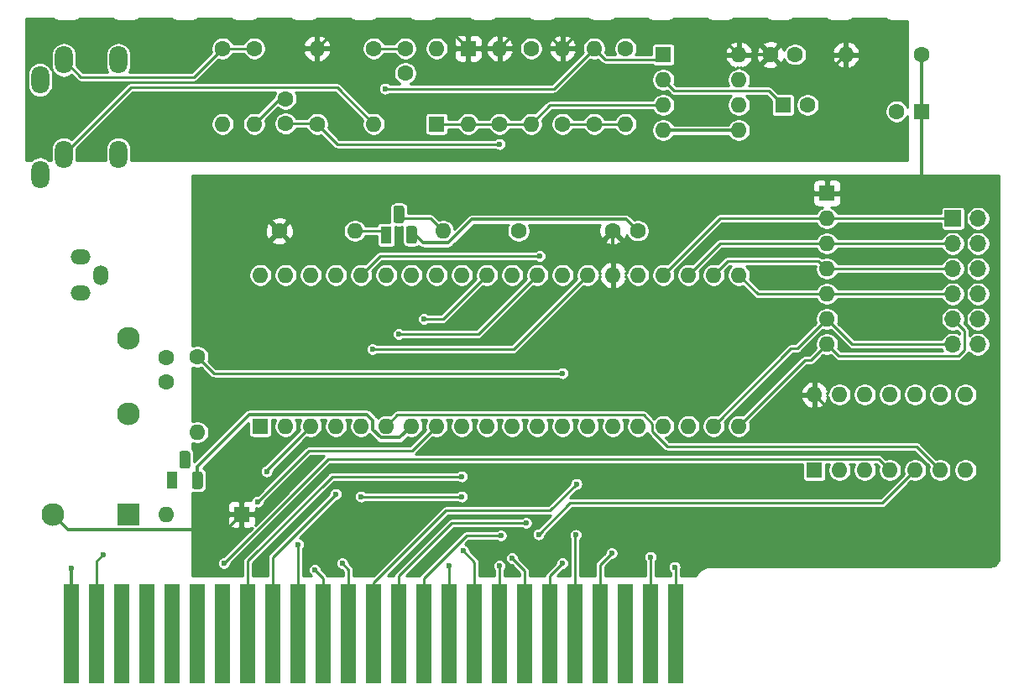
<source format=gbl>
G04 #@! TF.GenerationSoftware,KiCad,Pcbnew,(5.1.12)-1*
G04 #@! TF.CreationDate,2024-01-30T16:17:30+00:00*
G04 #@! TF.ProjectId,CPCIO,43504349-4f2e-46b6-9963-61645f706362,rev?*
G04 #@! TF.SameCoordinates,Original*
G04 #@! TF.FileFunction,Copper,L2,Bot*
G04 #@! TF.FilePolarity,Positive*
%FSLAX46Y46*%
G04 Gerber Fmt 4.6, Leading zero omitted, Abs format (unit mm)*
G04 Created by KiCad (PCBNEW (5.1.12)-1) date 2024-01-30 16:17:30*
%MOMM*%
%LPD*%
G01*
G04 APERTURE LIST*
G04 #@! TA.AperFunction,ComponentPad*
%ADD10C,2.300000*%
G04 #@! TD*
G04 #@! TA.AperFunction,ComponentPad*
%ADD11R,2.300000X2.300000*%
G04 #@! TD*
G04 #@! TA.AperFunction,SMDPad,CuDef*
%ADD12R,1.600000X10.000000*%
G04 #@! TD*
G04 #@! TA.AperFunction,ComponentPad*
%ADD13O,2.000000X1.500000*%
G04 #@! TD*
G04 #@! TA.AperFunction,ComponentPad*
%ADD14O,1.500000X2.000000*%
G04 #@! TD*
G04 #@! TA.AperFunction,ComponentPad*
%ADD15O,1.600000X1.600000*%
G04 #@! TD*
G04 #@! TA.AperFunction,ComponentPad*
%ADD16R,1.600000X1.600000*%
G04 #@! TD*
G04 #@! TA.AperFunction,ComponentPad*
%ADD17O,1.700000X1.700000*%
G04 #@! TD*
G04 #@! TA.AperFunction,ComponentPad*
%ADD18R,1.700000X1.700000*%
G04 #@! TD*
G04 #@! TA.AperFunction,ComponentPad*
%ADD19C,1.600000*%
G04 #@! TD*
G04 #@! TA.AperFunction,ComponentPad*
%ADD20R,1.100000X1.800000*%
G04 #@! TD*
G04 #@! TA.AperFunction,ComponentPad*
%ADD21O,1.800000X2.800000*%
G04 #@! TD*
G04 #@! TA.AperFunction,ViaPad*
%ADD22C,0.600000*%
G04 #@! TD*
G04 #@! TA.AperFunction,Conductor*
%ADD23C,0.350000*%
G04 #@! TD*
G04 #@! TA.AperFunction,Conductor*
%ADD24C,0.250000*%
G04 #@! TD*
G04 #@! TA.AperFunction,Conductor*
%ADD25C,0.254000*%
G04 #@! TD*
G04 #@! TA.AperFunction,Conductor*
%ADD26C,0.100000*%
G04 #@! TD*
G04 APERTURE END LIST*
D10*
X156845000Y-153670000D03*
X164465000Y-135890000D03*
X164465000Y-143510000D03*
D11*
X164465000Y-153670000D03*
D12*
X219710000Y-165735000D03*
X217170000Y-165735000D03*
X214630000Y-165735000D03*
X212090000Y-165735000D03*
X209550000Y-165735000D03*
X207010000Y-165735000D03*
X204470000Y-165735000D03*
X201930000Y-165735000D03*
X199390000Y-165735000D03*
X196850000Y-165735000D03*
X194310000Y-165735000D03*
X191770000Y-165735000D03*
X189230000Y-165735000D03*
X186690000Y-165735000D03*
X184150000Y-165735000D03*
X181610000Y-165735000D03*
X179070000Y-165735000D03*
X176530000Y-165735000D03*
X173990000Y-165735000D03*
X171450000Y-165735000D03*
X168910000Y-165735000D03*
X166370000Y-165735000D03*
X163830000Y-165735000D03*
X161290000Y-165735000D03*
X158750000Y-165735000D03*
D13*
X159670000Y-127690000D03*
X159670000Y-131390000D03*
D14*
X161670000Y-129540000D03*
D15*
X234950000Y-136525000D03*
X234950000Y-133985000D03*
X234950000Y-131445000D03*
X234950000Y-128905000D03*
X234950000Y-126365000D03*
X234950000Y-123825000D03*
D16*
X234950000Y-121285000D03*
D17*
X250190000Y-136525000D03*
X247650000Y-136525000D03*
X250190000Y-133985000D03*
X247650000Y-133985000D03*
X250190000Y-131445000D03*
X247650000Y-131445000D03*
X250190000Y-128905000D03*
X247650000Y-128905000D03*
X250190000Y-126365000D03*
X247650000Y-126365000D03*
X250190000Y-123825000D03*
D18*
X247650000Y-123825000D03*
D15*
X171450000Y-145415000D03*
D19*
X171450000Y-137795000D03*
D15*
X177800000Y-129540000D03*
X226060000Y-144780000D03*
X180340000Y-129540000D03*
X223520000Y-144780000D03*
X182880000Y-129540000D03*
X220980000Y-144780000D03*
X185420000Y-129540000D03*
X218440000Y-144780000D03*
X187960000Y-129540000D03*
X215900000Y-144780000D03*
X190500000Y-129540000D03*
X213360000Y-144780000D03*
X193040000Y-129540000D03*
X210820000Y-144780000D03*
X195580000Y-129540000D03*
X208280000Y-144780000D03*
X198120000Y-129540000D03*
X205740000Y-144780000D03*
X200660000Y-129540000D03*
X203200000Y-144780000D03*
X203200000Y-129540000D03*
X200660000Y-144780000D03*
X205740000Y-129540000D03*
X198120000Y-144780000D03*
X208280000Y-129540000D03*
X195580000Y-144780000D03*
X210820000Y-129540000D03*
X193040000Y-144780000D03*
X213360000Y-129540000D03*
X190500000Y-144780000D03*
X215900000Y-129540000D03*
X187960000Y-144780000D03*
X218440000Y-129540000D03*
X185420000Y-144780000D03*
X220980000Y-129540000D03*
X182880000Y-144780000D03*
X223520000Y-129540000D03*
X180340000Y-144780000D03*
X226060000Y-129540000D03*
D16*
X177800000Y-144780000D03*
D15*
X183515000Y-106680000D03*
D19*
X183515000Y-114300000D03*
D15*
X233680000Y-141605000D03*
X248920000Y-149225000D03*
X236220000Y-141605000D03*
X246380000Y-149225000D03*
X238760000Y-141605000D03*
X243840000Y-149225000D03*
X241300000Y-141605000D03*
X241300000Y-149225000D03*
X243840000Y-141605000D03*
X238760000Y-149225000D03*
X246380000Y-141605000D03*
X236220000Y-149225000D03*
X248920000Y-141605000D03*
D16*
X233680000Y-149225000D03*
D19*
X231735000Y-107315000D03*
X229235000Y-107315000D03*
X168275000Y-140335000D03*
X168275000Y-137835000D03*
X180340000Y-114260000D03*
X180340000Y-111760000D03*
X192405000Y-106680000D03*
X192405000Y-109180000D03*
D20*
X190500000Y-125495000D03*
G04 #@! TA.AperFunction,ComponentPad*
G36*
G01*
X192490000Y-126120000D02*
X192490000Y-124870000D01*
G75*
G02*
X192765000Y-124595000I275000J0D01*
G01*
X193315000Y-124595000D01*
G75*
G02*
X193590000Y-124870000I0J-275000D01*
G01*
X193590000Y-126120000D01*
G75*
G02*
X193315000Y-126395000I-275000J0D01*
G01*
X192765000Y-126395000D01*
G75*
G02*
X192490000Y-126120000I0J275000D01*
G01*
G37*
G04 #@! TD.AperFunction*
G04 #@! TA.AperFunction,ComponentPad*
G36*
G01*
X191220000Y-124050000D02*
X191220000Y-122800000D01*
G75*
G02*
X191495000Y-122525000I275000J0D01*
G01*
X192045000Y-122525000D01*
G75*
G02*
X192320000Y-122800000I0J-275000D01*
G01*
X192320000Y-124050000D01*
G75*
G02*
X192045000Y-124325000I-275000J0D01*
G01*
X191495000Y-124325000D01*
G75*
G02*
X191220000Y-124050000I0J275000D01*
G01*
G37*
G04 #@! TD.AperFunction*
X168910000Y-150260000D03*
G04 #@! TA.AperFunction,ComponentPad*
G36*
G01*
X170900000Y-150885000D02*
X170900000Y-149635000D01*
G75*
G02*
X171175000Y-149360000I275000J0D01*
G01*
X171725000Y-149360000D01*
G75*
G02*
X172000000Y-149635000I0J-275000D01*
G01*
X172000000Y-150885000D01*
G75*
G02*
X171725000Y-151160000I-275000J0D01*
G01*
X171175000Y-151160000D01*
G75*
G02*
X170900000Y-150885000I0J275000D01*
G01*
G37*
G04 #@! TD.AperFunction*
G04 #@! TA.AperFunction,ComponentPad*
G36*
G01*
X169630000Y-148815000D02*
X169630000Y-147565000D01*
G75*
G02*
X169905000Y-147290000I275000J0D01*
G01*
X170455000Y-147290000D01*
G75*
G02*
X170730000Y-147565000I0J-275000D01*
G01*
X170730000Y-148815000D01*
G75*
G02*
X170455000Y-149090000I-275000J0D01*
G01*
X169905000Y-149090000D01*
G75*
G02*
X169630000Y-148815000I0J275000D01*
G01*
G37*
G04 #@! TD.AperFunction*
D15*
X196215000Y-125095000D03*
D19*
X203835000Y-125095000D03*
D15*
X177165000Y-114300000D03*
D19*
X177165000Y-106680000D03*
D15*
X173990000Y-114300000D03*
D19*
X173990000Y-106680000D03*
D15*
X214630000Y-114300000D03*
D19*
X214630000Y-106680000D03*
D15*
X205105000Y-114300000D03*
D19*
X205105000Y-106680000D03*
D15*
X189230000Y-114300000D03*
D19*
X189230000Y-106680000D03*
D15*
X208280000Y-106680000D03*
D19*
X208280000Y-114300000D03*
D15*
X201930000Y-106680000D03*
D19*
X201930000Y-114300000D03*
D15*
X236855000Y-107315000D03*
D19*
X244475000Y-107315000D03*
D15*
X211455000Y-106680000D03*
D19*
X211455000Y-114300000D03*
D21*
X163475000Y-107855000D03*
X157975000Y-107855000D03*
X155575000Y-109855000D03*
X163475000Y-117380000D03*
X157975000Y-117380000D03*
X155575000Y-119380000D03*
D15*
X226060000Y-107315000D03*
X218440000Y-114935000D03*
X226060000Y-109855000D03*
X218440000Y-112395000D03*
X226060000Y-112395000D03*
X218440000Y-109855000D03*
X226060000Y-114935000D03*
D16*
X218440000Y-107315000D03*
D15*
X168275000Y-153670000D03*
D16*
X175895000Y-153670000D03*
D15*
X195580000Y-106680000D03*
D16*
X195580000Y-114300000D03*
D15*
X198755000Y-114300000D03*
D16*
X198755000Y-106680000D03*
D19*
X241975000Y-113030000D03*
D16*
X244475000Y-113030000D03*
D19*
X233005000Y-112395000D03*
D16*
X230505000Y-112395000D03*
D19*
X215860000Y-125095000D03*
X213360000Y-125095000D03*
D15*
X187325000Y-125095000D03*
D19*
X179705000Y-125095000D03*
D22*
X158750000Y-159131000D03*
X200279000Y-158623000D03*
X196850000Y-158877000D03*
X202057000Y-155829000D03*
X194309999Y-133984999D03*
X204597000Y-154559000D03*
X191770000Y-135509002D03*
X198120000Y-149860002D03*
X209677000Y-150622000D03*
X177546000Y-152400000D03*
X189103000Y-137033000D03*
X174117000Y-158623000D03*
X219583000Y-159004000D03*
X205867000Y-155702000D03*
X187960000Y-151892002D03*
X198120000Y-151892000D03*
X198247000Y-157353000D03*
X205994000Y-127635000D03*
X183287632Y-159284632D03*
X186055000Y-158623000D03*
X213233000Y-157607000D03*
X209613500Y-155765500D03*
X203200000Y-158114999D03*
X201929999Y-158877001D03*
X217170000Y-157988000D03*
X185420001Y-151638001D03*
X178435000Y-149352000D03*
X181610000Y-156718000D03*
X201930000Y-116332000D03*
X161925000Y-157734000D03*
X208280001Y-158622998D03*
X208280000Y-139446000D03*
X190373000Y-110744000D03*
D23*
X196779001Y-126270001D02*
X194215001Y-126270001D01*
X194215001Y-126270001D02*
X193040000Y-125095000D01*
X214684999Y-123919999D02*
X199129003Y-123919999D01*
X199129003Y-123919999D02*
X196779001Y-126270001D01*
X215860000Y-125095000D02*
X214684999Y-123919999D01*
X158750000Y-167640000D02*
X158750000Y-159131000D01*
X171450000Y-148854998D02*
X171450000Y-149860000D01*
X188524001Y-143604999D02*
X176699999Y-143604999D01*
X176699999Y-143604999D02*
X171450000Y-148854998D01*
X189135001Y-144215999D02*
X188524001Y-143604999D01*
X189135001Y-145154003D02*
X189135001Y-144215999D01*
X189935999Y-145955001D02*
X189135001Y-145154003D01*
X191864999Y-145955001D02*
X189935999Y-145955001D01*
X193040000Y-144780000D02*
X191864999Y-145955001D01*
X244475000Y-107315000D02*
X244475000Y-113030000D01*
X244475000Y-115824000D02*
X244475000Y-113030000D01*
X244475000Y-119507000D02*
X244475000Y-115824000D01*
X242697000Y-121285000D02*
X244475000Y-119507000D01*
X239395000Y-121285000D02*
X242697000Y-121285000D01*
X213360000Y-125095000D02*
X213360000Y-129540000D01*
X158370001Y-155195001D02*
X174369999Y-155195001D01*
X174369999Y-155195001D02*
X175895000Y-153670000D01*
X156845000Y-153670000D02*
X158370001Y-155195001D01*
X211495001Y-126959999D02*
X213360000Y-125095000D01*
X181569999Y-126959999D02*
X211495001Y-126959999D01*
X179705000Y-125095000D02*
X181569999Y-126959999D01*
X225987880Y-121285000D02*
X239395000Y-121285000D01*
X221002879Y-126270001D02*
X225987880Y-121285000D01*
X214535001Y-126270001D02*
X221002879Y-126270001D01*
X213360000Y-125095000D02*
X214535001Y-126270001D01*
X202143999Y-156758001D02*
X200279000Y-158623000D01*
X206842999Y-156758001D02*
X202143999Y-156758001D01*
X209414501Y-154186499D02*
X206842999Y-156758001D01*
X233680000Y-141605000D02*
X236601000Y-144526000D01*
X247555001Y-150352997D02*
X243721499Y-154186499D01*
X247555001Y-148660999D02*
X247555001Y-150352997D01*
X243420002Y-144526000D02*
X247555001Y-148660999D01*
X236601000Y-144526000D02*
X243420002Y-144526000D01*
X243721499Y-154186499D02*
X209414501Y-154186499D01*
D24*
X187325000Y-125095000D02*
X190500000Y-125095000D01*
X196850000Y-167640000D02*
X196850000Y-158877000D01*
X194310000Y-167640000D02*
X194310000Y-160110995D01*
X194310000Y-160110995D02*
X198591995Y-155829000D01*
X198591995Y-155829000D02*
X202057000Y-155829000D01*
X200660000Y-129540000D02*
X196215001Y-133984999D01*
X196215001Y-133984999D02*
X194309999Y-133984999D01*
X191770000Y-167640000D02*
X191770000Y-159893000D01*
X191770000Y-159893000D02*
X197104000Y-154559000D01*
X197104000Y-154559000D02*
X204597000Y-154559000D01*
X205740000Y-129540000D02*
X199770998Y-135509002D01*
X199770998Y-135509002D02*
X191770000Y-135509002D01*
X176530000Y-167640000D02*
X176530000Y-158369000D01*
X176530000Y-158369000D02*
X185038998Y-149860002D01*
X185038998Y-149860002D02*
X198120000Y-149860002D01*
X189230000Y-160590000D02*
X189230000Y-167640000D01*
X196531000Y-153289000D02*
X189230000Y-160590000D01*
X207010000Y-153289000D02*
X196531000Y-153289000D01*
X209677000Y-150622000D02*
X207010000Y-153289000D01*
X195580000Y-144780000D02*
X193103500Y-147256500D01*
X193103500Y-147256500D02*
X182689500Y-147256500D01*
X182689500Y-147256500D02*
X177546000Y-152400000D01*
X203327000Y-137033000D02*
X210820000Y-129540000D01*
X189103000Y-137033000D02*
X203327000Y-137033000D01*
X241300000Y-149225000D02*
X240174999Y-148099999D01*
X184640001Y-148099999D02*
X180467000Y-152273000D01*
X198356001Y-148099999D02*
X184640001Y-148099999D01*
X174117000Y-158623000D02*
X180467000Y-152273000D01*
X240174999Y-148099999D02*
X198356001Y-148099999D01*
D23*
X219710000Y-167640000D02*
X219710000Y-161671000D01*
D24*
X247650000Y-126365000D02*
X239395000Y-126365000D01*
X224155000Y-126365000D02*
X220980000Y-129540000D01*
X239395000Y-126365000D02*
X224155000Y-126365000D01*
X219710000Y-167640000D02*
X219710000Y-159258000D01*
X219583000Y-159131000D02*
X219583000Y-159004000D01*
X219710000Y-159258000D02*
X219583000Y-159131000D01*
X243840000Y-149225000D02*
X240547999Y-152517001D01*
X240547999Y-152517001D02*
X209051999Y-152517001D01*
X209051999Y-152517001D02*
X205867000Y-155702000D01*
X187960000Y-151892002D02*
X198119998Y-151892002D01*
X198119998Y-151892002D02*
X198120000Y-151892000D01*
X199390000Y-167640000D02*
X199390000Y-158496000D01*
X199390000Y-158496000D02*
X198247000Y-157353000D01*
X187960000Y-129540000D02*
X189865000Y-127635000D01*
X189865000Y-127635000D02*
X205994000Y-127635000D01*
X184150000Y-167640000D02*
X184150000Y-160147000D01*
X184150000Y-160147000D02*
X183287632Y-159284632D01*
X248825001Y-135160001D02*
X247650000Y-133985000D01*
X248825001Y-137089001D02*
X248825001Y-135160001D01*
X248214001Y-137700001D02*
X248825001Y-137089001D01*
X236125001Y-137700001D02*
X248214001Y-137700001D01*
X234950000Y-136525000D02*
X236125001Y-137700001D01*
X233362500Y-138112500D02*
X232727500Y-138112500D01*
X234950000Y-136525000D02*
X233362500Y-138112500D01*
X226060000Y-144780000D02*
X232727500Y-138112500D01*
X237490000Y-136525000D02*
X234950000Y-133985000D01*
X247650000Y-136525000D02*
X237490000Y-136525000D01*
X231965500Y-136969500D02*
X231330500Y-136969500D01*
X234950000Y-133985000D02*
X231965500Y-136969500D01*
X231330500Y-136969500D02*
X223520000Y-144780000D01*
X186690000Y-159258000D02*
X186055000Y-158623000D01*
X186690000Y-167640000D02*
X186690000Y-159258000D01*
X212090000Y-167640000D02*
X212090000Y-158750000D01*
X212090000Y-158750000D02*
X213233000Y-157607000D01*
X209550000Y-167640000D02*
X209550000Y-155829000D01*
X209550000Y-155829000D02*
X209613500Y-155765500D01*
X204470000Y-159384999D02*
X203200000Y-158114999D01*
X204470000Y-167640000D02*
X204470000Y-159384999D01*
X201929999Y-159301265D02*
X201929999Y-158877001D01*
X201930000Y-167640000D02*
X201929999Y-159301265D01*
X247650000Y-123825000D02*
X239395000Y-123825000D01*
X224155000Y-123825000D02*
X218440000Y-129540000D01*
X239395000Y-123825000D02*
X224155000Y-123825000D01*
X217170000Y-167640000D02*
X217170000Y-157988000D01*
X179070000Y-167640000D02*
X179070000Y-157988002D01*
X179070000Y-157988002D02*
X185420001Y-151638001D01*
X182880000Y-144780000D02*
X178435000Y-149225000D01*
X178435000Y-149225000D02*
X178435000Y-149352000D01*
X224917000Y-128143000D02*
X223520000Y-129540000D01*
X240919000Y-128905000D02*
X234950000Y-128905000D01*
X247650000Y-128905000D02*
X240919000Y-128905000D01*
X234823000Y-128905000D02*
X234061000Y-128143000D01*
X234950000Y-128905000D02*
X234823000Y-128905000D01*
X234061000Y-128143000D02*
X224917000Y-128143000D01*
X181610000Y-167640000D02*
X181610000Y-156718000D01*
X227965000Y-131445000D02*
X226060000Y-129540000D01*
X239395000Y-131445000D02*
X227965000Y-131445000D01*
X239395000Y-131445000D02*
X247650000Y-131445000D01*
X243967000Y-146812000D02*
X246380000Y-149225000D01*
X218806998Y-146812000D02*
X243967000Y-146812000D01*
X217314999Y-145320001D02*
X218806998Y-146812000D01*
X217314999Y-144529997D02*
X217314999Y-145320001D01*
X216440001Y-143654999D02*
X217314999Y-144529997D01*
X191625001Y-143654999D02*
X216440001Y-143654999D01*
X190500000Y-144780000D02*
X191625001Y-143654999D01*
X189230000Y-106680000D02*
X192405000Y-106680000D01*
X195580000Y-114300000D02*
X198755000Y-114300000D01*
X198755000Y-114300000D02*
X201930000Y-114300000D01*
X201930000Y-114300000D02*
X205105000Y-114300000D01*
X207010000Y-112395000D02*
X205105000Y-114300000D01*
X218440000Y-112395000D02*
X207010000Y-112395000D01*
X214630000Y-114300000D02*
X208280000Y-114300000D01*
X229090001Y-110980001D02*
X230505000Y-112395000D01*
X219565001Y-110980001D02*
X229090001Y-110980001D01*
X218440000Y-109855000D02*
X219565001Y-110980001D01*
X179705000Y-111760000D02*
X180340000Y-111760000D01*
X177165000Y-114300000D02*
X179705000Y-111760000D01*
X164720001Y-110634999D02*
X157975000Y-117380000D01*
X185564999Y-110634999D02*
X164720001Y-110634999D01*
X189230000Y-114300000D02*
X185564999Y-110634999D01*
X159700010Y-109580010D02*
X171089990Y-109580010D01*
X171089990Y-109580010D02*
X173990000Y-106680000D01*
X157975000Y-107855000D02*
X159700010Y-109580010D01*
X173990000Y-106680000D02*
X177165000Y-106680000D01*
X194945000Y-123825000D02*
X196215000Y-125095000D01*
X191770000Y-123825000D02*
X194945000Y-123825000D01*
D23*
X226060000Y-114935000D02*
X218440000Y-114935000D01*
X230410001Y-108490001D02*
X229235000Y-107315000D01*
X235679999Y-108490001D02*
X230410001Y-108490001D01*
X236855000Y-107315000D02*
X235679999Y-108490001D01*
X229235000Y-107315000D02*
X226060000Y-107315000D01*
X209455001Y-105504999D02*
X208280000Y-106680000D01*
X224249999Y-105504999D02*
X209455001Y-105504999D01*
X226060000Y-107315000D02*
X224249999Y-105504999D01*
X203105001Y-105504999D02*
X201930000Y-106680000D01*
X207104999Y-105504999D02*
X203105001Y-105504999D01*
X208280000Y-106680000D02*
X207104999Y-105504999D01*
X201930000Y-106680000D02*
X198755000Y-106680000D01*
X184690001Y-105504999D02*
X183515000Y-106680000D01*
X197579999Y-105504999D02*
X184690001Y-105504999D01*
X198755000Y-106680000D02*
X197579999Y-105504999D01*
D24*
X183475000Y-114260000D02*
X183515000Y-114300000D01*
X180340000Y-114260000D02*
X183475000Y-114260000D01*
X183515000Y-114300000D02*
X185547000Y-116332000D01*
X185547000Y-116332000D02*
X201930000Y-116332000D01*
X161290000Y-158369000D02*
X161925000Y-157734000D01*
X161290000Y-167640000D02*
X161290000Y-158369000D01*
X207010000Y-167640000D02*
X207010000Y-159892999D01*
X207010000Y-159892999D02*
X208280001Y-158622998D01*
X173101000Y-139446000D02*
X171450000Y-137795000D01*
X208280000Y-139446000D02*
X173101000Y-139446000D01*
X212580001Y-107805001D02*
X211455000Y-106680000D01*
X217949999Y-107805001D02*
X212580001Y-107805001D01*
X218440000Y-107315000D02*
X217949999Y-107805001D01*
X211455000Y-106680000D02*
X207391000Y-110744000D01*
X207391000Y-110744000D02*
X190373000Y-110744000D01*
D25*
X156858403Y-103686296D02*
X156892847Y-103709181D01*
X156926928Y-103732517D01*
X156932521Y-103735541D01*
X156932529Y-103735546D01*
X156932537Y-103735549D01*
X157104852Y-103827171D01*
X157143066Y-103842921D01*
X157181049Y-103859201D01*
X157187132Y-103861084D01*
X157373968Y-103917493D01*
X157414511Y-103925521D01*
X157454935Y-103934114D01*
X157461268Y-103934779D01*
X157655501Y-103953824D01*
X157655507Y-103953824D01*
X157677601Y-103956000D01*
X158722399Y-103956000D01*
X158742129Y-103954057D01*
X158748311Y-103954100D01*
X158754647Y-103953478D01*
X158948744Y-103933077D01*
X158989233Y-103924766D01*
X159029825Y-103917023D01*
X159035916Y-103915183D01*
X159035922Y-103915182D01*
X159035928Y-103915180D01*
X159222358Y-103857470D01*
X159260437Y-103841463D01*
X159298778Y-103825973D01*
X159304400Y-103822983D01*
X159476077Y-103730158D01*
X159510364Y-103707032D01*
X159544925Y-103684416D01*
X159549850Y-103680399D01*
X159549858Y-103680393D01*
X159549865Y-103680386D01*
X159608354Y-103632000D01*
X162791830Y-103632000D01*
X162858403Y-103686296D01*
X162892847Y-103709181D01*
X162926928Y-103732517D01*
X162932521Y-103735541D01*
X162932529Y-103735546D01*
X162932537Y-103735549D01*
X163104852Y-103827171D01*
X163143066Y-103842921D01*
X163181049Y-103859201D01*
X163187132Y-103861084D01*
X163373968Y-103917493D01*
X163414511Y-103925521D01*
X163454935Y-103934114D01*
X163461268Y-103934779D01*
X163655501Y-103953824D01*
X163655507Y-103953824D01*
X163677601Y-103956000D01*
X164722399Y-103956000D01*
X164742129Y-103954057D01*
X164748311Y-103954100D01*
X164754647Y-103953478D01*
X164948744Y-103933077D01*
X164989233Y-103924766D01*
X165029825Y-103917023D01*
X165035916Y-103915183D01*
X165035922Y-103915182D01*
X165035928Y-103915180D01*
X165222358Y-103857470D01*
X165260437Y-103841463D01*
X165298778Y-103825973D01*
X165304400Y-103822983D01*
X165476077Y-103730158D01*
X165510364Y-103707032D01*
X165544925Y-103684416D01*
X165549850Y-103680399D01*
X165549858Y-103680393D01*
X165549865Y-103680386D01*
X165608354Y-103632000D01*
X168791830Y-103632000D01*
X168858403Y-103686296D01*
X168892847Y-103709181D01*
X168926928Y-103732517D01*
X168932521Y-103735541D01*
X168932529Y-103735546D01*
X168932537Y-103735549D01*
X169104852Y-103827171D01*
X169143066Y-103842921D01*
X169181049Y-103859201D01*
X169187132Y-103861084D01*
X169373968Y-103917493D01*
X169414511Y-103925521D01*
X169454935Y-103934114D01*
X169461268Y-103934779D01*
X169655501Y-103953824D01*
X169655507Y-103953824D01*
X169677601Y-103956000D01*
X170722399Y-103956000D01*
X170742129Y-103954057D01*
X170748311Y-103954100D01*
X170754647Y-103953478D01*
X170948744Y-103933077D01*
X170989233Y-103924766D01*
X171029825Y-103917023D01*
X171035916Y-103915183D01*
X171035922Y-103915182D01*
X171035928Y-103915180D01*
X171222358Y-103857470D01*
X171260437Y-103841463D01*
X171298778Y-103825973D01*
X171304400Y-103822983D01*
X171476077Y-103730158D01*
X171510364Y-103707032D01*
X171544925Y-103684416D01*
X171549850Y-103680399D01*
X171549858Y-103680393D01*
X171549865Y-103680386D01*
X171608354Y-103632000D01*
X174791830Y-103632000D01*
X174858403Y-103686296D01*
X174892847Y-103709181D01*
X174926928Y-103732517D01*
X174932521Y-103735541D01*
X174932529Y-103735546D01*
X174932537Y-103735549D01*
X175104852Y-103827171D01*
X175143066Y-103842921D01*
X175181049Y-103859201D01*
X175187132Y-103861084D01*
X175373968Y-103917493D01*
X175414511Y-103925521D01*
X175454935Y-103934114D01*
X175461268Y-103934779D01*
X175655501Y-103953824D01*
X175655507Y-103953824D01*
X175677601Y-103956000D01*
X176722399Y-103956000D01*
X176742129Y-103954057D01*
X176748311Y-103954100D01*
X176754647Y-103953478D01*
X176948744Y-103933077D01*
X176989233Y-103924766D01*
X177029825Y-103917023D01*
X177035916Y-103915183D01*
X177035922Y-103915182D01*
X177035928Y-103915180D01*
X177222358Y-103857470D01*
X177260437Y-103841463D01*
X177298778Y-103825973D01*
X177304400Y-103822983D01*
X177476077Y-103730158D01*
X177510364Y-103707032D01*
X177544925Y-103684416D01*
X177549850Y-103680399D01*
X177549858Y-103680393D01*
X177549865Y-103680386D01*
X177608354Y-103632000D01*
X180791830Y-103632000D01*
X180858403Y-103686296D01*
X180892847Y-103709181D01*
X180926928Y-103732517D01*
X180932521Y-103735541D01*
X180932529Y-103735546D01*
X180932537Y-103735549D01*
X181104852Y-103827171D01*
X181143066Y-103842921D01*
X181181049Y-103859201D01*
X181187132Y-103861084D01*
X181373968Y-103917493D01*
X181414511Y-103925521D01*
X181454935Y-103934114D01*
X181461268Y-103934779D01*
X181655501Y-103953824D01*
X181655507Y-103953824D01*
X181677601Y-103956000D01*
X182722399Y-103956000D01*
X182742129Y-103954057D01*
X182748311Y-103954100D01*
X182754647Y-103953478D01*
X182948744Y-103933077D01*
X182989233Y-103924766D01*
X183029825Y-103917023D01*
X183035916Y-103915183D01*
X183035922Y-103915182D01*
X183035928Y-103915180D01*
X183222358Y-103857470D01*
X183260437Y-103841463D01*
X183298778Y-103825973D01*
X183304400Y-103822983D01*
X183476077Y-103730158D01*
X183510364Y-103707032D01*
X183544925Y-103684416D01*
X183549850Y-103680399D01*
X183549858Y-103680393D01*
X183549865Y-103680386D01*
X183608354Y-103632000D01*
X186791830Y-103632000D01*
X186858403Y-103686296D01*
X186892847Y-103709181D01*
X186926928Y-103732517D01*
X186932521Y-103735541D01*
X186932529Y-103735546D01*
X186932537Y-103735549D01*
X187104852Y-103827171D01*
X187143066Y-103842921D01*
X187181049Y-103859201D01*
X187187132Y-103861084D01*
X187373968Y-103917493D01*
X187414511Y-103925521D01*
X187454935Y-103934114D01*
X187461268Y-103934779D01*
X187655501Y-103953824D01*
X187655507Y-103953824D01*
X187677601Y-103956000D01*
X188722399Y-103956000D01*
X188742129Y-103954057D01*
X188748311Y-103954100D01*
X188754647Y-103953478D01*
X188948744Y-103933077D01*
X188989233Y-103924766D01*
X189029825Y-103917023D01*
X189035916Y-103915183D01*
X189035922Y-103915182D01*
X189035928Y-103915180D01*
X189222358Y-103857470D01*
X189260437Y-103841463D01*
X189298778Y-103825973D01*
X189304400Y-103822983D01*
X189476077Y-103730158D01*
X189510364Y-103707032D01*
X189544925Y-103684416D01*
X189549850Y-103680399D01*
X189549858Y-103680393D01*
X189549865Y-103680386D01*
X189608354Y-103632000D01*
X192791830Y-103632000D01*
X192858403Y-103686296D01*
X192892847Y-103709181D01*
X192926928Y-103732517D01*
X192932521Y-103735541D01*
X192932529Y-103735546D01*
X192932537Y-103735549D01*
X193104852Y-103827171D01*
X193143066Y-103842921D01*
X193181049Y-103859201D01*
X193187132Y-103861084D01*
X193373968Y-103917493D01*
X193414511Y-103925521D01*
X193454935Y-103934114D01*
X193461268Y-103934779D01*
X193655501Y-103953824D01*
X193655507Y-103953824D01*
X193677601Y-103956000D01*
X194722399Y-103956000D01*
X194742129Y-103954057D01*
X194748311Y-103954100D01*
X194754647Y-103953478D01*
X194948744Y-103933077D01*
X194989233Y-103924766D01*
X195029825Y-103917023D01*
X195035916Y-103915183D01*
X195035922Y-103915182D01*
X195035928Y-103915180D01*
X195222358Y-103857470D01*
X195260437Y-103841463D01*
X195298778Y-103825973D01*
X195304400Y-103822983D01*
X195476077Y-103730158D01*
X195510364Y-103707032D01*
X195544925Y-103684416D01*
X195549850Y-103680399D01*
X195549858Y-103680393D01*
X195549865Y-103680386D01*
X195608354Y-103632000D01*
X198791830Y-103632000D01*
X198858403Y-103686296D01*
X198892847Y-103709181D01*
X198926928Y-103732517D01*
X198932521Y-103735541D01*
X198932529Y-103735546D01*
X198932537Y-103735549D01*
X199104852Y-103827171D01*
X199143066Y-103842921D01*
X199181049Y-103859201D01*
X199187132Y-103861084D01*
X199373968Y-103917493D01*
X199414511Y-103925521D01*
X199454935Y-103934114D01*
X199461268Y-103934779D01*
X199655501Y-103953824D01*
X199655507Y-103953824D01*
X199677601Y-103956000D01*
X200722399Y-103956000D01*
X200742129Y-103954057D01*
X200748311Y-103954100D01*
X200754647Y-103953478D01*
X200948744Y-103933077D01*
X200989233Y-103924766D01*
X201029825Y-103917023D01*
X201035916Y-103915183D01*
X201035922Y-103915182D01*
X201035928Y-103915180D01*
X201222358Y-103857470D01*
X201260437Y-103841463D01*
X201298778Y-103825973D01*
X201304400Y-103822983D01*
X201476077Y-103730158D01*
X201510364Y-103707032D01*
X201544925Y-103684416D01*
X201549850Y-103680399D01*
X201549858Y-103680393D01*
X201549865Y-103680386D01*
X201608354Y-103632000D01*
X204791830Y-103632000D01*
X204858403Y-103686296D01*
X204892847Y-103709181D01*
X204926928Y-103732517D01*
X204932521Y-103735541D01*
X204932529Y-103735546D01*
X204932537Y-103735549D01*
X205104852Y-103827171D01*
X205143066Y-103842921D01*
X205181049Y-103859201D01*
X205187132Y-103861084D01*
X205373968Y-103917493D01*
X205414511Y-103925521D01*
X205454935Y-103934114D01*
X205461268Y-103934779D01*
X205655501Y-103953824D01*
X205655507Y-103953824D01*
X205677601Y-103956000D01*
X206722399Y-103956000D01*
X206742129Y-103954057D01*
X206748311Y-103954100D01*
X206754647Y-103953478D01*
X206948744Y-103933077D01*
X206989233Y-103924766D01*
X207029825Y-103917023D01*
X207035916Y-103915183D01*
X207035922Y-103915182D01*
X207035928Y-103915180D01*
X207222358Y-103857470D01*
X207260437Y-103841463D01*
X207298778Y-103825973D01*
X207304400Y-103822983D01*
X207476077Y-103730158D01*
X207510364Y-103707032D01*
X207544925Y-103684416D01*
X207549850Y-103680399D01*
X207549858Y-103680393D01*
X207549865Y-103680386D01*
X207608354Y-103632000D01*
X210791830Y-103632000D01*
X210858403Y-103686296D01*
X210892847Y-103709181D01*
X210926928Y-103732517D01*
X210932521Y-103735541D01*
X210932529Y-103735546D01*
X210932537Y-103735549D01*
X211104852Y-103827171D01*
X211143066Y-103842921D01*
X211181049Y-103859201D01*
X211187132Y-103861084D01*
X211373968Y-103917493D01*
X211414511Y-103925521D01*
X211454935Y-103934114D01*
X211461268Y-103934779D01*
X211655501Y-103953824D01*
X211655507Y-103953824D01*
X211677601Y-103956000D01*
X212722399Y-103956000D01*
X212742129Y-103954057D01*
X212748311Y-103954100D01*
X212754647Y-103953478D01*
X212948744Y-103933077D01*
X212989233Y-103924766D01*
X213029825Y-103917023D01*
X213035916Y-103915183D01*
X213035922Y-103915182D01*
X213035928Y-103915180D01*
X213222358Y-103857470D01*
X213260437Y-103841463D01*
X213298778Y-103825973D01*
X213304400Y-103822983D01*
X213476077Y-103730158D01*
X213510364Y-103707032D01*
X213544925Y-103684416D01*
X213549850Y-103680399D01*
X213549858Y-103680393D01*
X213549865Y-103680386D01*
X213608354Y-103632000D01*
X216791830Y-103632000D01*
X216858403Y-103686296D01*
X216892847Y-103709181D01*
X216926928Y-103732517D01*
X216932521Y-103735541D01*
X216932529Y-103735546D01*
X216932537Y-103735549D01*
X217104852Y-103827171D01*
X217143066Y-103842921D01*
X217181049Y-103859201D01*
X217187132Y-103861084D01*
X217373968Y-103917493D01*
X217414511Y-103925521D01*
X217454935Y-103934114D01*
X217461268Y-103934779D01*
X217655501Y-103953824D01*
X217655507Y-103953824D01*
X217677601Y-103956000D01*
X218722399Y-103956000D01*
X218742129Y-103954057D01*
X218748311Y-103954100D01*
X218754647Y-103953478D01*
X218948744Y-103933077D01*
X218989233Y-103924766D01*
X219029825Y-103917023D01*
X219035916Y-103915183D01*
X219035922Y-103915182D01*
X219035928Y-103915180D01*
X219222358Y-103857470D01*
X219260437Y-103841463D01*
X219298778Y-103825973D01*
X219304400Y-103822983D01*
X219476077Y-103730158D01*
X219510364Y-103707032D01*
X219544925Y-103684416D01*
X219549850Y-103680399D01*
X219549858Y-103680393D01*
X219549865Y-103680386D01*
X219608354Y-103632000D01*
X222791830Y-103632000D01*
X222858403Y-103686296D01*
X222892847Y-103709181D01*
X222926928Y-103732517D01*
X222932521Y-103735541D01*
X222932529Y-103735546D01*
X222932537Y-103735549D01*
X223104852Y-103827171D01*
X223143066Y-103842921D01*
X223181049Y-103859201D01*
X223187132Y-103861084D01*
X223373968Y-103917493D01*
X223414511Y-103925521D01*
X223454935Y-103934114D01*
X223461268Y-103934779D01*
X223655501Y-103953824D01*
X223655507Y-103953824D01*
X223677601Y-103956000D01*
X224722399Y-103956000D01*
X224742129Y-103954057D01*
X224748311Y-103954100D01*
X224754647Y-103953478D01*
X224948744Y-103933077D01*
X224989233Y-103924766D01*
X225029825Y-103917023D01*
X225035916Y-103915183D01*
X225035922Y-103915182D01*
X225035928Y-103915180D01*
X225222358Y-103857470D01*
X225260437Y-103841463D01*
X225298778Y-103825973D01*
X225304400Y-103822983D01*
X225476077Y-103730158D01*
X225510364Y-103707032D01*
X225544925Y-103684416D01*
X225549850Y-103680399D01*
X225549858Y-103680393D01*
X225549865Y-103680386D01*
X225608354Y-103632000D01*
X228791830Y-103632000D01*
X228858403Y-103686296D01*
X228892847Y-103709181D01*
X228926928Y-103732517D01*
X228932521Y-103735541D01*
X228932529Y-103735546D01*
X228932537Y-103735549D01*
X229104852Y-103827171D01*
X229143066Y-103842921D01*
X229181049Y-103859201D01*
X229187132Y-103861084D01*
X229373968Y-103917493D01*
X229414511Y-103925521D01*
X229454935Y-103934114D01*
X229461268Y-103934779D01*
X229655501Y-103953824D01*
X229655507Y-103953824D01*
X229677601Y-103956000D01*
X230722399Y-103956000D01*
X230742129Y-103954057D01*
X230748311Y-103954100D01*
X230754647Y-103953478D01*
X230948744Y-103933077D01*
X230989233Y-103924766D01*
X231029825Y-103917023D01*
X231035916Y-103915183D01*
X231035922Y-103915182D01*
X231035928Y-103915180D01*
X231222358Y-103857470D01*
X231260437Y-103841463D01*
X231298778Y-103825973D01*
X231304400Y-103822983D01*
X231476077Y-103730158D01*
X231510364Y-103707032D01*
X231544925Y-103684416D01*
X231549850Y-103680399D01*
X231549858Y-103680393D01*
X231549865Y-103680386D01*
X231608354Y-103632000D01*
X234791830Y-103632000D01*
X234858403Y-103686296D01*
X234892847Y-103709181D01*
X234926928Y-103732517D01*
X234932521Y-103735541D01*
X234932529Y-103735546D01*
X234932537Y-103735549D01*
X235104852Y-103827171D01*
X235143066Y-103842921D01*
X235181049Y-103859201D01*
X235187132Y-103861084D01*
X235373968Y-103917493D01*
X235414511Y-103925521D01*
X235454935Y-103934114D01*
X235461268Y-103934779D01*
X235655501Y-103953824D01*
X235655507Y-103953824D01*
X235677601Y-103956000D01*
X236722399Y-103956000D01*
X236742129Y-103954057D01*
X236748311Y-103954100D01*
X236754647Y-103953478D01*
X236948744Y-103933077D01*
X236989233Y-103924766D01*
X237029825Y-103917023D01*
X237035916Y-103915183D01*
X237035922Y-103915182D01*
X237035928Y-103915180D01*
X237222358Y-103857470D01*
X237260437Y-103841463D01*
X237298778Y-103825973D01*
X237304400Y-103822983D01*
X237476077Y-103730158D01*
X237510364Y-103707032D01*
X237544925Y-103684416D01*
X237549850Y-103680399D01*
X237549858Y-103680393D01*
X237549865Y-103680386D01*
X237608354Y-103632000D01*
X240791830Y-103632000D01*
X240858403Y-103686296D01*
X240892847Y-103709181D01*
X240926928Y-103732517D01*
X240932521Y-103735541D01*
X240932529Y-103735546D01*
X240932537Y-103735549D01*
X241104852Y-103827171D01*
X241143066Y-103842921D01*
X241181049Y-103859201D01*
X241187132Y-103861084D01*
X241373968Y-103917493D01*
X241414511Y-103925521D01*
X241454935Y-103934114D01*
X241461268Y-103934779D01*
X241655501Y-103953824D01*
X241655507Y-103953824D01*
X241677601Y-103956000D01*
X242722399Y-103956000D01*
X242742129Y-103954057D01*
X242748311Y-103954100D01*
X242754647Y-103953478D01*
X242948744Y-103933077D01*
X242989233Y-103924766D01*
X243029825Y-103917023D01*
X243035916Y-103915183D01*
X243035922Y-103915182D01*
X243035928Y-103915180D01*
X243078000Y-103902156D01*
X243078000Y-112606778D01*
X243021588Y-112470587D01*
X242892342Y-112277157D01*
X242727843Y-112112658D01*
X242534413Y-111983412D01*
X242319485Y-111894386D01*
X242091318Y-111849000D01*
X241858682Y-111849000D01*
X241630515Y-111894386D01*
X241415587Y-111983412D01*
X241222157Y-112112658D01*
X241057658Y-112277157D01*
X240928412Y-112470587D01*
X240839386Y-112685515D01*
X240794000Y-112913682D01*
X240794000Y-113146318D01*
X240839386Y-113374485D01*
X240928412Y-113589413D01*
X241057658Y-113782843D01*
X241222157Y-113947342D01*
X241415587Y-114076588D01*
X241630515Y-114165614D01*
X241858682Y-114211000D01*
X242091318Y-114211000D01*
X242319485Y-114165614D01*
X242534413Y-114076588D01*
X242727843Y-113947342D01*
X242892342Y-113782843D01*
X243021588Y-113589413D01*
X243078000Y-113453222D01*
X243078000Y-117983000D01*
X164752053Y-117983000D01*
X164756000Y-117942930D01*
X164756000Y-116817070D01*
X164737465Y-116628880D01*
X164664216Y-116387411D01*
X164545266Y-116164871D01*
X164385186Y-115969814D01*
X164190128Y-115809734D01*
X163967588Y-115690784D01*
X163726119Y-115617535D01*
X163475000Y-115592802D01*
X163223880Y-115617535D01*
X162982411Y-115690784D01*
X162759871Y-115809734D01*
X162564814Y-115969814D01*
X162404734Y-116164872D01*
X162285784Y-116387412D01*
X162212535Y-116628881D01*
X162194000Y-116817071D01*
X162194000Y-117942930D01*
X162197947Y-117983000D01*
X159252053Y-117983000D01*
X159256000Y-117942930D01*
X159256000Y-116817070D01*
X159255778Y-116814813D01*
X161886909Y-114183682D01*
X172809000Y-114183682D01*
X172809000Y-114416318D01*
X172854386Y-114644485D01*
X172943412Y-114859413D01*
X173072658Y-115052843D01*
X173237157Y-115217342D01*
X173430587Y-115346588D01*
X173645515Y-115435614D01*
X173873682Y-115481000D01*
X174106318Y-115481000D01*
X174334485Y-115435614D01*
X174549413Y-115346588D01*
X174742843Y-115217342D01*
X174907342Y-115052843D01*
X175036588Y-114859413D01*
X175125614Y-114644485D01*
X175171000Y-114416318D01*
X175171000Y-114183682D01*
X175125614Y-113955515D01*
X175036588Y-113740587D01*
X174907342Y-113547157D01*
X174742843Y-113382658D01*
X174549413Y-113253412D01*
X174334485Y-113164386D01*
X174106318Y-113119000D01*
X173873682Y-113119000D01*
X173645515Y-113164386D01*
X173430587Y-113253412D01*
X173237157Y-113382658D01*
X173072658Y-113547157D01*
X172943412Y-113740587D01*
X172854386Y-113955515D01*
X172809000Y-114183682D01*
X161886909Y-114183682D01*
X164929593Y-111140999D01*
X179333227Y-111140999D01*
X179293412Y-111200587D01*
X179204386Y-111415515D01*
X179172228Y-111577180D01*
X177562898Y-113186510D01*
X177509485Y-113164386D01*
X177281318Y-113119000D01*
X177048682Y-113119000D01*
X176820515Y-113164386D01*
X176605587Y-113253412D01*
X176412157Y-113382658D01*
X176247658Y-113547157D01*
X176118412Y-113740587D01*
X176029386Y-113955515D01*
X175984000Y-114183682D01*
X175984000Y-114416318D01*
X176029386Y-114644485D01*
X176118412Y-114859413D01*
X176247658Y-115052843D01*
X176412157Y-115217342D01*
X176605587Y-115346588D01*
X176820515Y-115435614D01*
X177048682Y-115481000D01*
X177281318Y-115481000D01*
X177509485Y-115435614D01*
X177724413Y-115346588D01*
X177917843Y-115217342D01*
X178082342Y-115052843D01*
X178211588Y-114859413D01*
X178300614Y-114644485D01*
X178346000Y-114416318D01*
X178346000Y-114183682D01*
X178338044Y-114143682D01*
X179159000Y-114143682D01*
X179159000Y-114376318D01*
X179204386Y-114604485D01*
X179293412Y-114819413D01*
X179422658Y-115012843D01*
X179587157Y-115177342D01*
X179780587Y-115306588D01*
X179995515Y-115395614D01*
X180223682Y-115441000D01*
X180456318Y-115441000D01*
X180684485Y-115395614D01*
X180899413Y-115306588D01*
X181092843Y-115177342D01*
X181257342Y-115012843D01*
X181386588Y-114819413D01*
X181408712Y-114766000D01*
X182429719Y-114766000D01*
X182468412Y-114859413D01*
X182597658Y-115052843D01*
X182762157Y-115217342D01*
X182955587Y-115346588D01*
X183170515Y-115435614D01*
X183398682Y-115481000D01*
X183631318Y-115481000D01*
X183859485Y-115435614D01*
X183912898Y-115413490D01*
X185171628Y-116672220D01*
X185187473Y-116691527D01*
X185264521Y-116754759D01*
X185352425Y-116801745D01*
X185447807Y-116830678D01*
X185522146Y-116838000D01*
X185522154Y-116838000D01*
X185547000Y-116840447D01*
X185571846Y-116838000D01*
X201472921Y-116838000D01*
X201495888Y-116860967D01*
X201607426Y-116935494D01*
X201731360Y-116986829D01*
X201862927Y-117013000D01*
X201997073Y-117013000D01*
X202128640Y-116986829D01*
X202252574Y-116935494D01*
X202364112Y-116860967D01*
X202458967Y-116766112D01*
X202533494Y-116654574D01*
X202584829Y-116530640D01*
X202611000Y-116399073D01*
X202611000Y-116264927D01*
X202584829Y-116133360D01*
X202533494Y-116009426D01*
X202458967Y-115897888D01*
X202364112Y-115803033D01*
X202252574Y-115728506D01*
X202128640Y-115677171D01*
X201997073Y-115651000D01*
X201862927Y-115651000D01*
X201731360Y-115677171D01*
X201607426Y-115728506D01*
X201495888Y-115803033D01*
X201472921Y-115826000D01*
X185756592Y-115826000D01*
X184628490Y-114697898D01*
X184650614Y-114644485D01*
X184696000Y-114416318D01*
X184696000Y-114183682D01*
X184650614Y-113955515D01*
X184561588Y-113740587D01*
X184432342Y-113547157D01*
X184267843Y-113382658D01*
X184074413Y-113253412D01*
X183859485Y-113164386D01*
X183631318Y-113119000D01*
X183398682Y-113119000D01*
X183170515Y-113164386D01*
X182955587Y-113253412D01*
X182762157Y-113382658D01*
X182597658Y-113547157D01*
X182468412Y-113740587D01*
X182462856Y-113754000D01*
X181408712Y-113754000D01*
X181386588Y-113700587D01*
X181257342Y-113507157D01*
X181092843Y-113342658D01*
X180899413Y-113213412D01*
X180684485Y-113124386D01*
X180456318Y-113079000D01*
X180223682Y-113079000D01*
X179995515Y-113124386D01*
X179780587Y-113213412D01*
X179587157Y-113342658D01*
X179422658Y-113507157D01*
X179293412Y-113700587D01*
X179204386Y-113915515D01*
X179159000Y-114143682D01*
X178338044Y-114143682D01*
X178300614Y-113955515D01*
X178278490Y-113902102D01*
X179545203Y-112635388D01*
X179587157Y-112677342D01*
X179780587Y-112806588D01*
X179995515Y-112895614D01*
X180223682Y-112941000D01*
X180456318Y-112941000D01*
X180684485Y-112895614D01*
X180899413Y-112806588D01*
X181092843Y-112677342D01*
X181257342Y-112512843D01*
X181386588Y-112319413D01*
X181475614Y-112104485D01*
X181521000Y-111876318D01*
X181521000Y-111643682D01*
X181475614Y-111415515D01*
X181386588Y-111200587D01*
X181346773Y-111140999D01*
X185355408Y-111140999D01*
X188116510Y-113902102D01*
X188094386Y-113955515D01*
X188049000Y-114183682D01*
X188049000Y-114416318D01*
X188094386Y-114644485D01*
X188183412Y-114859413D01*
X188312658Y-115052843D01*
X188477157Y-115217342D01*
X188670587Y-115346588D01*
X188885515Y-115435614D01*
X189113682Y-115481000D01*
X189346318Y-115481000D01*
X189574485Y-115435614D01*
X189789413Y-115346588D01*
X189982843Y-115217342D01*
X190147342Y-115052843D01*
X190276588Y-114859413D01*
X190365614Y-114644485D01*
X190411000Y-114416318D01*
X190411000Y-114183682D01*
X190365614Y-113955515D01*
X190276588Y-113740587D01*
X190147342Y-113547157D01*
X190100185Y-113500000D01*
X194397157Y-113500000D01*
X194397157Y-115100000D01*
X194404513Y-115174689D01*
X194426299Y-115246508D01*
X194461678Y-115312696D01*
X194509289Y-115370711D01*
X194567304Y-115418322D01*
X194633492Y-115453701D01*
X194705311Y-115475487D01*
X194780000Y-115482843D01*
X196380000Y-115482843D01*
X196454689Y-115475487D01*
X196526508Y-115453701D01*
X196592696Y-115418322D01*
X196650711Y-115370711D01*
X196698322Y-115312696D01*
X196733701Y-115246508D01*
X196755487Y-115174689D01*
X196762843Y-115100000D01*
X196762843Y-114806000D01*
X197686288Y-114806000D01*
X197708412Y-114859413D01*
X197837658Y-115052843D01*
X198002157Y-115217342D01*
X198195587Y-115346588D01*
X198410515Y-115435614D01*
X198638682Y-115481000D01*
X198871318Y-115481000D01*
X199099485Y-115435614D01*
X199314413Y-115346588D01*
X199507843Y-115217342D01*
X199672342Y-115052843D01*
X199801588Y-114859413D01*
X199823712Y-114806000D01*
X200861288Y-114806000D01*
X200883412Y-114859413D01*
X201012658Y-115052843D01*
X201177157Y-115217342D01*
X201370587Y-115346588D01*
X201585515Y-115435614D01*
X201813682Y-115481000D01*
X202046318Y-115481000D01*
X202274485Y-115435614D01*
X202489413Y-115346588D01*
X202682843Y-115217342D01*
X202847342Y-115052843D01*
X202976588Y-114859413D01*
X202998712Y-114806000D01*
X204036288Y-114806000D01*
X204058412Y-114859413D01*
X204187658Y-115052843D01*
X204352157Y-115217342D01*
X204545587Y-115346588D01*
X204760515Y-115435614D01*
X204988682Y-115481000D01*
X205221318Y-115481000D01*
X205449485Y-115435614D01*
X205664413Y-115346588D01*
X205857843Y-115217342D01*
X206022342Y-115052843D01*
X206151588Y-114859413D01*
X206240614Y-114644485D01*
X206286000Y-114416318D01*
X206286000Y-114183682D01*
X207099000Y-114183682D01*
X207099000Y-114416318D01*
X207144386Y-114644485D01*
X207233412Y-114859413D01*
X207362658Y-115052843D01*
X207527157Y-115217342D01*
X207720587Y-115346588D01*
X207935515Y-115435614D01*
X208163682Y-115481000D01*
X208396318Y-115481000D01*
X208624485Y-115435614D01*
X208839413Y-115346588D01*
X209032843Y-115217342D01*
X209197342Y-115052843D01*
X209326588Y-114859413D01*
X209348712Y-114806000D01*
X210386288Y-114806000D01*
X210408412Y-114859413D01*
X210537658Y-115052843D01*
X210702157Y-115217342D01*
X210895587Y-115346588D01*
X211110515Y-115435614D01*
X211338682Y-115481000D01*
X211571318Y-115481000D01*
X211799485Y-115435614D01*
X212014413Y-115346588D01*
X212207843Y-115217342D01*
X212372342Y-115052843D01*
X212501588Y-114859413D01*
X212523712Y-114806000D01*
X213561288Y-114806000D01*
X213583412Y-114859413D01*
X213712658Y-115052843D01*
X213877157Y-115217342D01*
X214070587Y-115346588D01*
X214285515Y-115435614D01*
X214513682Y-115481000D01*
X214746318Y-115481000D01*
X214974485Y-115435614D01*
X215189413Y-115346588D01*
X215382843Y-115217342D01*
X215547342Y-115052843D01*
X215676588Y-114859413D01*
X215693459Y-114818682D01*
X217259000Y-114818682D01*
X217259000Y-115051318D01*
X217304386Y-115279485D01*
X217393412Y-115494413D01*
X217522658Y-115687843D01*
X217687157Y-115852342D01*
X217880587Y-115981588D01*
X218095515Y-116070614D01*
X218323682Y-116116000D01*
X218556318Y-116116000D01*
X218784485Y-116070614D01*
X218999413Y-115981588D01*
X219192843Y-115852342D01*
X219357342Y-115687843D01*
X219486588Y-115494413D01*
X219488002Y-115491000D01*
X225011998Y-115491000D01*
X225013412Y-115494413D01*
X225142658Y-115687843D01*
X225307157Y-115852342D01*
X225500587Y-115981588D01*
X225715515Y-116070614D01*
X225943682Y-116116000D01*
X226176318Y-116116000D01*
X226404485Y-116070614D01*
X226619413Y-115981588D01*
X226812843Y-115852342D01*
X226977342Y-115687843D01*
X227106588Y-115494413D01*
X227195614Y-115279485D01*
X227241000Y-115051318D01*
X227241000Y-114818682D01*
X227195614Y-114590515D01*
X227106588Y-114375587D01*
X226977342Y-114182157D01*
X226812843Y-114017658D01*
X226619413Y-113888412D01*
X226404485Y-113799386D01*
X226176318Y-113754000D01*
X225943682Y-113754000D01*
X225715515Y-113799386D01*
X225500587Y-113888412D01*
X225307157Y-114017658D01*
X225142658Y-114182157D01*
X225013412Y-114375587D01*
X225011998Y-114379000D01*
X219488002Y-114379000D01*
X219486588Y-114375587D01*
X219357342Y-114182157D01*
X219192843Y-114017658D01*
X218999413Y-113888412D01*
X218784485Y-113799386D01*
X218556318Y-113754000D01*
X218323682Y-113754000D01*
X218095515Y-113799386D01*
X217880587Y-113888412D01*
X217687157Y-114017658D01*
X217522658Y-114182157D01*
X217393412Y-114375587D01*
X217304386Y-114590515D01*
X217259000Y-114818682D01*
X215693459Y-114818682D01*
X215765614Y-114644485D01*
X215811000Y-114416318D01*
X215811000Y-114183682D01*
X215765614Y-113955515D01*
X215676588Y-113740587D01*
X215547342Y-113547157D01*
X215382843Y-113382658D01*
X215189413Y-113253412D01*
X214974485Y-113164386D01*
X214746318Y-113119000D01*
X214513682Y-113119000D01*
X214285515Y-113164386D01*
X214070587Y-113253412D01*
X213877157Y-113382658D01*
X213712658Y-113547157D01*
X213583412Y-113740587D01*
X213561288Y-113794000D01*
X212523712Y-113794000D01*
X212501588Y-113740587D01*
X212372342Y-113547157D01*
X212207843Y-113382658D01*
X212014413Y-113253412D01*
X211799485Y-113164386D01*
X211571318Y-113119000D01*
X211338682Y-113119000D01*
X211110515Y-113164386D01*
X210895587Y-113253412D01*
X210702157Y-113382658D01*
X210537658Y-113547157D01*
X210408412Y-113740587D01*
X210386288Y-113794000D01*
X209348712Y-113794000D01*
X209326588Y-113740587D01*
X209197342Y-113547157D01*
X209032843Y-113382658D01*
X208839413Y-113253412D01*
X208624485Y-113164386D01*
X208396318Y-113119000D01*
X208163682Y-113119000D01*
X207935515Y-113164386D01*
X207720587Y-113253412D01*
X207527157Y-113382658D01*
X207362658Y-113547157D01*
X207233412Y-113740587D01*
X207144386Y-113955515D01*
X207099000Y-114183682D01*
X206286000Y-114183682D01*
X206240614Y-113955515D01*
X206218490Y-113902102D01*
X207219592Y-112901000D01*
X217371288Y-112901000D01*
X217393412Y-112954413D01*
X217522658Y-113147843D01*
X217687157Y-113312342D01*
X217880587Y-113441588D01*
X218095515Y-113530614D01*
X218323682Y-113576000D01*
X218556318Y-113576000D01*
X218784485Y-113530614D01*
X218999413Y-113441588D01*
X219192843Y-113312342D01*
X219357342Y-113147843D01*
X219486588Y-112954413D01*
X219575614Y-112739485D01*
X219621000Y-112511318D01*
X219621000Y-112278682D01*
X219575614Y-112050515D01*
X219486588Y-111835587D01*
X219357342Y-111642157D01*
X219192843Y-111477658D01*
X218999413Y-111348412D01*
X218784485Y-111259386D01*
X218556318Y-111214000D01*
X218323682Y-111214000D01*
X218095515Y-111259386D01*
X217880587Y-111348412D01*
X217687157Y-111477658D01*
X217522658Y-111642157D01*
X217393412Y-111835587D01*
X217371288Y-111889000D01*
X207034854Y-111889000D01*
X207010000Y-111886552D01*
X206985146Y-111889000D01*
X206910807Y-111896322D01*
X206815425Y-111925255D01*
X206727521Y-111972241D01*
X206650473Y-112035473D01*
X206634630Y-112054778D01*
X205502898Y-113186510D01*
X205449485Y-113164386D01*
X205221318Y-113119000D01*
X204988682Y-113119000D01*
X204760515Y-113164386D01*
X204545587Y-113253412D01*
X204352157Y-113382658D01*
X204187658Y-113547157D01*
X204058412Y-113740587D01*
X204036288Y-113794000D01*
X202998712Y-113794000D01*
X202976588Y-113740587D01*
X202847342Y-113547157D01*
X202682843Y-113382658D01*
X202489413Y-113253412D01*
X202274485Y-113164386D01*
X202046318Y-113119000D01*
X201813682Y-113119000D01*
X201585515Y-113164386D01*
X201370587Y-113253412D01*
X201177157Y-113382658D01*
X201012658Y-113547157D01*
X200883412Y-113740587D01*
X200861288Y-113794000D01*
X199823712Y-113794000D01*
X199801588Y-113740587D01*
X199672342Y-113547157D01*
X199507843Y-113382658D01*
X199314413Y-113253412D01*
X199099485Y-113164386D01*
X198871318Y-113119000D01*
X198638682Y-113119000D01*
X198410515Y-113164386D01*
X198195587Y-113253412D01*
X198002157Y-113382658D01*
X197837658Y-113547157D01*
X197708412Y-113740587D01*
X197686288Y-113794000D01*
X196762843Y-113794000D01*
X196762843Y-113500000D01*
X196755487Y-113425311D01*
X196733701Y-113353492D01*
X196698322Y-113287304D01*
X196650711Y-113229289D01*
X196592696Y-113181678D01*
X196526508Y-113146299D01*
X196454689Y-113124513D01*
X196380000Y-113117157D01*
X194780000Y-113117157D01*
X194705311Y-113124513D01*
X194633492Y-113146299D01*
X194567304Y-113181678D01*
X194509289Y-113229289D01*
X194461678Y-113287304D01*
X194426299Y-113353492D01*
X194404513Y-113425311D01*
X194397157Y-113500000D01*
X190100185Y-113500000D01*
X189982843Y-113382658D01*
X189789413Y-113253412D01*
X189574485Y-113164386D01*
X189346318Y-113119000D01*
X189113682Y-113119000D01*
X188885515Y-113164386D01*
X188832102Y-113186510D01*
X186322519Y-110676927D01*
X189692000Y-110676927D01*
X189692000Y-110811073D01*
X189718171Y-110942640D01*
X189769506Y-111066574D01*
X189844033Y-111178112D01*
X189938888Y-111272967D01*
X190050426Y-111347494D01*
X190174360Y-111398829D01*
X190305927Y-111425000D01*
X190440073Y-111425000D01*
X190571640Y-111398829D01*
X190695574Y-111347494D01*
X190807112Y-111272967D01*
X190830079Y-111250000D01*
X207366154Y-111250000D01*
X207391000Y-111252447D01*
X207415846Y-111250000D01*
X207415854Y-111250000D01*
X207490193Y-111242678D01*
X207585575Y-111213745D01*
X207673479Y-111166759D01*
X207750527Y-111103527D01*
X207766376Y-111084215D01*
X209111909Y-109738682D01*
X217259000Y-109738682D01*
X217259000Y-109971318D01*
X217304386Y-110199485D01*
X217393412Y-110414413D01*
X217522658Y-110607843D01*
X217687157Y-110772342D01*
X217880587Y-110901588D01*
X218095515Y-110990614D01*
X218323682Y-111036000D01*
X218556318Y-111036000D01*
X218784485Y-110990614D01*
X218837898Y-110968490D01*
X219189629Y-111320221D01*
X219205474Y-111339528D01*
X219282522Y-111402760D01*
X219368080Y-111448492D01*
X219370426Y-111449746D01*
X219465808Y-111478679D01*
X219565001Y-111488449D01*
X219589855Y-111486001D01*
X225298814Y-111486001D01*
X225142658Y-111642157D01*
X225013412Y-111835587D01*
X224924386Y-112050515D01*
X224879000Y-112278682D01*
X224879000Y-112511318D01*
X224924386Y-112739485D01*
X225013412Y-112954413D01*
X225142658Y-113147843D01*
X225307157Y-113312342D01*
X225500587Y-113441588D01*
X225715515Y-113530614D01*
X225943682Y-113576000D01*
X226176318Y-113576000D01*
X226404485Y-113530614D01*
X226619413Y-113441588D01*
X226812843Y-113312342D01*
X226977342Y-113147843D01*
X227106588Y-112954413D01*
X227195614Y-112739485D01*
X227241000Y-112511318D01*
X227241000Y-112278682D01*
X227195614Y-112050515D01*
X227106588Y-111835587D01*
X226977342Y-111642157D01*
X226821186Y-111486001D01*
X228880410Y-111486001D01*
X229322157Y-111927748D01*
X229322157Y-113195000D01*
X229329513Y-113269689D01*
X229351299Y-113341508D01*
X229386678Y-113407696D01*
X229434289Y-113465711D01*
X229492304Y-113513322D01*
X229558492Y-113548701D01*
X229630311Y-113570487D01*
X229705000Y-113577843D01*
X231305000Y-113577843D01*
X231379689Y-113570487D01*
X231451508Y-113548701D01*
X231517696Y-113513322D01*
X231575711Y-113465711D01*
X231623322Y-113407696D01*
X231658701Y-113341508D01*
X231680487Y-113269689D01*
X231687843Y-113195000D01*
X231687843Y-112278682D01*
X231824000Y-112278682D01*
X231824000Y-112511318D01*
X231869386Y-112739485D01*
X231958412Y-112954413D01*
X232087658Y-113147843D01*
X232252157Y-113312342D01*
X232445587Y-113441588D01*
X232660515Y-113530614D01*
X232888682Y-113576000D01*
X233121318Y-113576000D01*
X233349485Y-113530614D01*
X233564413Y-113441588D01*
X233757843Y-113312342D01*
X233922342Y-113147843D01*
X234051588Y-112954413D01*
X234140614Y-112739485D01*
X234186000Y-112511318D01*
X234186000Y-112278682D01*
X234140614Y-112050515D01*
X234051588Y-111835587D01*
X233922342Y-111642157D01*
X233757843Y-111477658D01*
X233564413Y-111348412D01*
X233349485Y-111259386D01*
X233121318Y-111214000D01*
X232888682Y-111214000D01*
X232660515Y-111259386D01*
X232445587Y-111348412D01*
X232252157Y-111477658D01*
X232087658Y-111642157D01*
X231958412Y-111835587D01*
X231869386Y-112050515D01*
X231824000Y-112278682D01*
X231687843Y-112278682D01*
X231687843Y-111595000D01*
X231680487Y-111520311D01*
X231658701Y-111448492D01*
X231623322Y-111382304D01*
X231575711Y-111324289D01*
X231517696Y-111276678D01*
X231451508Y-111241299D01*
X231379689Y-111219513D01*
X231305000Y-111212157D01*
X230037748Y-111212157D01*
X229465377Y-110639786D01*
X229449528Y-110620474D01*
X229372480Y-110557242D01*
X229284576Y-110510256D01*
X229189194Y-110481323D01*
X229114855Y-110474001D01*
X229114847Y-110474001D01*
X229090001Y-110471554D01*
X229065155Y-110474001D01*
X227066773Y-110474001D01*
X227106588Y-110414413D01*
X227195614Y-110199485D01*
X227241000Y-109971318D01*
X227241000Y-109738682D01*
X227195614Y-109510515D01*
X227106588Y-109295587D01*
X226977342Y-109102157D01*
X226812843Y-108937658D01*
X226619413Y-108808412D01*
X226404485Y-108719386D01*
X226187002Y-108676125D01*
X226187002Y-108585625D01*
X226409040Y-108706909D01*
X226673881Y-108612070D01*
X226915131Y-108467385D01*
X227091221Y-108307702D01*
X228421903Y-108307702D01*
X228493486Y-108551671D01*
X228748996Y-108672571D01*
X229023184Y-108741300D01*
X229305512Y-108755217D01*
X229585130Y-108713787D01*
X229851292Y-108618603D01*
X229976514Y-108551671D01*
X230048097Y-108307702D01*
X229235000Y-107494605D01*
X228421903Y-108307702D01*
X227091221Y-108307702D01*
X227123519Y-108278414D01*
X227291037Y-108052420D01*
X227411246Y-107798087D01*
X227451904Y-107664039D01*
X227329915Y-107442000D01*
X226187000Y-107442000D01*
X226187000Y-107462000D01*
X225933000Y-107462000D01*
X225933000Y-107442000D01*
X224790085Y-107442000D01*
X224668096Y-107664039D01*
X224708754Y-107798087D01*
X224828963Y-108052420D01*
X224996481Y-108278414D01*
X225204869Y-108467385D01*
X225446119Y-108612070D01*
X225710960Y-108706909D01*
X225932998Y-108585625D01*
X225932998Y-108676125D01*
X225715515Y-108719386D01*
X225500587Y-108808412D01*
X225307157Y-108937658D01*
X225142658Y-109102157D01*
X225013412Y-109295587D01*
X224924386Y-109510515D01*
X224879000Y-109738682D01*
X224879000Y-109971318D01*
X224924386Y-110199485D01*
X225013412Y-110414413D01*
X225053227Y-110474001D01*
X219774593Y-110474001D01*
X219553490Y-110252898D01*
X219575614Y-110199485D01*
X219621000Y-109971318D01*
X219621000Y-109738682D01*
X219575614Y-109510515D01*
X219486588Y-109295587D01*
X219357342Y-109102157D01*
X219192843Y-108937658D01*
X218999413Y-108808412D01*
X218784485Y-108719386D01*
X218556318Y-108674000D01*
X218323682Y-108674000D01*
X218095515Y-108719386D01*
X217880587Y-108808412D01*
X217687157Y-108937658D01*
X217522658Y-109102157D01*
X217393412Y-109295587D01*
X217304386Y-109510515D01*
X217259000Y-109738682D01*
X209111909Y-109738682D01*
X211057102Y-107793490D01*
X211110515Y-107815614D01*
X211338682Y-107861000D01*
X211571318Y-107861000D01*
X211799485Y-107815614D01*
X211852898Y-107793490D01*
X212204629Y-108145221D01*
X212220474Y-108164528D01*
X212297522Y-108227760D01*
X212385426Y-108274746D01*
X212480808Y-108303679D01*
X212580001Y-108313449D01*
X212604855Y-108311001D01*
X217312754Y-108311001D01*
X217321678Y-108327696D01*
X217369289Y-108385711D01*
X217427304Y-108433322D01*
X217493492Y-108468701D01*
X217565311Y-108490487D01*
X217640000Y-108497843D01*
X219240000Y-108497843D01*
X219314689Y-108490487D01*
X219386508Y-108468701D01*
X219452696Y-108433322D01*
X219510711Y-108385711D01*
X219558322Y-108327696D01*
X219593701Y-108261508D01*
X219615487Y-108189689D01*
X219622843Y-108115000D01*
X219622843Y-107385512D01*
X227794783Y-107385512D01*
X227836213Y-107665130D01*
X227931397Y-107931292D01*
X227998329Y-108056514D01*
X228242298Y-108128097D01*
X229055395Y-107315000D01*
X229414605Y-107315000D01*
X230227702Y-108128097D01*
X230471671Y-108056514D01*
X230592571Y-107801004D01*
X230617240Y-107702589D01*
X230688412Y-107874413D01*
X230817658Y-108067843D01*
X230982157Y-108232342D01*
X231175587Y-108361588D01*
X231390515Y-108450614D01*
X231618682Y-108496000D01*
X231851318Y-108496000D01*
X232079485Y-108450614D01*
X232294413Y-108361588D01*
X232487843Y-108232342D01*
X232652342Y-108067843D01*
X232781588Y-107874413D01*
X232868727Y-107664039D01*
X235463096Y-107664039D01*
X235503754Y-107798087D01*
X235623963Y-108052420D01*
X235791481Y-108278414D01*
X235999869Y-108467385D01*
X236241119Y-108612070D01*
X236505960Y-108706909D01*
X236728000Y-108585624D01*
X236728000Y-107442000D01*
X236982000Y-107442000D01*
X236982000Y-108585624D01*
X237204040Y-108706909D01*
X237468881Y-108612070D01*
X237710131Y-108467385D01*
X237918519Y-108278414D01*
X238086037Y-108052420D01*
X238206246Y-107798087D01*
X238246904Y-107664039D01*
X238124915Y-107442000D01*
X236982000Y-107442000D01*
X236728000Y-107442000D01*
X235585085Y-107442000D01*
X235463096Y-107664039D01*
X232868727Y-107664039D01*
X232870614Y-107659485D01*
X232916000Y-107431318D01*
X232916000Y-107198682D01*
X232870614Y-106970515D01*
X232868728Y-106965961D01*
X235463096Y-106965961D01*
X235585085Y-107188000D01*
X236728000Y-107188000D01*
X236728000Y-106044376D01*
X236982000Y-106044376D01*
X236982000Y-107188000D01*
X238124915Y-107188000D01*
X238246904Y-106965961D01*
X238206246Y-106831913D01*
X238086037Y-106577580D01*
X237918519Y-106351586D01*
X237710131Y-106162615D01*
X237468881Y-106017930D01*
X237204040Y-105923091D01*
X236982000Y-106044376D01*
X236728000Y-106044376D01*
X236505960Y-105923091D01*
X236241119Y-106017930D01*
X235999869Y-106162615D01*
X235791481Y-106351586D01*
X235623963Y-106577580D01*
X235503754Y-106831913D01*
X235463096Y-106965961D01*
X232868728Y-106965961D01*
X232781588Y-106755587D01*
X232652342Y-106562157D01*
X232487843Y-106397658D01*
X232294413Y-106268412D01*
X232079485Y-106179386D01*
X231851318Y-106134000D01*
X231618682Y-106134000D01*
X231390515Y-106179386D01*
X231175587Y-106268412D01*
X230982157Y-106397658D01*
X230817658Y-106562157D01*
X230688412Y-106755587D01*
X230618931Y-106923329D01*
X230538603Y-106698708D01*
X230471671Y-106573486D01*
X230227702Y-106501903D01*
X229414605Y-107315000D01*
X229055395Y-107315000D01*
X228242298Y-106501903D01*
X227998329Y-106573486D01*
X227877429Y-106828996D01*
X227808700Y-107103184D01*
X227794783Y-107385512D01*
X219622843Y-107385512D01*
X219622843Y-106965961D01*
X224668096Y-106965961D01*
X224790085Y-107188000D01*
X225933000Y-107188000D01*
X225933000Y-106044376D01*
X226187000Y-106044376D01*
X226187000Y-107188000D01*
X227329915Y-107188000D01*
X227451904Y-106965961D01*
X227411246Y-106831913D01*
X227291037Y-106577580D01*
X227123519Y-106351586D01*
X227091222Y-106322298D01*
X228421903Y-106322298D01*
X229235000Y-107135395D01*
X230048097Y-106322298D01*
X229976514Y-106078329D01*
X229721004Y-105957429D01*
X229446816Y-105888700D01*
X229164488Y-105874783D01*
X228884870Y-105916213D01*
X228618708Y-106011397D01*
X228493486Y-106078329D01*
X228421903Y-106322298D01*
X227091222Y-106322298D01*
X226915131Y-106162615D01*
X226673881Y-106017930D01*
X226409040Y-105923091D01*
X226187000Y-106044376D01*
X225933000Y-106044376D01*
X225710960Y-105923091D01*
X225446119Y-106017930D01*
X225204869Y-106162615D01*
X224996481Y-106351586D01*
X224828963Y-106577580D01*
X224708754Y-106831913D01*
X224668096Y-106965961D01*
X219622843Y-106965961D01*
X219622843Y-106515000D01*
X219615487Y-106440311D01*
X219593701Y-106368492D01*
X219558322Y-106302304D01*
X219510711Y-106244289D01*
X219452696Y-106196678D01*
X219386508Y-106161299D01*
X219314689Y-106139513D01*
X219240000Y-106132157D01*
X217640000Y-106132157D01*
X217565311Y-106139513D01*
X217493492Y-106161299D01*
X217427304Y-106196678D01*
X217369289Y-106244289D01*
X217321678Y-106302304D01*
X217286299Y-106368492D01*
X217264513Y-106440311D01*
X217257157Y-106515000D01*
X217257157Y-107299001D01*
X215636773Y-107299001D01*
X215676588Y-107239413D01*
X215765614Y-107024485D01*
X215811000Y-106796318D01*
X215811000Y-106563682D01*
X215765614Y-106335515D01*
X215676588Y-106120587D01*
X215547342Y-105927157D01*
X215382843Y-105762658D01*
X215189413Y-105633412D01*
X214974485Y-105544386D01*
X214746318Y-105499000D01*
X214513682Y-105499000D01*
X214285515Y-105544386D01*
X214070587Y-105633412D01*
X213877157Y-105762658D01*
X213712658Y-105927157D01*
X213583412Y-106120587D01*
X213494386Y-106335515D01*
X213449000Y-106563682D01*
X213449000Y-106796318D01*
X213494386Y-107024485D01*
X213583412Y-107239413D01*
X213623227Y-107299001D01*
X212789593Y-107299001D01*
X212568490Y-107077898D01*
X212590614Y-107024485D01*
X212636000Y-106796318D01*
X212636000Y-106563682D01*
X212590614Y-106335515D01*
X212501588Y-106120587D01*
X212372342Y-105927157D01*
X212207843Y-105762658D01*
X212014413Y-105633412D01*
X211799485Y-105544386D01*
X211571318Y-105499000D01*
X211338682Y-105499000D01*
X211110515Y-105544386D01*
X210895587Y-105633412D01*
X210702157Y-105762658D01*
X210537658Y-105927157D01*
X210408412Y-106120587D01*
X210319386Y-106335515D01*
X210274000Y-106563682D01*
X210274000Y-106796318D01*
X210319386Y-107024485D01*
X210341510Y-107077898D01*
X207181409Y-110238000D01*
X192936862Y-110238000D01*
X192964413Y-110226588D01*
X193157843Y-110097342D01*
X193322342Y-109932843D01*
X193451588Y-109739413D01*
X193540614Y-109524485D01*
X193586000Y-109296318D01*
X193586000Y-109063682D01*
X193540614Y-108835515D01*
X193451588Y-108620587D01*
X193322342Y-108427157D01*
X193157843Y-108262658D01*
X192964413Y-108133412D01*
X192749485Y-108044386D01*
X192521318Y-107999000D01*
X192288682Y-107999000D01*
X192060515Y-108044386D01*
X191845587Y-108133412D01*
X191652157Y-108262658D01*
X191487658Y-108427157D01*
X191358412Y-108620587D01*
X191269386Y-108835515D01*
X191224000Y-109063682D01*
X191224000Y-109296318D01*
X191269386Y-109524485D01*
X191358412Y-109739413D01*
X191487658Y-109932843D01*
X191652157Y-110097342D01*
X191845587Y-110226588D01*
X191873138Y-110238000D01*
X190830079Y-110238000D01*
X190807112Y-110215033D01*
X190695574Y-110140506D01*
X190571640Y-110089171D01*
X190440073Y-110063000D01*
X190305927Y-110063000D01*
X190174360Y-110089171D01*
X190050426Y-110140506D01*
X189938888Y-110215033D01*
X189844033Y-110309888D01*
X189769506Y-110421426D01*
X189718171Y-110545360D01*
X189692000Y-110676927D01*
X186322519Y-110676927D01*
X185940375Y-110294784D01*
X185924526Y-110275472D01*
X185847478Y-110212240D01*
X185759574Y-110165254D01*
X185664192Y-110136321D01*
X185589853Y-110128999D01*
X185589845Y-110128999D01*
X185564999Y-110126552D01*
X185540153Y-110128999D01*
X164744855Y-110128999D01*
X164720001Y-110126551D01*
X164695147Y-110128999D01*
X164620808Y-110136321D01*
X164525426Y-110165254D01*
X164437522Y-110212240D01*
X164360474Y-110275472D01*
X164344629Y-110294779D01*
X158766773Y-115872635D01*
X158690128Y-115809734D01*
X158467588Y-115690784D01*
X158226119Y-115617535D01*
X157975000Y-115592802D01*
X157723880Y-115617535D01*
X157482411Y-115690784D01*
X157259871Y-115809734D01*
X157064814Y-115969814D01*
X156904734Y-116164872D01*
X156785784Y-116387412D01*
X156712535Y-116628881D01*
X156694000Y-116817071D01*
X156694000Y-117942930D01*
X156697947Y-117983000D01*
X156496008Y-117983000D01*
X156485186Y-117969814D01*
X156290128Y-117809734D01*
X156067588Y-117690784D01*
X155826119Y-117617535D01*
X155575000Y-117592802D01*
X155323880Y-117617535D01*
X155082411Y-117690784D01*
X154859871Y-117809734D01*
X154664814Y-117969814D01*
X154653993Y-117983000D01*
X154126000Y-117983000D01*
X154126000Y-109292071D01*
X154294000Y-109292071D01*
X154294000Y-110417930D01*
X154312535Y-110606120D01*
X154385784Y-110847589D01*
X154504734Y-111070129D01*
X154664815Y-111265186D01*
X154859872Y-111425266D01*
X155082412Y-111544216D01*
X155323881Y-111617465D01*
X155575000Y-111642198D01*
X155826120Y-111617465D01*
X156067589Y-111544216D01*
X156290129Y-111425266D01*
X156485186Y-111265186D01*
X156645266Y-111070129D01*
X156764216Y-110847589D01*
X156837465Y-110606120D01*
X156856000Y-110417930D01*
X156856000Y-109292070D01*
X156837465Y-109103880D01*
X156764216Y-108862411D01*
X156645266Y-108639871D01*
X156485186Y-108444814D01*
X156290128Y-108284734D01*
X156067588Y-108165784D01*
X155826119Y-108092535D01*
X155575000Y-108067802D01*
X155323880Y-108092535D01*
X155082411Y-108165784D01*
X154859871Y-108284734D01*
X154664814Y-108444814D01*
X154504734Y-108639872D01*
X154385784Y-108862412D01*
X154312535Y-109103881D01*
X154294000Y-109292071D01*
X154126000Y-109292071D01*
X154126000Y-107292071D01*
X156694000Y-107292071D01*
X156694000Y-108417930D01*
X156712535Y-108606120D01*
X156785784Y-108847589D01*
X156904734Y-109070129D01*
X157064815Y-109265186D01*
X157259872Y-109425266D01*
X157482412Y-109544216D01*
X157723881Y-109617465D01*
X157975000Y-109642198D01*
X158226120Y-109617465D01*
X158467589Y-109544216D01*
X158690129Y-109425266D01*
X158766773Y-109362365D01*
X159324638Y-109920230D01*
X159340483Y-109939537D01*
X159417531Y-110002769D01*
X159505096Y-110049574D01*
X159505435Y-110049755D01*
X159600817Y-110078688D01*
X159700010Y-110088458D01*
X159724864Y-110086010D01*
X171065144Y-110086010D01*
X171089990Y-110088457D01*
X171114836Y-110086010D01*
X171114844Y-110086010D01*
X171189183Y-110078688D01*
X171284565Y-110049755D01*
X171372469Y-110002769D01*
X171449517Y-109939537D01*
X171465366Y-109920225D01*
X173592102Y-107793490D01*
X173645515Y-107815614D01*
X173873682Y-107861000D01*
X174106318Y-107861000D01*
X174334485Y-107815614D01*
X174549413Y-107726588D01*
X174742843Y-107597342D01*
X174907342Y-107432843D01*
X175036588Y-107239413D01*
X175058712Y-107186000D01*
X176096288Y-107186000D01*
X176118412Y-107239413D01*
X176247658Y-107432843D01*
X176412157Y-107597342D01*
X176605587Y-107726588D01*
X176820515Y-107815614D01*
X177048682Y-107861000D01*
X177281318Y-107861000D01*
X177509485Y-107815614D01*
X177724413Y-107726588D01*
X177917843Y-107597342D01*
X178082342Y-107432843D01*
X178211588Y-107239413D01*
X178298727Y-107029040D01*
X182123091Y-107029040D01*
X182217930Y-107293881D01*
X182362615Y-107535131D01*
X182551586Y-107743519D01*
X182777580Y-107911037D01*
X183031913Y-108031246D01*
X183165961Y-108071904D01*
X183388000Y-107949915D01*
X183388000Y-106807000D01*
X183642000Y-106807000D01*
X183642000Y-107949915D01*
X183864039Y-108071904D01*
X183998087Y-108031246D01*
X184252420Y-107911037D01*
X184478414Y-107743519D01*
X184667385Y-107535131D01*
X184812070Y-107293881D01*
X184906909Y-107029040D01*
X184785624Y-106807000D01*
X183642000Y-106807000D01*
X183388000Y-106807000D01*
X182244376Y-106807000D01*
X182123091Y-107029040D01*
X178298727Y-107029040D01*
X178300614Y-107024485D01*
X178346000Y-106796318D01*
X178346000Y-106563682D01*
X188049000Y-106563682D01*
X188049000Y-106796318D01*
X188094386Y-107024485D01*
X188183412Y-107239413D01*
X188312658Y-107432843D01*
X188477157Y-107597342D01*
X188670587Y-107726588D01*
X188885515Y-107815614D01*
X189113682Y-107861000D01*
X189346318Y-107861000D01*
X189574485Y-107815614D01*
X189789413Y-107726588D01*
X189982843Y-107597342D01*
X190147342Y-107432843D01*
X190276588Y-107239413D01*
X190298712Y-107186000D01*
X191336288Y-107186000D01*
X191358412Y-107239413D01*
X191487658Y-107432843D01*
X191652157Y-107597342D01*
X191845587Y-107726588D01*
X192060515Y-107815614D01*
X192288682Y-107861000D01*
X192521318Y-107861000D01*
X192749485Y-107815614D01*
X192964413Y-107726588D01*
X193157843Y-107597342D01*
X193322342Y-107432843D01*
X193451588Y-107239413D01*
X193540614Y-107024485D01*
X193586000Y-106796318D01*
X193586000Y-106563682D01*
X194399000Y-106563682D01*
X194399000Y-106796318D01*
X194444386Y-107024485D01*
X194533412Y-107239413D01*
X194662658Y-107432843D01*
X194827157Y-107597342D01*
X195020587Y-107726588D01*
X195235515Y-107815614D01*
X195463682Y-107861000D01*
X195696318Y-107861000D01*
X195924485Y-107815614D01*
X196139413Y-107726588D01*
X196332843Y-107597342D01*
X196450185Y-107480000D01*
X197316928Y-107480000D01*
X197329188Y-107604482D01*
X197365498Y-107724180D01*
X197424463Y-107834494D01*
X197503815Y-107931185D01*
X197600506Y-108010537D01*
X197710820Y-108069502D01*
X197830518Y-108105812D01*
X197955000Y-108118072D01*
X198469250Y-108115000D01*
X198628000Y-107956250D01*
X198628000Y-106807000D01*
X198882000Y-106807000D01*
X198882000Y-107956250D01*
X199040750Y-108115000D01*
X199555000Y-108118072D01*
X199679482Y-108105812D01*
X199799180Y-108069502D01*
X199909494Y-108010537D01*
X200006185Y-107931185D01*
X200085537Y-107834494D01*
X200144502Y-107724180D01*
X200180812Y-107604482D01*
X200193072Y-107480000D01*
X200190379Y-107029040D01*
X200538091Y-107029040D01*
X200632930Y-107293881D01*
X200777615Y-107535131D01*
X200966586Y-107743519D01*
X201192580Y-107911037D01*
X201446913Y-108031246D01*
X201580961Y-108071904D01*
X201803000Y-107949915D01*
X201803000Y-106807000D01*
X202057000Y-106807000D01*
X202057000Y-107949915D01*
X202279039Y-108071904D01*
X202413087Y-108031246D01*
X202667420Y-107911037D01*
X202893414Y-107743519D01*
X203082385Y-107535131D01*
X203227070Y-107293881D01*
X203321909Y-107029040D01*
X203200624Y-106807000D01*
X202057000Y-106807000D01*
X201803000Y-106807000D01*
X200659376Y-106807000D01*
X200538091Y-107029040D01*
X200190379Y-107029040D01*
X200190000Y-106965750D01*
X200031250Y-106807000D01*
X198882000Y-106807000D01*
X198628000Y-106807000D01*
X197478750Y-106807000D01*
X197320000Y-106965750D01*
X197316928Y-107480000D01*
X196450185Y-107480000D01*
X196497342Y-107432843D01*
X196626588Y-107239413D01*
X196715614Y-107024485D01*
X196761000Y-106796318D01*
X196761000Y-106563682D01*
X203924000Y-106563682D01*
X203924000Y-106796318D01*
X203969386Y-107024485D01*
X204058412Y-107239413D01*
X204187658Y-107432843D01*
X204352157Y-107597342D01*
X204545587Y-107726588D01*
X204760515Y-107815614D01*
X204988682Y-107861000D01*
X205221318Y-107861000D01*
X205449485Y-107815614D01*
X205664413Y-107726588D01*
X205857843Y-107597342D01*
X206022342Y-107432843D01*
X206151588Y-107239413D01*
X206238727Y-107029040D01*
X206888091Y-107029040D01*
X206982930Y-107293881D01*
X207127615Y-107535131D01*
X207316586Y-107743519D01*
X207542580Y-107911037D01*
X207796913Y-108031246D01*
X207930961Y-108071904D01*
X208153000Y-107949915D01*
X208153000Y-106807000D01*
X208407000Y-106807000D01*
X208407000Y-107949915D01*
X208629039Y-108071904D01*
X208763087Y-108031246D01*
X209017420Y-107911037D01*
X209243414Y-107743519D01*
X209432385Y-107535131D01*
X209577070Y-107293881D01*
X209671909Y-107029040D01*
X209550624Y-106807000D01*
X208407000Y-106807000D01*
X208153000Y-106807000D01*
X207009376Y-106807000D01*
X206888091Y-107029040D01*
X206238727Y-107029040D01*
X206240614Y-107024485D01*
X206286000Y-106796318D01*
X206286000Y-106563682D01*
X206240614Y-106335515D01*
X206238728Y-106330960D01*
X206888091Y-106330960D01*
X207009376Y-106553000D01*
X208153000Y-106553000D01*
X208153000Y-105410085D01*
X208407000Y-105410085D01*
X208407000Y-106553000D01*
X209550624Y-106553000D01*
X209671909Y-106330960D01*
X209577070Y-106066119D01*
X209432385Y-105824869D01*
X209243414Y-105616481D01*
X209017420Y-105448963D01*
X208763087Y-105328754D01*
X208629039Y-105288096D01*
X208407000Y-105410085D01*
X208153000Y-105410085D01*
X207930961Y-105288096D01*
X207796913Y-105328754D01*
X207542580Y-105448963D01*
X207316586Y-105616481D01*
X207127615Y-105824869D01*
X206982930Y-106066119D01*
X206888091Y-106330960D01*
X206238728Y-106330960D01*
X206151588Y-106120587D01*
X206022342Y-105927157D01*
X205857843Y-105762658D01*
X205664413Y-105633412D01*
X205449485Y-105544386D01*
X205221318Y-105499000D01*
X204988682Y-105499000D01*
X204760515Y-105544386D01*
X204545587Y-105633412D01*
X204352157Y-105762658D01*
X204187658Y-105927157D01*
X204058412Y-106120587D01*
X203969386Y-106335515D01*
X203924000Y-106563682D01*
X196761000Y-106563682D01*
X196715614Y-106335515D01*
X196626588Y-106120587D01*
X196497342Y-105927157D01*
X196450185Y-105880000D01*
X197316928Y-105880000D01*
X197320000Y-106394250D01*
X197478750Y-106553000D01*
X198628000Y-106553000D01*
X198628000Y-105403750D01*
X198882000Y-105403750D01*
X198882000Y-106553000D01*
X200031250Y-106553000D01*
X200190000Y-106394250D01*
X200190378Y-106330960D01*
X200538091Y-106330960D01*
X200659376Y-106553000D01*
X201803000Y-106553000D01*
X201803000Y-105410085D01*
X202057000Y-105410085D01*
X202057000Y-106553000D01*
X203200624Y-106553000D01*
X203321909Y-106330960D01*
X203227070Y-106066119D01*
X203082385Y-105824869D01*
X202893414Y-105616481D01*
X202667420Y-105448963D01*
X202413087Y-105328754D01*
X202279039Y-105288096D01*
X202057000Y-105410085D01*
X201803000Y-105410085D01*
X201580961Y-105288096D01*
X201446913Y-105328754D01*
X201192580Y-105448963D01*
X200966586Y-105616481D01*
X200777615Y-105824869D01*
X200632930Y-106066119D01*
X200538091Y-106330960D01*
X200190378Y-106330960D01*
X200193072Y-105880000D01*
X200180812Y-105755518D01*
X200144502Y-105635820D01*
X200085537Y-105525506D01*
X200006185Y-105428815D01*
X199909494Y-105349463D01*
X199799180Y-105290498D01*
X199679482Y-105254188D01*
X199555000Y-105241928D01*
X199040750Y-105245000D01*
X198882000Y-105403750D01*
X198628000Y-105403750D01*
X198469250Y-105245000D01*
X197955000Y-105241928D01*
X197830518Y-105254188D01*
X197710820Y-105290498D01*
X197600506Y-105349463D01*
X197503815Y-105428815D01*
X197424463Y-105525506D01*
X197365498Y-105635820D01*
X197329188Y-105755518D01*
X197316928Y-105880000D01*
X196450185Y-105880000D01*
X196332843Y-105762658D01*
X196139413Y-105633412D01*
X195924485Y-105544386D01*
X195696318Y-105499000D01*
X195463682Y-105499000D01*
X195235515Y-105544386D01*
X195020587Y-105633412D01*
X194827157Y-105762658D01*
X194662658Y-105927157D01*
X194533412Y-106120587D01*
X194444386Y-106335515D01*
X194399000Y-106563682D01*
X193586000Y-106563682D01*
X193540614Y-106335515D01*
X193451588Y-106120587D01*
X193322342Y-105927157D01*
X193157843Y-105762658D01*
X192964413Y-105633412D01*
X192749485Y-105544386D01*
X192521318Y-105499000D01*
X192288682Y-105499000D01*
X192060515Y-105544386D01*
X191845587Y-105633412D01*
X191652157Y-105762658D01*
X191487658Y-105927157D01*
X191358412Y-106120587D01*
X191336288Y-106174000D01*
X190298712Y-106174000D01*
X190276588Y-106120587D01*
X190147342Y-105927157D01*
X189982843Y-105762658D01*
X189789413Y-105633412D01*
X189574485Y-105544386D01*
X189346318Y-105499000D01*
X189113682Y-105499000D01*
X188885515Y-105544386D01*
X188670587Y-105633412D01*
X188477157Y-105762658D01*
X188312658Y-105927157D01*
X188183412Y-106120587D01*
X188094386Y-106335515D01*
X188049000Y-106563682D01*
X178346000Y-106563682D01*
X178300614Y-106335515D01*
X178298728Y-106330960D01*
X182123091Y-106330960D01*
X182244376Y-106553000D01*
X183388000Y-106553000D01*
X183388000Y-105410085D01*
X183642000Y-105410085D01*
X183642000Y-106553000D01*
X184785624Y-106553000D01*
X184906909Y-106330960D01*
X184812070Y-106066119D01*
X184667385Y-105824869D01*
X184478414Y-105616481D01*
X184252420Y-105448963D01*
X183998087Y-105328754D01*
X183864039Y-105288096D01*
X183642000Y-105410085D01*
X183388000Y-105410085D01*
X183165961Y-105288096D01*
X183031913Y-105328754D01*
X182777580Y-105448963D01*
X182551586Y-105616481D01*
X182362615Y-105824869D01*
X182217930Y-106066119D01*
X182123091Y-106330960D01*
X178298728Y-106330960D01*
X178211588Y-106120587D01*
X178082342Y-105927157D01*
X177917843Y-105762658D01*
X177724413Y-105633412D01*
X177509485Y-105544386D01*
X177281318Y-105499000D01*
X177048682Y-105499000D01*
X176820515Y-105544386D01*
X176605587Y-105633412D01*
X176412157Y-105762658D01*
X176247658Y-105927157D01*
X176118412Y-106120587D01*
X176096288Y-106174000D01*
X175058712Y-106174000D01*
X175036588Y-106120587D01*
X174907342Y-105927157D01*
X174742843Y-105762658D01*
X174549413Y-105633412D01*
X174334485Y-105544386D01*
X174106318Y-105499000D01*
X173873682Y-105499000D01*
X173645515Y-105544386D01*
X173430587Y-105633412D01*
X173237157Y-105762658D01*
X173072658Y-105927157D01*
X172943412Y-106120587D01*
X172854386Y-106335515D01*
X172809000Y-106563682D01*
X172809000Y-106796318D01*
X172854386Y-107024485D01*
X172876510Y-107077898D01*
X170880399Y-109074010D01*
X164542081Y-109074010D01*
X164545266Y-109070129D01*
X164664216Y-108847589D01*
X164737465Y-108606120D01*
X164756000Y-108417930D01*
X164756000Y-107292070D01*
X164737465Y-107103880D01*
X164664216Y-106862411D01*
X164545266Y-106639871D01*
X164385186Y-106444814D01*
X164190128Y-106284734D01*
X163967588Y-106165784D01*
X163726119Y-106092535D01*
X163475000Y-106067802D01*
X163223880Y-106092535D01*
X162982411Y-106165784D01*
X162759871Y-106284734D01*
X162564814Y-106444814D01*
X162404734Y-106639872D01*
X162285784Y-106862412D01*
X162212535Y-107103881D01*
X162194000Y-107292071D01*
X162194000Y-108417930D01*
X162212535Y-108606120D01*
X162285784Y-108847589D01*
X162404734Y-109070129D01*
X162407919Y-109074010D01*
X159909602Y-109074010D01*
X159255778Y-108420186D01*
X159256000Y-108417930D01*
X159256000Y-107292070D01*
X159237465Y-107103880D01*
X159164216Y-106862411D01*
X159045266Y-106639871D01*
X158885186Y-106444814D01*
X158690128Y-106284734D01*
X158467588Y-106165784D01*
X158226119Y-106092535D01*
X157975000Y-106067802D01*
X157723880Y-106092535D01*
X157482411Y-106165784D01*
X157259871Y-106284734D01*
X157064814Y-106444814D01*
X156904734Y-106639872D01*
X156785784Y-106862412D01*
X156712535Y-107103881D01*
X156694000Y-107292071D01*
X154126000Y-107292071D01*
X154126000Y-103632000D01*
X156791830Y-103632000D01*
X156858403Y-103686296D01*
G04 #@! TA.AperFunction,Conductor*
D26*
G36*
X156858403Y-103686296D02*
G01*
X156892847Y-103709181D01*
X156926928Y-103732517D01*
X156932521Y-103735541D01*
X156932529Y-103735546D01*
X156932537Y-103735549D01*
X157104852Y-103827171D01*
X157143066Y-103842921D01*
X157181049Y-103859201D01*
X157187132Y-103861084D01*
X157373968Y-103917493D01*
X157414511Y-103925521D01*
X157454935Y-103934114D01*
X157461268Y-103934779D01*
X157655501Y-103953824D01*
X157655507Y-103953824D01*
X157677601Y-103956000D01*
X158722399Y-103956000D01*
X158742129Y-103954057D01*
X158748311Y-103954100D01*
X158754647Y-103953478D01*
X158948744Y-103933077D01*
X158989233Y-103924766D01*
X159029825Y-103917023D01*
X159035916Y-103915183D01*
X159035922Y-103915182D01*
X159035928Y-103915180D01*
X159222358Y-103857470D01*
X159260437Y-103841463D01*
X159298778Y-103825973D01*
X159304400Y-103822983D01*
X159476077Y-103730158D01*
X159510364Y-103707032D01*
X159544925Y-103684416D01*
X159549850Y-103680399D01*
X159549858Y-103680393D01*
X159549865Y-103680386D01*
X159608354Y-103632000D01*
X162791830Y-103632000D01*
X162858403Y-103686296D01*
X162892847Y-103709181D01*
X162926928Y-103732517D01*
X162932521Y-103735541D01*
X162932529Y-103735546D01*
X162932537Y-103735549D01*
X163104852Y-103827171D01*
X163143066Y-103842921D01*
X163181049Y-103859201D01*
X163187132Y-103861084D01*
X163373968Y-103917493D01*
X163414511Y-103925521D01*
X163454935Y-103934114D01*
X163461268Y-103934779D01*
X163655501Y-103953824D01*
X163655507Y-103953824D01*
X163677601Y-103956000D01*
X164722399Y-103956000D01*
X164742129Y-103954057D01*
X164748311Y-103954100D01*
X164754647Y-103953478D01*
X164948744Y-103933077D01*
X164989233Y-103924766D01*
X165029825Y-103917023D01*
X165035916Y-103915183D01*
X165035922Y-103915182D01*
X165035928Y-103915180D01*
X165222358Y-103857470D01*
X165260437Y-103841463D01*
X165298778Y-103825973D01*
X165304400Y-103822983D01*
X165476077Y-103730158D01*
X165510364Y-103707032D01*
X165544925Y-103684416D01*
X165549850Y-103680399D01*
X165549858Y-103680393D01*
X165549865Y-103680386D01*
X165608354Y-103632000D01*
X168791830Y-103632000D01*
X168858403Y-103686296D01*
X168892847Y-103709181D01*
X168926928Y-103732517D01*
X168932521Y-103735541D01*
X168932529Y-103735546D01*
X168932537Y-103735549D01*
X169104852Y-103827171D01*
X169143066Y-103842921D01*
X169181049Y-103859201D01*
X169187132Y-103861084D01*
X169373968Y-103917493D01*
X169414511Y-103925521D01*
X169454935Y-103934114D01*
X169461268Y-103934779D01*
X169655501Y-103953824D01*
X169655507Y-103953824D01*
X169677601Y-103956000D01*
X170722399Y-103956000D01*
X170742129Y-103954057D01*
X170748311Y-103954100D01*
X170754647Y-103953478D01*
X170948744Y-103933077D01*
X170989233Y-103924766D01*
X171029825Y-103917023D01*
X171035916Y-103915183D01*
X171035922Y-103915182D01*
X171035928Y-103915180D01*
X171222358Y-103857470D01*
X171260437Y-103841463D01*
X171298778Y-103825973D01*
X171304400Y-103822983D01*
X171476077Y-103730158D01*
X171510364Y-103707032D01*
X171544925Y-103684416D01*
X171549850Y-103680399D01*
X171549858Y-103680393D01*
X171549865Y-103680386D01*
X171608354Y-103632000D01*
X174791830Y-103632000D01*
X174858403Y-103686296D01*
X174892847Y-103709181D01*
X174926928Y-103732517D01*
X174932521Y-103735541D01*
X174932529Y-103735546D01*
X174932537Y-103735549D01*
X175104852Y-103827171D01*
X175143066Y-103842921D01*
X175181049Y-103859201D01*
X175187132Y-103861084D01*
X175373968Y-103917493D01*
X175414511Y-103925521D01*
X175454935Y-103934114D01*
X175461268Y-103934779D01*
X175655501Y-103953824D01*
X175655507Y-103953824D01*
X175677601Y-103956000D01*
X176722399Y-103956000D01*
X176742129Y-103954057D01*
X176748311Y-103954100D01*
X176754647Y-103953478D01*
X176948744Y-103933077D01*
X176989233Y-103924766D01*
X177029825Y-103917023D01*
X177035916Y-103915183D01*
X177035922Y-103915182D01*
X177035928Y-103915180D01*
X177222358Y-103857470D01*
X177260437Y-103841463D01*
X177298778Y-103825973D01*
X177304400Y-103822983D01*
X177476077Y-103730158D01*
X177510364Y-103707032D01*
X177544925Y-103684416D01*
X177549850Y-103680399D01*
X177549858Y-103680393D01*
X177549865Y-103680386D01*
X177608354Y-103632000D01*
X180791830Y-103632000D01*
X180858403Y-103686296D01*
X180892847Y-103709181D01*
X180926928Y-103732517D01*
X180932521Y-103735541D01*
X180932529Y-103735546D01*
X180932537Y-103735549D01*
X181104852Y-103827171D01*
X181143066Y-103842921D01*
X181181049Y-103859201D01*
X181187132Y-103861084D01*
X181373968Y-103917493D01*
X181414511Y-103925521D01*
X181454935Y-103934114D01*
X181461268Y-103934779D01*
X181655501Y-103953824D01*
X181655507Y-103953824D01*
X181677601Y-103956000D01*
X182722399Y-103956000D01*
X182742129Y-103954057D01*
X182748311Y-103954100D01*
X182754647Y-103953478D01*
X182948744Y-103933077D01*
X182989233Y-103924766D01*
X183029825Y-103917023D01*
X183035916Y-103915183D01*
X183035922Y-103915182D01*
X183035928Y-103915180D01*
X183222358Y-103857470D01*
X183260437Y-103841463D01*
X183298778Y-103825973D01*
X183304400Y-103822983D01*
X183476077Y-103730158D01*
X183510364Y-103707032D01*
X183544925Y-103684416D01*
X183549850Y-103680399D01*
X183549858Y-103680393D01*
X183549865Y-103680386D01*
X183608354Y-103632000D01*
X186791830Y-103632000D01*
X186858403Y-103686296D01*
X186892847Y-103709181D01*
X186926928Y-103732517D01*
X186932521Y-103735541D01*
X186932529Y-103735546D01*
X186932537Y-103735549D01*
X187104852Y-103827171D01*
X187143066Y-103842921D01*
X187181049Y-103859201D01*
X187187132Y-103861084D01*
X187373968Y-103917493D01*
X187414511Y-103925521D01*
X187454935Y-103934114D01*
X187461268Y-103934779D01*
X187655501Y-103953824D01*
X187655507Y-103953824D01*
X187677601Y-103956000D01*
X188722399Y-103956000D01*
X188742129Y-103954057D01*
X188748311Y-103954100D01*
X188754647Y-103953478D01*
X188948744Y-103933077D01*
X188989233Y-103924766D01*
X189029825Y-103917023D01*
X189035916Y-103915183D01*
X189035922Y-103915182D01*
X189035928Y-103915180D01*
X189222358Y-103857470D01*
X189260437Y-103841463D01*
X189298778Y-103825973D01*
X189304400Y-103822983D01*
X189476077Y-103730158D01*
X189510364Y-103707032D01*
X189544925Y-103684416D01*
X189549850Y-103680399D01*
X189549858Y-103680393D01*
X189549865Y-103680386D01*
X189608354Y-103632000D01*
X192791830Y-103632000D01*
X192858403Y-103686296D01*
X192892847Y-103709181D01*
X192926928Y-103732517D01*
X192932521Y-103735541D01*
X192932529Y-103735546D01*
X192932537Y-103735549D01*
X193104852Y-103827171D01*
X193143066Y-103842921D01*
X193181049Y-103859201D01*
X193187132Y-103861084D01*
X193373968Y-103917493D01*
X193414511Y-103925521D01*
X193454935Y-103934114D01*
X193461268Y-103934779D01*
X193655501Y-103953824D01*
X193655507Y-103953824D01*
X193677601Y-103956000D01*
X194722399Y-103956000D01*
X194742129Y-103954057D01*
X194748311Y-103954100D01*
X194754647Y-103953478D01*
X194948744Y-103933077D01*
X194989233Y-103924766D01*
X195029825Y-103917023D01*
X195035916Y-103915183D01*
X195035922Y-103915182D01*
X195035928Y-103915180D01*
X195222358Y-103857470D01*
X195260437Y-103841463D01*
X195298778Y-103825973D01*
X195304400Y-103822983D01*
X195476077Y-103730158D01*
X195510364Y-103707032D01*
X195544925Y-103684416D01*
X195549850Y-103680399D01*
X195549858Y-103680393D01*
X195549865Y-103680386D01*
X195608354Y-103632000D01*
X198791830Y-103632000D01*
X198858403Y-103686296D01*
X198892847Y-103709181D01*
X198926928Y-103732517D01*
X198932521Y-103735541D01*
X198932529Y-103735546D01*
X198932537Y-103735549D01*
X199104852Y-103827171D01*
X199143066Y-103842921D01*
X199181049Y-103859201D01*
X199187132Y-103861084D01*
X199373968Y-103917493D01*
X199414511Y-103925521D01*
X199454935Y-103934114D01*
X199461268Y-103934779D01*
X199655501Y-103953824D01*
X199655507Y-103953824D01*
X199677601Y-103956000D01*
X200722399Y-103956000D01*
X200742129Y-103954057D01*
X200748311Y-103954100D01*
X200754647Y-103953478D01*
X200948744Y-103933077D01*
X200989233Y-103924766D01*
X201029825Y-103917023D01*
X201035916Y-103915183D01*
X201035922Y-103915182D01*
X201035928Y-103915180D01*
X201222358Y-103857470D01*
X201260437Y-103841463D01*
X201298778Y-103825973D01*
X201304400Y-103822983D01*
X201476077Y-103730158D01*
X201510364Y-103707032D01*
X201544925Y-103684416D01*
X201549850Y-103680399D01*
X201549858Y-103680393D01*
X201549865Y-103680386D01*
X201608354Y-103632000D01*
X204791830Y-103632000D01*
X204858403Y-103686296D01*
X204892847Y-103709181D01*
X204926928Y-103732517D01*
X204932521Y-103735541D01*
X204932529Y-103735546D01*
X204932537Y-103735549D01*
X205104852Y-103827171D01*
X205143066Y-103842921D01*
X205181049Y-103859201D01*
X205187132Y-103861084D01*
X205373968Y-103917493D01*
X205414511Y-103925521D01*
X205454935Y-103934114D01*
X205461268Y-103934779D01*
X205655501Y-103953824D01*
X205655507Y-103953824D01*
X205677601Y-103956000D01*
X206722399Y-103956000D01*
X206742129Y-103954057D01*
X206748311Y-103954100D01*
X206754647Y-103953478D01*
X206948744Y-103933077D01*
X206989233Y-103924766D01*
X207029825Y-103917023D01*
X207035916Y-103915183D01*
X207035922Y-103915182D01*
X207035928Y-103915180D01*
X207222358Y-103857470D01*
X207260437Y-103841463D01*
X207298778Y-103825973D01*
X207304400Y-103822983D01*
X207476077Y-103730158D01*
X207510364Y-103707032D01*
X207544925Y-103684416D01*
X207549850Y-103680399D01*
X207549858Y-103680393D01*
X207549865Y-103680386D01*
X207608354Y-103632000D01*
X210791830Y-103632000D01*
X210858403Y-103686296D01*
X210892847Y-103709181D01*
X210926928Y-103732517D01*
X210932521Y-103735541D01*
X210932529Y-103735546D01*
X210932537Y-103735549D01*
X211104852Y-103827171D01*
X211143066Y-103842921D01*
X211181049Y-103859201D01*
X211187132Y-103861084D01*
X211373968Y-103917493D01*
X211414511Y-103925521D01*
X211454935Y-103934114D01*
X211461268Y-103934779D01*
X211655501Y-103953824D01*
X211655507Y-103953824D01*
X211677601Y-103956000D01*
X212722399Y-103956000D01*
X212742129Y-103954057D01*
X212748311Y-103954100D01*
X212754647Y-103953478D01*
X212948744Y-103933077D01*
X212989233Y-103924766D01*
X213029825Y-103917023D01*
X213035916Y-103915183D01*
X213035922Y-103915182D01*
X213035928Y-103915180D01*
X213222358Y-103857470D01*
X213260437Y-103841463D01*
X213298778Y-103825973D01*
X213304400Y-103822983D01*
X213476077Y-103730158D01*
X213510364Y-103707032D01*
X213544925Y-103684416D01*
X213549850Y-103680399D01*
X213549858Y-103680393D01*
X213549865Y-103680386D01*
X213608354Y-103632000D01*
X216791830Y-103632000D01*
X216858403Y-103686296D01*
X216892847Y-103709181D01*
X216926928Y-103732517D01*
X216932521Y-103735541D01*
X216932529Y-103735546D01*
X216932537Y-103735549D01*
X217104852Y-103827171D01*
X217143066Y-103842921D01*
X217181049Y-103859201D01*
X217187132Y-103861084D01*
X217373968Y-103917493D01*
X217414511Y-103925521D01*
X217454935Y-103934114D01*
X217461268Y-103934779D01*
X217655501Y-103953824D01*
X217655507Y-103953824D01*
X217677601Y-103956000D01*
X218722399Y-103956000D01*
X218742129Y-103954057D01*
X218748311Y-103954100D01*
X218754647Y-103953478D01*
X218948744Y-103933077D01*
X218989233Y-103924766D01*
X219029825Y-103917023D01*
X219035916Y-103915183D01*
X219035922Y-103915182D01*
X219035928Y-103915180D01*
X219222358Y-103857470D01*
X219260437Y-103841463D01*
X219298778Y-103825973D01*
X219304400Y-103822983D01*
X219476077Y-103730158D01*
X219510364Y-103707032D01*
X219544925Y-103684416D01*
X219549850Y-103680399D01*
X219549858Y-103680393D01*
X219549865Y-103680386D01*
X219608354Y-103632000D01*
X222791830Y-103632000D01*
X222858403Y-103686296D01*
X222892847Y-103709181D01*
X222926928Y-103732517D01*
X222932521Y-103735541D01*
X222932529Y-103735546D01*
X222932537Y-103735549D01*
X223104852Y-103827171D01*
X223143066Y-103842921D01*
X223181049Y-103859201D01*
X223187132Y-103861084D01*
X223373968Y-103917493D01*
X223414511Y-103925521D01*
X223454935Y-103934114D01*
X223461268Y-103934779D01*
X223655501Y-103953824D01*
X223655507Y-103953824D01*
X223677601Y-103956000D01*
X224722399Y-103956000D01*
X224742129Y-103954057D01*
X224748311Y-103954100D01*
X224754647Y-103953478D01*
X224948744Y-103933077D01*
X224989233Y-103924766D01*
X225029825Y-103917023D01*
X225035916Y-103915183D01*
X225035922Y-103915182D01*
X225035928Y-103915180D01*
X225222358Y-103857470D01*
X225260437Y-103841463D01*
X225298778Y-103825973D01*
X225304400Y-103822983D01*
X225476077Y-103730158D01*
X225510364Y-103707032D01*
X225544925Y-103684416D01*
X225549850Y-103680399D01*
X225549858Y-103680393D01*
X225549865Y-103680386D01*
X225608354Y-103632000D01*
X228791830Y-103632000D01*
X228858403Y-103686296D01*
X228892847Y-103709181D01*
X228926928Y-103732517D01*
X228932521Y-103735541D01*
X228932529Y-103735546D01*
X228932537Y-103735549D01*
X229104852Y-103827171D01*
X229143066Y-103842921D01*
X229181049Y-103859201D01*
X229187132Y-103861084D01*
X229373968Y-103917493D01*
X229414511Y-103925521D01*
X229454935Y-103934114D01*
X229461268Y-103934779D01*
X229655501Y-103953824D01*
X229655507Y-103953824D01*
X229677601Y-103956000D01*
X230722399Y-103956000D01*
X230742129Y-103954057D01*
X230748311Y-103954100D01*
X230754647Y-103953478D01*
X230948744Y-103933077D01*
X230989233Y-103924766D01*
X231029825Y-103917023D01*
X231035916Y-103915183D01*
X231035922Y-103915182D01*
X231035928Y-103915180D01*
X231222358Y-103857470D01*
X231260437Y-103841463D01*
X231298778Y-103825973D01*
X231304400Y-103822983D01*
X231476077Y-103730158D01*
X231510364Y-103707032D01*
X231544925Y-103684416D01*
X231549850Y-103680399D01*
X231549858Y-103680393D01*
X231549865Y-103680386D01*
X231608354Y-103632000D01*
X234791830Y-103632000D01*
X234858403Y-103686296D01*
X234892847Y-103709181D01*
X234926928Y-103732517D01*
X234932521Y-103735541D01*
X234932529Y-103735546D01*
X234932537Y-103735549D01*
X235104852Y-103827171D01*
X235143066Y-103842921D01*
X235181049Y-103859201D01*
X235187132Y-103861084D01*
X235373968Y-103917493D01*
X235414511Y-103925521D01*
X235454935Y-103934114D01*
X235461268Y-103934779D01*
X235655501Y-103953824D01*
X235655507Y-103953824D01*
X235677601Y-103956000D01*
X236722399Y-103956000D01*
X236742129Y-103954057D01*
X236748311Y-103954100D01*
X236754647Y-103953478D01*
X236948744Y-103933077D01*
X236989233Y-103924766D01*
X237029825Y-103917023D01*
X237035916Y-103915183D01*
X237035922Y-103915182D01*
X237035928Y-103915180D01*
X237222358Y-103857470D01*
X237260437Y-103841463D01*
X237298778Y-103825973D01*
X237304400Y-103822983D01*
X237476077Y-103730158D01*
X237510364Y-103707032D01*
X237544925Y-103684416D01*
X237549850Y-103680399D01*
X237549858Y-103680393D01*
X237549865Y-103680386D01*
X237608354Y-103632000D01*
X240791830Y-103632000D01*
X240858403Y-103686296D01*
X240892847Y-103709181D01*
X240926928Y-103732517D01*
X240932521Y-103735541D01*
X240932529Y-103735546D01*
X240932537Y-103735549D01*
X241104852Y-103827171D01*
X241143066Y-103842921D01*
X241181049Y-103859201D01*
X241187132Y-103861084D01*
X241373968Y-103917493D01*
X241414511Y-103925521D01*
X241454935Y-103934114D01*
X241461268Y-103934779D01*
X241655501Y-103953824D01*
X241655507Y-103953824D01*
X241677601Y-103956000D01*
X242722399Y-103956000D01*
X242742129Y-103954057D01*
X242748311Y-103954100D01*
X242754647Y-103953478D01*
X242948744Y-103933077D01*
X242989233Y-103924766D01*
X243029825Y-103917023D01*
X243035916Y-103915183D01*
X243035922Y-103915182D01*
X243035928Y-103915180D01*
X243078000Y-103902156D01*
X243078000Y-112606778D01*
X243021588Y-112470587D01*
X242892342Y-112277157D01*
X242727843Y-112112658D01*
X242534413Y-111983412D01*
X242319485Y-111894386D01*
X242091318Y-111849000D01*
X241858682Y-111849000D01*
X241630515Y-111894386D01*
X241415587Y-111983412D01*
X241222157Y-112112658D01*
X241057658Y-112277157D01*
X240928412Y-112470587D01*
X240839386Y-112685515D01*
X240794000Y-112913682D01*
X240794000Y-113146318D01*
X240839386Y-113374485D01*
X240928412Y-113589413D01*
X241057658Y-113782843D01*
X241222157Y-113947342D01*
X241415587Y-114076588D01*
X241630515Y-114165614D01*
X241858682Y-114211000D01*
X242091318Y-114211000D01*
X242319485Y-114165614D01*
X242534413Y-114076588D01*
X242727843Y-113947342D01*
X242892342Y-113782843D01*
X243021588Y-113589413D01*
X243078000Y-113453222D01*
X243078000Y-117983000D01*
X164752053Y-117983000D01*
X164756000Y-117942930D01*
X164756000Y-116817070D01*
X164737465Y-116628880D01*
X164664216Y-116387411D01*
X164545266Y-116164871D01*
X164385186Y-115969814D01*
X164190128Y-115809734D01*
X163967588Y-115690784D01*
X163726119Y-115617535D01*
X163475000Y-115592802D01*
X163223880Y-115617535D01*
X162982411Y-115690784D01*
X162759871Y-115809734D01*
X162564814Y-115969814D01*
X162404734Y-116164872D01*
X162285784Y-116387412D01*
X162212535Y-116628881D01*
X162194000Y-116817071D01*
X162194000Y-117942930D01*
X162197947Y-117983000D01*
X159252053Y-117983000D01*
X159256000Y-117942930D01*
X159256000Y-116817070D01*
X159255778Y-116814813D01*
X161886909Y-114183682D01*
X172809000Y-114183682D01*
X172809000Y-114416318D01*
X172854386Y-114644485D01*
X172943412Y-114859413D01*
X173072658Y-115052843D01*
X173237157Y-115217342D01*
X173430587Y-115346588D01*
X173645515Y-115435614D01*
X173873682Y-115481000D01*
X174106318Y-115481000D01*
X174334485Y-115435614D01*
X174549413Y-115346588D01*
X174742843Y-115217342D01*
X174907342Y-115052843D01*
X175036588Y-114859413D01*
X175125614Y-114644485D01*
X175171000Y-114416318D01*
X175171000Y-114183682D01*
X175125614Y-113955515D01*
X175036588Y-113740587D01*
X174907342Y-113547157D01*
X174742843Y-113382658D01*
X174549413Y-113253412D01*
X174334485Y-113164386D01*
X174106318Y-113119000D01*
X173873682Y-113119000D01*
X173645515Y-113164386D01*
X173430587Y-113253412D01*
X173237157Y-113382658D01*
X173072658Y-113547157D01*
X172943412Y-113740587D01*
X172854386Y-113955515D01*
X172809000Y-114183682D01*
X161886909Y-114183682D01*
X164929593Y-111140999D01*
X179333227Y-111140999D01*
X179293412Y-111200587D01*
X179204386Y-111415515D01*
X179172228Y-111577180D01*
X177562898Y-113186510D01*
X177509485Y-113164386D01*
X177281318Y-113119000D01*
X177048682Y-113119000D01*
X176820515Y-113164386D01*
X176605587Y-113253412D01*
X176412157Y-113382658D01*
X176247658Y-113547157D01*
X176118412Y-113740587D01*
X176029386Y-113955515D01*
X175984000Y-114183682D01*
X175984000Y-114416318D01*
X176029386Y-114644485D01*
X176118412Y-114859413D01*
X176247658Y-115052843D01*
X176412157Y-115217342D01*
X176605587Y-115346588D01*
X176820515Y-115435614D01*
X177048682Y-115481000D01*
X177281318Y-115481000D01*
X177509485Y-115435614D01*
X177724413Y-115346588D01*
X177917843Y-115217342D01*
X178082342Y-115052843D01*
X178211588Y-114859413D01*
X178300614Y-114644485D01*
X178346000Y-114416318D01*
X178346000Y-114183682D01*
X178338044Y-114143682D01*
X179159000Y-114143682D01*
X179159000Y-114376318D01*
X179204386Y-114604485D01*
X179293412Y-114819413D01*
X179422658Y-115012843D01*
X179587157Y-115177342D01*
X179780587Y-115306588D01*
X179995515Y-115395614D01*
X180223682Y-115441000D01*
X180456318Y-115441000D01*
X180684485Y-115395614D01*
X180899413Y-115306588D01*
X181092843Y-115177342D01*
X181257342Y-115012843D01*
X181386588Y-114819413D01*
X181408712Y-114766000D01*
X182429719Y-114766000D01*
X182468412Y-114859413D01*
X182597658Y-115052843D01*
X182762157Y-115217342D01*
X182955587Y-115346588D01*
X183170515Y-115435614D01*
X183398682Y-115481000D01*
X183631318Y-115481000D01*
X183859485Y-115435614D01*
X183912898Y-115413490D01*
X185171628Y-116672220D01*
X185187473Y-116691527D01*
X185264521Y-116754759D01*
X185352425Y-116801745D01*
X185447807Y-116830678D01*
X185522146Y-116838000D01*
X185522154Y-116838000D01*
X185547000Y-116840447D01*
X185571846Y-116838000D01*
X201472921Y-116838000D01*
X201495888Y-116860967D01*
X201607426Y-116935494D01*
X201731360Y-116986829D01*
X201862927Y-117013000D01*
X201997073Y-117013000D01*
X202128640Y-116986829D01*
X202252574Y-116935494D01*
X202364112Y-116860967D01*
X202458967Y-116766112D01*
X202533494Y-116654574D01*
X202584829Y-116530640D01*
X202611000Y-116399073D01*
X202611000Y-116264927D01*
X202584829Y-116133360D01*
X202533494Y-116009426D01*
X202458967Y-115897888D01*
X202364112Y-115803033D01*
X202252574Y-115728506D01*
X202128640Y-115677171D01*
X201997073Y-115651000D01*
X201862927Y-115651000D01*
X201731360Y-115677171D01*
X201607426Y-115728506D01*
X201495888Y-115803033D01*
X201472921Y-115826000D01*
X185756592Y-115826000D01*
X184628490Y-114697898D01*
X184650614Y-114644485D01*
X184696000Y-114416318D01*
X184696000Y-114183682D01*
X184650614Y-113955515D01*
X184561588Y-113740587D01*
X184432342Y-113547157D01*
X184267843Y-113382658D01*
X184074413Y-113253412D01*
X183859485Y-113164386D01*
X183631318Y-113119000D01*
X183398682Y-113119000D01*
X183170515Y-113164386D01*
X182955587Y-113253412D01*
X182762157Y-113382658D01*
X182597658Y-113547157D01*
X182468412Y-113740587D01*
X182462856Y-113754000D01*
X181408712Y-113754000D01*
X181386588Y-113700587D01*
X181257342Y-113507157D01*
X181092843Y-113342658D01*
X180899413Y-113213412D01*
X180684485Y-113124386D01*
X180456318Y-113079000D01*
X180223682Y-113079000D01*
X179995515Y-113124386D01*
X179780587Y-113213412D01*
X179587157Y-113342658D01*
X179422658Y-113507157D01*
X179293412Y-113700587D01*
X179204386Y-113915515D01*
X179159000Y-114143682D01*
X178338044Y-114143682D01*
X178300614Y-113955515D01*
X178278490Y-113902102D01*
X179545203Y-112635388D01*
X179587157Y-112677342D01*
X179780587Y-112806588D01*
X179995515Y-112895614D01*
X180223682Y-112941000D01*
X180456318Y-112941000D01*
X180684485Y-112895614D01*
X180899413Y-112806588D01*
X181092843Y-112677342D01*
X181257342Y-112512843D01*
X181386588Y-112319413D01*
X181475614Y-112104485D01*
X181521000Y-111876318D01*
X181521000Y-111643682D01*
X181475614Y-111415515D01*
X181386588Y-111200587D01*
X181346773Y-111140999D01*
X185355408Y-111140999D01*
X188116510Y-113902102D01*
X188094386Y-113955515D01*
X188049000Y-114183682D01*
X188049000Y-114416318D01*
X188094386Y-114644485D01*
X188183412Y-114859413D01*
X188312658Y-115052843D01*
X188477157Y-115217342D01*
X188670587Y-115346588D01*
X188885515Y-115435614D01*
X189113682Y-115481000D01*
X189346318Y-115481000D01*
X189574485Y-115435614D01*
X189789413Y-115346588D01*
X189982843Y-115217342D01*
X190147342Y-115052843D01*
X190276588Y-114859413D01*
X190365614Y-114644485D01*
X190411000Y-114416318D01*
X190411000Y-114183682D01*
X190365614Y-113955515D01*
X190276588Y-113740587D01*
X190147342Y-113547157D01*
X190100185Y-113500000D01*
X194397157Y-113500000D01*
X194397157Y-115100000D01*
X194404513Y-115174689D01*
X194426299Y-115246508D01*
X194461678Y-115312696D01*
X194509289Y-115370711D01*
X194567304Y-115418322D01*
X194633492Y-115453701D01*
X194705311Y-115475487D01*
X194780000Y-115482843D01*
X196380000Y-115482843D01*
X196454689Y-115475487D01*
X196526508Y-115453701D01*
X196592696Y-115418322D01*
X196650711Y-115370711D01*
X196698322Y-115312696D01*
X196733701Y-115246508D01*
X196755487Y-115174689D01*
X196762843Y-115100000D01*
X196762843Y-114806000D01*
X197686288Y-114806000D01*
X197708412Y-114859413D01*
X197837658Y-115052843D01*
X198002157Y-115217342D01*
X198195587Y-115346588D01*
X198410515Y-115435614D01*
X198638682Y-115481000D01*
X198871318Y-115481000D01*
X199099485Y-115435614D01*
X199314413Y-115346588D01*
X199507843Y-115217342D01*
X199672342Y-115052843D01*
X199801588Y-114859413D01*
X199823712Y-114806000D01*
X200861288Y-114806000D01*
X200883412Y-114859413D01*
X201012658Y-115052843D01*
X201177157Y-115217342D01*
X201370587Y-115346588D01*
X201585515Y-115435614D01*
X201813682Y-115481000D01*
X202046318Y-115481000D01*
X202274485Y-115435614D01*
X202489413Y-115346588D01*
X202682843Y-115217342D01*
X202847342Y-115052843D01*
X202976588Y-114859413D01*
X202998712Y-114806000D01*
X204036288Y-114806000D01*
X204058412Y-114859413D01*
X204187658Y-115052843D01*
X204352157Y-115217342D01*
X204545587Y-115346588D01*
X204760515Y-115435614D01*
X204988682Y-115481000D01*
X205221318Y-115481000D01*
X205449485Y-115435614D01*
X205664413Y-115346588D01*
X205857843Y-115217342D01*
X206022342Y-115052843D01*
X206151588Y-114859413D01*
X206240614Y-114644485D01*
X206286000Y-114416318D01*
X206286000Y-114183682D01*
X207099000Y-114183682D01*
X207099000Y-114416318D01*
X207144386Y-114644485D01*
X207233412Y-114859413D01*
X207362658Y-115052843D01*
X207527157Y-115217342D01*
X207720587Y-115346588D01*
X207935515Y-115435614D01*
X208163682Y-115481000D01*
X208396318Y-115481000D01*
X208624485Y-115435614D01*
X208839413Y-115346588D01*
X209032843Y-115217342D01*
X209197342Y-115052843D01*
X209326588Y-114859413D01*
X209348712Y-114806000D01*
X210386288Y-114806000D01*
X210408412Y-114859413D01*
X210537658Y-115052843D01*
X210702157Y-115217342D01*
X210895587Y-115346588D01*
X211110515Y-115435614D01*
X211338682Y-115481000D01*
X211571318Y-115481000D01*
X211799485Y-115435614D01*
X212014413Y-115346588D01*
X212207843Y-115217342D01*
X212372342Y-115052843D01*
X212501588Y-114859413D01*
X212523712Y-114806000D01*
X213561288Y-114806000D01*
X213583412Y-114859413D01*
X213712658Y-115052843D01*
X213877157Y-115217342D01*
X214070587Y-115346588D01*
X214285515Y-115435614D01*
X214513682Y-115481000D01*
X214746318Y-115481000D01*
X214974485Y-115435614D01*
X215189413Y-115346588D01*
X215382843Y-115217342D01*
X215547342Y-115052843D01*
X215676588Y-114859413D01*
X215693459Y-114818682D01*
X217259000Y-114818682D01*
X217259000Y-115051318D01*
X217304386Y-115279485D01*
X217393412Y-115494413D01*
X217522658Y-115687843D01*
X217687157Y-115852342D01*
X217880587Y-115981588D01*
X218095515Y-116070614D01*
X218323682Y-116116000D01*
X218556318Y-116116000D01*
X218784485Y-116070614D01*
X218999413Y-115981588D01*
X219192843Y-115852342D01*
X219357342Y-115687843D01*
X219486588Y-115494413D01*
X219488002Y-115491000D01*
X225011998Y-115491000D01*
X225013412Y-115494413D01*
X225142658Y-115687843D01*
X225307157Y-115852342D01*
X225500587Y-115981588D01*
X225715515Y-116070614D01*
X225943682Y-116116000D01*
X226176318Y-116116000D01*
X226404485Y-116070614D01*
X226619413Y-115981588D01*
X226812843Y-115852342D01*
X226977342Y-115687843D01*
X227106588Y-115494413D01*
X227195614Y-115279485D01*
X227241000Y-115051318D01*
X227241000Y-114818682D01*
X227195614Y-114590515D01*
X227106588Y-114375587D01*
X226977342Y-114182157D01*
X226812843Y-114017658D01*
X226619413Y-113888412D01*
X226404485Y-113799386D01*
X226176318Y-113754000D01*
X225943682Y-113754000D01*
X225715515Y-113799386D01*
X225500587Y-113888412D01*
X225307157Y-114017658D01*
X225142658Y-114182157D01*
X225013412Y-114375587D01*
X225011998Y-114379000D01*
X219488002Y-114379000D01*
X219486588Y-114375587D01*
X219357342Y-114182157D01*
X219192843Y-114017658D01*
X218999413Y-113888412D01*
X218784485Y-113799386D01*
X218556318Y-113754000D01*
X218323682Y-113754000D01*
X218095515Y-113799386D01*
X217880587Y-113888412D01*
X217687157Y-114017658D01*
X217522658Y-114182157D01*
X217393412Y-114375587D01*
X217304386Y-114590515D01*
X217259000Y-114818682D01*
X215693459Y-114818682D01*
X215765614Y-114644485D01*
X215811000Y-114416318D01*
X215811000Y-114183682D01*
X215765614Y-113955515D01*
X215676588Y-113740587D01*
X215547342Y-113547157D01*
X215382843Y-113382658D01*
X215189413Y-113253412D01*
X214974485Y-113164386D01*
X214746318Y-113119000D01*
X214513682Y-113119000D01*
X214285515Y-113164386D01*
X214070587Y-113253412D01*
X213877157Y-113382658D01*
X213712658Y-113547157D01*
X213583412Y-113740587D01*
X213561288Y-113794000D01*
X212523712Y-113794000D01*
X212501588Y-113740587D01*
X212372342Y-113547157D01*
X212207843Y-113382658D01*
X212014413Y-113253412D01*
X211799485Y-113164386D01*
X211571318Y-113119000D01*
X211338682Y-113119000D01*
X211110515Y-113164386D01*
X210895587Y-113253412D01*
X210702157Y-113382658D01*
X210537658Y-113547157D01*
X210408412Y-113740587D01*
X210386288Y-113794000D01*
X209348712Y-113794000D01*
X209326588Y-113740587D01*
X209197342Y-113547157D01*
X209032843Y-113382658D01*
X208839413Y-113253412D01*
X208624485Y-113164386D01*
X208396318Y-113119000D01*
X208163682Y-113119000D01*
X207935515Y-113164386D01*
X207720587Y-113253412D01*
X207527157Y-113382658D01*
X207362658Y-113547157D01*
X207233412Y-113740587D01*
X207144386Y-113955515D01*
X207099000Y-114183682D01*
X206286000Y-114183682D01*
X206240614Y-113955515D01*
X206218490Y-113902102D01*
X207219592Y-112901000D01*
X217371288Y-112901000D01*
X217393412Y-112954413D01*
X217522658Y-113147843D01*
X217687157Y-113312342D01*
X217880587Y-113441588D01*
X218095515Y-113530614D01*
X218323682Y-113576000D01*
X218556318Y-113576000D01*
X218784485Y-113530614D01*
X218999413Y-113441588D01*
X219192843Y-113312342D01*
X219357342Y-113147843D01*
X219486588Y-112954413D01*
X219575614Y-112739485D01*
X219621000Y-112511318D01*
X219621000Y-112278682D01*
X219575614Y-112050515D01*
X219486588Y-111835587D01*
X219357342Y-111642157D01*
X219192843Y-111477658D01*
X218999413Y-111348412D01*
X218784485Y-111259386D01*
X218556318Y-111214000D01*
X218323682Y-111214000D01*
X218095515Y-111259386D01*
X217880587Y-111348412D01*
X217687157Y-111477658D01*
X217522658Y-111642157D01*
X217393412Y-111835587D01*
X217371288Y-111889000D01*
X207034854Y-111889000D01*
X207010000Y-111886552D01*
X206985146Y-111889000D01*
X206910807Y-111896322D01*
X206815425Y-111925255D01*
X206727521Y-111972241D01*
X206650473Y-112035473D01*
X206634630Y-112054778D01*
X205502898Y-113186510D01*
X205449485Y-113164386D01*
X205221318Y-113119000D01*
X204988682Y-113119000D01*
X204760515Y-113164386D01*
X204545587Y-113253412D01*
X204352157Y-113382658D01*
X204187658Y-113547157D01*
X204058412Y-113740587D01*
X204036288Y-113794000D01*
X202998712Y-113794000D01*
X202976588Y-113740587D01*
X202847342Y-113547157D01*
X202682843Y-113382658D01*
X202489413Y-113253412D01*
X202274485Y-113164386D01*
X202046318Y-113119000D01*
X201813682Y-113119000D01*
X201585515Y-113164386D01*
X201370587Y-113253412D01*
X201177157Y-113382658D01*
X201012658Y-113547157D01*
X200883412Y-113740587D01*
X200861288Y-113794000D01*
X199823712Y-113794000D01*
X199801588Y-113740587D01*
X199672342Y-113547157D01*
X199507843Y-113382658D01*
X199314413Y-113253412D01*
X199099485Y-113164386D01*
X198871318Y-113119000D01*
X198638682Y-113119000D01*
X198410515Y-113164386D01*
X198195587Y-113253412D01*
X198002157Y-113382658D01*
X197837658Y-113547157D01*
X197708412Y-113740587D01*
X197686288Y-113794000D01*
X196762843Y-113794000D01*
X196762843Y-113500000D01*
X196755487Y-113425311D01*
X196733701Y-113353492D01*
X196698322Y-113287304D01*
X196650711Y-113229289D01*
X196592696Y-113181678D01*
X196526508Y-113146299D01*
X196454689Y-113124513D01*
X196380000Y-113117157D01*
X194780000Y-113117157D01*
X194705311Y-113124513D01*
X194633492Y-113146299D01*
X194567304Y-113181678D01*
X194509289Y-113229289D01*
X194461678Y-113287304D01*
X194426299Y-113353492D01*
X194404513Y-113425311D01*
X194397157Y-113500000D01*
X190100185Y-113500000D01*
X189982843Y-113382658D01*
X189789413Y-113253412D01*
X189574485Y-113164386D01*
X189346318Y-113119000D01*
X189113682Y-113119000D01*
X188885515Y-113164386D01*
X188832102Y-113186510D01*
X186322519Y-110676927D01*
X189692000Y-110676927D01*
X189692000Y-110811073D01*
X189718171Y-110942640D01*
X189769506Y-111066574D01*
X189844033Y-111178112D01*
X189938888Y-111272967D01*
X190050426Y-111347494D01*
X190174360Y-111398829D01*
X190305927Y-111425000D01*
X190440073Y-111425000D01*
X190571640Y-111398829D01*
X190695574Y-111347494D01*
X190807112Y-111272967D01*
X190830079Y-111250000D01*
X207366154Y-111250000D01*
X207391000Y-111252447D01*
X207415846Y-111250000D01*
X207415854Y-111250000D01*
X207490193Y-111242678D01*
X207585575Y-111213745D01*
X207673479Y-111166759D01*
X207750527Y-111103527D01*
X207766376Y-111084215D01*
X209111909Y-109738682D01*
X217259000Y-109738682D01*
X217259000Y-109971318D01*
X217304386Y-110199485D01*
X217393412Y-110414413D01*
X217522658Y-110607843D01*
X217687157Y-110772342D01*
X217880587Y-110901588D01*
X218095515Y-110990614D01*
X218323682Y-111036000D01*
X218556318Y-111036000D01*
X218784485Y-110990614D01*
X218837898Y-110968490D01*
X219189629Y-111320221D01*
X219205474Y-111339528D01*
X219282522Y-111402760D01*
X219368080Y-111448492D01*
X219370426Y-111449746D01*
X219465808Y-111478679D01*
X219565001Y-111488449D01*
X219589855Y-111486001D01*
X225298814Y-111486001D01*
X225142658Y-111642157D01*
X225013412Y-111835587D01*
X224924386Y-112050515D01*
X224879000Y-112278682D01*
X224879000Y-112511318D01*
X224924386Y-112739485D01*
X225013412Y-112954413D01*
X225142658Y-113147843D01*
X225307157Y-113312342D01*
X225500587Y-113441588D01*
X225715515Y-113530614D01*
X225943682Y-113576000D01*
X226176318Y-113576000D01*
X226404485Y-113530614D01*
X226619413Y-113441588D01*
X226812843Y-113312342D01*
X226977342Y-113147843D01*
X227106588Y-112954413D01*
X227195614Y-112739485D01*
X227241000Y-112511318D01*
X227241000Y-112278682D01*
X227195614Y-112050515D01*
X227106588Y-111835587D01*
X226977342Y-111642157D01*
X226821186Y-111486001D01*
X228880410Y-111486001D01*
X229322157Y-111927748D01*
X229322157Y-113195000D01*
X229329513Y-113269689D01*
X229351299Y-113341508D01*
X229386678Y-113407696D01*
X229434289Y-113465711D01*
X229492304Y-113513322D01*
X229558492Y-113548701D01*
X229630311Y-113570487D01*
X229705000Y-113577843D01*
X231305000Y-113577843D01*
X231379689Y-113570487D01*
X231451508Y-113548701D01*
X231517696Y-113513322D01*
X231575711Y-113465711D01*
X231623322Y-113407696D01*
X231658701Y-113341508D01*
X231680487Y-113269689D01*
X231687843Y-113195000D01*
X231687843Y-112278682D01*
X231824000Y-112278682D01*
X231824000Y-112511318D01*
X231869386Y-112739485D01*
X231958412Y-112954413D01*
X232087658Y-113147843D01*
X232252157Y-113312342D01*
X232445587Y-113441588D01*
X232660515Y-113530614D01*
X232888682Y-113576000D01*
X233121318Y-113576000D01*
X233349485Y-113530614D01*
X233564413Y-113441588D01*
X233757843Y-113312342D01*
X233922342Y-113147843D01*
X234051588Y-112954413D01*
X234140614Y-112739485D01*
X234186000Y-112511318D01*
X234186000Y-112278682D01*
X234140614Y-112050515D01*
X234051588Y-111835587D01*
X233922342Y-111642157D01*
X233757843Y-111477658D01*
X233564413Y-111348412D01*
X233349485Y-111259386D01*
X233121318Y-111214000D01*
X232888682Y-111214000D01*
X232660515Y-111259386D01*
X232445587Y-111348412D01*
X232252157Y-111477658D01*
X232087658Y-111642157D01*
X231958412Y-111835587D01*
X231869386Y-112050515D01*
X231824000Y-112278682D01*
X231687843Y-112278682D01*
X231687843Y-111595000D01*
X231680487Y-111520311D01*
X231658701Y-111448492D01*
X231623322Y-111382304D01*
X231575711Y-111324289D01*
X231517696Y-111276678D01*
X231451508Y-111241299D01*
X231379689Y-111219513D01*
X231305000Y-111212157D01*
X230037748Y-111212157D01*
X229465377Y-110639786D01*
X229449528Y-110620474D01*
X229372480Y-110557242D01*
X229284576Y-110510256D01*
X229189194Y-110481323D01*
X229114855Y-110474001D01*
X229114847Y-110474001D01*
X229090001Y-110471554D01*
X229065155Y-110474001D01*
X227066773Y-110474001D01*
X227106588Y-110414413D01*
X227195614Y-110199485D01*
X227241000Y-109971318D01*
X227241000Y-109738682D01*
X227195614Y-109510515D01*
X227106588Y-109295587D01*
X226977342Y-109102157D01*
X226812843Y-108937658D01*
X226619413Y-108808412D01*
X226404485Y-108719386D01*
X226187002Y-108676125D01*
X226187002Y-108585625D01*
X226409040Y-108706909D01*
X226673881Y-108612070D01*
X226915131Y-108467385D01*
X227091221Y-108307702D01*
X228421903Y-108307702D01*
X228493486Y-108551671D01*
X228748996Y-108672571D01*
X229023184Y-108741300D01*
X229305512Y-108755217D01*
X229585130Y-108713787D01*
X229851292Y-108618603D01*
X229976514Y-108551671D01*
X230048097Y-108307702D01*
X229235000Y-107494605D01*
X228421903Y-108307702D01*
X227091221Y-108307702D01*
X227123519Y-108278414D01*
X227291037Y-108052420D01*
X227411246Y-107798087D01*
X227451904Y-107664039D01*
X227329915Y-107442000D01*
X226187000Y-107442000D01*
X226187000Y-107462000D01*
X225933000Y-107462000D01*
X225933000Y-107442000D01*
X224790085Y-107442000D01*
X224668096Y-107664039D01*
X224708754Y-107798087D01*
X224828963Y-108052420D01*
X224996481Y-108278414D01*
X225204869Y-108467385D01*
X225446119Y-108612070D01*
X225710960Y-108706909D01*
X225932998Y-108585625D01*
X225932998Y-108676125D01*
X225715515Y-108719386D01*
X225500587Y-108808412D01*
X225307157Y-108937658D01*
X225142658Y-109102157D01*
X225013412Y-109295587D01*
X224924386Y-109510515D01*
X224879000Y-109738682D01*
X224879000Y-109971318D01*
X224924386Y-110199485D01*
X225013412Y-110414413D01*
X225053227Y-110474001D01*
X219774593Y-110474001D01*
X219553490Y-110252898D01*
X219575614Y-110199485D01*
X219621000Y-109971318D01*
X219621000Y-109738682D01*
X219575614Y-109510515D01*
X219486588Y-109295587D01*
X219357342Y-109102157D01*
X219192843Y-108937658D01*
X218999413Y-108808412D01*
X218784485Y-108719386D01*
X218556318Y-108674000D01*
X218323682Y-108674000D01*
X218095515Y-108719386D01*
X217880587Y-108808412D01*
X217687157Y-108937658D01*
X217522658Y-109102157D01*
X217393412Y-109295587D01*
X217304386Y-109510515D01*
X217259000Y-109738682D01*
X209111909Y-109738682D01*
X211057102Y-107793490D01*
X211110515Y-107815614D01*
X211338682Y-107861000D01*
X211571318Y-107861000D01*
X211799485Y-107815614D01*
X211852898Y-107793490D01*
X212204629Y-108145221D01*
X212220474Y-108164528D01*
X212297522Y-108227760D01*
X212385426Y-108274746D01*
X212480808Y-108303679D01*
X212580001Y-108313449D01*
X212604855Y-108311001D01*
X217312754Y-108311001D01*
X217321678Y-108327696D01*
X217369289Y-108385711D01*
X217427304Y-108433322D01*
X217493492Y-108468701D01*
X217565311Y-108490487D01*
X217640000Y-108497843D01*
X219240000Y-108497843D01*
X219314689Y-108490487D01*
X219386508Y-108468701D01*
X219452696Y-108433322D01*
X219510711Y-108385711D01*
X219558322Y-108327696D01*
X219593701Y-108261508D01*
X219615487Y-108189689D01*
X219622843Y-108115000D01*
X219622843Y-107385512D01*
X227794783Y-107385512D01*
X227836213Y-107665130D01*
X227931397Y-107931292D01*
X227998329Y-108056514D01*
X228242298Y-108128097D01*
X229055395Y-107315000D01*
X229414605Y-107315000D01*
X230227702Y-108128097D01*
X230471671Y-108056514D01*
X230592571Y-107801004D01*
X230617240Y-107702589D01*
X230688412Y-107874413D01*
X230817658Y-108067843D01*
X230982157Y-108232342D01*
X231175587Y-108361588D01*
X231390515Y-108450614D01*
X231618682Y-108496000D01*
X231851318Y-108496000D01*
X232079485Y-108450614D01*
X232294413Y-108361588D01*
X232487843Y-108232342D01*
X232652342Y-108067843D01*
X232781588Y-107874413D01*
X232868727Y-107664039D01*
X235463096Y-107664039D01*
X235503754Y-107798087D01*
X235623963Y-108052420D01*
X235791481Y-108278414D01*
X235999869Y-108467385D01*
X236241119Y-108612070D01*
X236505960Y-108706909D01*
X236728000Y-108585624D01*
X236728000Y-107442000D01*
X236982000Y-107442000D01*
X236982000Y-108585624D01*
X237204040Y-108706909D01*
X237468881Y-108612070D01*
X237710131Y-108467385D01*
X237918519Y-108278414D01*
X238086037Y-108052420D01*
X238206246Y-107798087D01*
X238246904Y-107664039D01*
X238124915Y-107442000D01*
X236982000Y-107442000D01*
X236728000Y-107442000D01*
X235585085Y-107442000D01*
X235463096Y-107664039D01*
X232868727Y-107664039D01*
X232870614Y-107659485D01*
X232916000Y-107431318D01*
X232916000Y-107198682D01*
X232870614Y-106970515D01*
X232868728Y-106965961D01*
X235463096Y-106965961D01*
X235585085Y-107188000D01*
X236728000Y-107188000D01*
X236728000Y-106044376D01*
X236982000Y-106044376D01*
X236982000Y-107188000D01*
X238124915Y-107188000D01*
X238246904Y-106965961D01*
X238206246Y-106831913D01*
X238086037Y-106577580D01*
X237918519Y-106351586D01*
X237710131Y-106162615D01*
X237468881Y-106017930D01*
X237204040Y-105923091D01*
X236982000Y-106044376D01*
X236728000Y-106044376D01*
X236505960Y-105923091D01*
X236241119Y-106017930D01*
X235999869Y-106162615D01*
X235791481Y-106351586D01*
X235623963Y-106577580D01*
X235503754Y-106831913D01*
X235463096Y-106965961D01*
X232868728Y-106965961D01*
X232781588Y-106755587D01*
X232652342Y-106562157D01*
X232487843Y-106397658D01*
X232294413Y-106268412D01*
X232079485Y-106179386D01*
X231851318Y-106134000D01*
X231618682Y-106134000D01*
X231390515Y-106179386D01*
X231175587Y-106268412D01*
X230982157Y-106397658D01*
X230817658Y-106562157D01*
X230688412Y-106755587D01*
X230618931Y-106923329D01*
X230538603Y-106698708D01*
X230471671Y-106573486D01*
X230227702Y-106501903D01*
X229414605Y-107315000D01*
X229055395Y-107315000D01*
X228242298Y-106501903D01*
X227998329Y-106573486D01*
X227877429Y-106828996D01*
X227808700Y-107103184D01*
X227794783Y-107385512D01*
X219622843Y-107385512D01*
X219622843Y-106965961D01*
X224668096Y-106965961D01*
X224790085Y-107188000D01*
X225933000Y-107188000D01*
X225933000Y-106044376D01*
X226187000Y-106044376D01*
X226187000Y-107188000D01*
X227329915Y-107188000D01*
X227451904Y-106965961D01*
X227411246Y-106831913D01*
X227291037Y-106577580D01*
X227123519Y-106351586D01*
X227091222Y-106322298D01*
X228421903Y-106322298D01*
X229235000Y-107135395D01*
X230048097Y-106322298D01*
X229976514Y-106078329D01*
X229721004Y-105957429D01*
X229446816Y-105888700D01*
X229164488Y-105874783D01*
X228884870Y-105916213D01*
X228618708Y-106011397D01*
X228493486Y-106078329D01*
X228421903Y-106322298D01*
X227091222Y-106322298D01*
X226915131Y-106162615D01*
X226673881Y-106017930D01*
X226409040Y-105923091D01*
X226187000Y-106044376D01*
X225933000Y-106044376D01*
X225710960Y-105923091D01*
X225446119Y-106017930D01*
X225204869Y-106162615D01*
X224996481Y-106351586D01*
X224828963Y-106577580D01*
X224708754Y-106831913D01*
X224668096Y-106965961D01*
X219622843Y-106965961D01*
X219622843Y-106515000D01*
X219615487Y-106440311D01*
X219593701Y-106368492D01*
X219558322Y-106302304D01*
X219510711Y-106244289D01*
X219452696Y-106196678D01*
X219386508Y-106161299D01*
X219314689Y-106139513D01*
X219240000Y-106132157D01*
X217640000Y-106132157D01*
X217565311Y-106139513D01*
X217493492Y-106161299D01*
X217427304Y-106196678D01*
X217369289Y-106244289D01*
X217321678Y-106302304D01*
X217286299Y-106368492D01*
X217264513Y-106440311D01*
X217257157Y-106515000D01*
X217257157Y-107299001D01*
X215636773Y-107299001D01*
X215676588Y-107239413D01*
X215765614Y-107024485D01*
X215811000Y-106796318D01*
X215811000Y-106563682D01*
X215765614Y-106335515D01*
X215676588Y-106120587D01*
X215547342Y-105927157D01*
X215382843Y-105762658D01*
X215189413Y-105633412D01*
X214974485Y-105544386D01*
X214746318Y-105499000D01*
X214513682Y-105499000D01*
X214285515Y-105544386D01*
X214070587Y-105633412D01*
X213877157Y-105762658D01*
X213712658Y-105927157D01*
X213583412Y-106120587D01*
X213494386Y-106335515D01*
X213449000Y-106563682D01*
X213449000Y-106796318D01*
X213494386Y-107024485D01*
X213583412Y-107239413D01*
X213623227Y-107299001D01*
X212789593Y-107299001D01*
X212568490Y-107077898D01*
X212590614Y-107024485D01*
X212636000Y-106796318D01*
X212636000Y-106563682D01*
X212590614Y-106335515D01*
X212501588Y-106120587D01*
X212372342Y-105927157D01*
X212207843Y-105762658D01*
X212014413Y-105633412D01*
X211799485Y-105544386D01*
X211571318Y-105499000D01*
X211338682Y-105499000D01*
X211110515Y-105544386D01*
X210895587Y-105633412D01*
X210702157Y-105762658D01*
X210537658Y-105927157D01*
X210408412Y-106120587D01*
X210319386Y-106335515D01*
X210274000Y-106563682D01*
X210274000Y-106796318D01*
X210319386Y-107024485D01*
X210341510Y-107077898D01*
X207181409Y-110238000D01*
X192936862Y-110238000D01*
X192964413Y-110226588D01*
X193157843Y-110097342D01*
X193322342Y-109932843D01*
X193451588Y-109739413D01*
X193540614Y-109524485D01*
X193586000Y-109296318D01*
X193586000Y-109063682D01*
X193540614Y-108835515D01*
X193451588Y-108620587D01*
X193322342Y-108427157D01*
X193157843Y-108262658D01*
X192964413Y-108133412D01*
X192749485Y-108044386D01*
X192521318Y-107999000D01*
X192288682Y-107999000D01*
X192060515Y-108044386D01*
X191845587Y-108133412D01*
X191652157Y-108262658D01*
X191487658Y-108427157D01*
X191358412Y-108620587D01*
X191269386Y-108835515D01*
X191224000Y-109063682D01*
X191224000Y-109296318D01*
X191269386Y-109524485D01*
X191358412Y-109739413D01*
X191487658Y-109932843D01*
X191652157Y-110097342D01*
X191845587Y-110226588D01*
X191873138Y-110238000D01*
X190830079Y-110238000D01*
X190807112Y-110215033D01*
X190695574Y-110140506D01*
X190571640Y-110089171D01*
X190440073Y-110063000D01*
X190305927Y-110063000D01*
X190174360Y-110089171D01*
X190050426Y-110140506D01*
X189938888Y-110215033D01*
X189844033Y-110309888D01*
X189769506Y-110421426D01*
X189718171Y-110545360D01*
X189692000Y-110676927D01*
X186322519Y-110676927D01*
X185940375Y-110294784D01*
X185924526Y-110275472D01*
X185847478Y-110212240D01*
X185759574Y-110165254D01*
X185664192Y-110136321D01*
X185589853Y-110128999D01*
X185589845Y-110128999D01*
X185564999Y-110126552D01*
X185540153Y-110128999D01*
X164744855Y-110128999D01*
X164720001Y-110126551D01*
X164695147Y-110128999D01*
X164620808Y-110136321D01*
X164525426Y-110165254D01*
X164437522Y-110212240D01*
X164360474Y-110275472D01*
X164344629Y-110294779D01*
X158766773Y-115872635D01*
X158690128Y-115809734D01*
X158467588Y-115690784D01*
X158226119Y-115617535D01*
X157975000Y-115592802D01*
X157723880Y-115617535D01*
X157482411Y-115690784D01*
X157259871Y-115809734D01*
X157064814Y-115969814D01*
X156904734Y-116164872D01*
X156785784Y-116387412D01*
X156712535Y-116628881D01*
X156694000Y-116817071D01*
X156694000Y-117942930D01*
X156697947Y-117983000D01*
X156496008Y-117983000D01*
X156485186Y-117969814D01*
X156290128Y-117809734D01*
X156067588Y-117690784D01*
X155826119Y-117617535D01*
X155575000Y-117592802D01*
X155323880Y-117617535D01*
X155082411Y-117690784D01*
X154859871Y-117809734D01*
X154664814Y-117969814D01*
X154653993Y-117983000D01*
X154126000Y-117983000D01*
X154126000Y-109292071D01*
X154294000Y-109292071D01*
X154294000Y-110417930D01*
X154312535Y-110606120D01*
X154385784Y-110847589D01*
X154504734Y-111070129D01*
X154664815Y-111265186D01*
X154859872Y-111425266D01*
X155082412Y-111544216D01*
X155323881Y-111617465D01*
X155575000Y-111642198D01*
X155826120Y-111617465D01*
X156067589Y-111544216D01*
X156290129Y-111425266D01*
X156485186Y-111265186D01*
X156645266Y-111070129D01*
X156764216Y-110847589D01*
X156837465Y-110606120D01*
X156856000Y-110417930D01*
X156856000Y-109292070D01*
X156837465Y-109103880D01*
X156764216Y-108862411D01*
X156645266Y-108639871D01*
X156485186Y-108444814D01*
X156290128Y-108284734D01*
X156067588Y-108165784D01*
X155826119Y-108092535D01*
X155575000Y-108067802D01*
X155323880Y-108092535D01*
X155082411Y-108165784D01*
X154859871Y-108284734D01*
X154664814Y-108444814D01*
X154504734Y-108639872D01*
X154385784Y-108862412D01*
X154312535Y-109103881D01*
X154294000Y-109292071D01*
X154126000Y-109292071D01*
X154126000Y-107292071D01*
X156694000Y-107292071D01*
X156694000Y-108417930D01*
X156712535Y-108606120D01*
X156785784Y-108847589D01*
X156904734Y-109070129D01*
X157064815Y-109265186D01*
X157259872Y-109425266D01*
X157482412Y-109544216D01*
X157723881Y-109617465D01*
X157975000Y-109642198D01*
X158226120Y-109617465D01*
X158467589Y-109544216D01*
X158690129Y-109425266D01*
X158766773Y-109362365D01*
X159324638Y-109920230D01*
X159340483Y-109939537D01*
X159417531Y-110002769D01*
X159505096Y-110049574D01*
X159505435Y-110049755D01*
X159600817Y-110078688D01*
X159700010Y-110088458D01*
X159724864Y-110086010D01*
X171065144Y-110086010D01*
X171089990Y-110088457D01*
X171114836Y-110086010D01*
X171114844Y-110086010D01*
X171189183Y-110078688D01*
X171284565Y-110049755D01*
X171372469Y-110002769D01*
X171449517Y-109939537D01*
X171465366Y-109920225D01*
X173592102Y-107793490D01*
X173645515Y-107815614D01*
X173873682Y-107861000D01*
X174106318Y-107861000D01*
X174334485Y-107815614D01*
X174549413Y-107726588D01*
X174742843Y-107597342D01*
X174907342Y-107432843D01*
X175036588Y-107239413D01*
X175058712Y-107186000D01*
X176096288Y-107186000D01*
X176118412Y-107239413D01*
X176247658Y-107432843D01*
X176412157Y-107597342D01*
X176605587Y-107726588D01*
X176820515Y-107815614D01*
X177048682Y-107861000D01*
X177281318Y-107861000D01*
X177509485Y-107815614D01*
X177724413Y-107726588D01*
X177917843Y-107597342D01*
X178082342Y-107432843D01*
X178211588Y-107239413D01*
X178298727Y-107029040D01*
X182123091Y-107029040D01*
X182217930Y-107293881D01*
X182362615Y-107535131D01*
X182551586Y-107743519D01*
X182777580Y-107911037D01*
X183031913Y-108031246D01*
X183165961Y-108071904D01*
X183388000Y-107949915D01*
X183388000Y-106807000D01*
X183642000Y-106807000D01*
X183642000Y-107949915D01*
X183864039Y-108071904D01*
X183998087Y-108031246D01*
X184252420Y-107911037D01*
X184478414Y-107743519D01*
X184667385Y-107535131D01*
X184812070Y-107293881D01*
X184906909Y-107029040D01*
X184785624Y-106807000D01*
X183642000Y-106807000D01*
X183388000Y-106807000D01*
X182244376Y-106807000D01*
X182123091Y-107029040D01*
X178298727Y-107029040D01*
X178300614Y-107024485D01*
X178346000Y-106796318D01*
X178346000Y-106563682D01*
X188049000Y-106563682D01*
X188049000Y-106796318D01*
X188094386Y-107024485D01*
X188183412Y-107239413D01*
X188312658Y-107432843D01*
X188477157Y-107597342D01*
X188670587Y-107726588D01*
X188885515Y-107815614D01*
X189113682Y-107861000D01*
X189346318Y-107861000D01*
X189574485Y-107815614D01*
X189789413Y-107726588D01*
X189982843Y-107597342D01*
X190147342Y-107432843D01*
X190276588Y-107239413D01*
X190298712Y-107186000D01*
X191336288Y-107186000D01*
X191358412Y-107239413D01*
X191487658Y-107432843D01*
X191652157Y-107597342D01*
X191845587Y-107726588D01*
X192060515Y-107815614D01*
X192288682Y-107861000D01*
X192521318Y-107861000D01*
X192749485Y-107815614D01*
X192964413Y-107726588D01*
X193157843Y-107597342D01*
X193322342Y-107432843D01*
X193451588Y-107239413D01*
X193540614Y-107024485D01*
X193586000Y-106796318D01*
X193586000Y-106563682D01*
X194399000Y-106563682D01*
X194399000Y-106796318D01*
X194444386Y-107024485D01*
X194533412Y-107239413D01*
X194662658Y-107432843D01*
X194827157Y-107597342D01*
X195020587Y-107726588D01*
X195235515Y-107815614D01*
X195463682Y-107861000D01*
X195696318Y-107861000D01*
X195924485Y-107815614D01*
X196139413Y-107726588D01*
X196332843Y-107597342D01*
X196450185Y-107480000D01*
X197316928Y-107480000D01*
X197329188Y-107604482D01*
X197365498Y-107724180D01*
X197424463Y-107834494D01*
X197503815Y-107931185D01*
X197600506Y-108010537D01*
X197710820Y-108069502D01*
X197830518Y-108105812D01*
X197955000Y-108118072D01*
X198469250Y-108115000D01*
X198628000Y-107956250D01*
X198628000Y-106807000D01*
X198882000Y-106807000D01*
X198882000Y-107956250D01*
X199040750Y-108115000D01*
X199555000Y-108118072D01*
X199679482Y-108105812D01*
X199799180Y-108069502D01*
X199909494Y-108010537D01*
X200006185Y-107931185D01*
X200085537Y-107834494D01*
X200144502Y-107724180D01*
X200180812Y-107604482D01*
X200193072Y-107480000D01*
X200190379Y-107029040D01*
X200538091Y-107029040D01*
X200632930Y-107293881D01*
X200777615Y-107535131D01*
X200966586Y-107743519D01*
X201192580Y-107911037D01*
X201446913Y-108031246D01*
X201580961Y-108071904D01*
X201803000Y-107949915D01*
X201803000Y-106807000D01*
X202057000Y-106807000D01*
X202057000Y-107949915D01*
X202279039Y-108071904D01*
X202413087Y-108031246D01*
X202667420Y-107911037D01*
X202893414Y-107743519D01*
X203082385Y-107535131D01*
X203227070Y-107293881D01*
X203321909Y-107029040D01*
X203200624Y-106807000D01*
X202057000Y-106807000D01*
X201803000Y-106807000D01*
X200659376Y-106807000D01*
X200538091Y-107029040D01*
X200190379Y-107029040D01*
X200190000Y-106965750D01*
X200031250Y-106807000D01*
X198882000Y-106807000D01*
X198628000Y-106807000D01*
X197478750Y-106807000D01*
X197320000Y-106965750D01*
X197316928Y-107480000D01*
X196450185Y-107480000D01*
X196497342Y-107432843D01*
X196626588Y-107239413D01*
X196715614Y-107024485D01*
X196761000Y-106796318D01*
X196761000Y-106563682D01*
X203924000Y-106563682D01*
X203924000Y-106796318D01*
X203969386Y-107024485D01*
X204058412Y-107239413D01*
X204187658Y-107432843D01*
X204352157Y-107597342D01*
X204545587Y-107726588D01*
X204760515Y-107815614D01*
X204988682Y-107861000D01*
X205221318Y-107861000D01*
X205449485Y-107815614D01*
X205664413Y-107726588D01*
X205857843Y-107597342D01*
X206022342Y-107432843D01*
X206151588Y-107239413D01*
X206238727Y-107029040D01*
X206888091Y-107029040D01*
X206982930Y-107293881D01*
X207127615Y-107535131D01*
X207316586Y-107743519D01*
X207542580Y-107911037D01*
X207796913Y-108031246D01*
X207930961Y-108071904D01*
X208153000Y-107949915D01*
X208153000Y-106807000D01*
X208407000Y-106807000D01*
X208407000Y-107949915D01*
X208629039Y-108071904D01*
X208763087Y-108031246D01*
X209017420Y-107911037D01*
X209243414Y-107743519D01*
X209432385Y-107535131D01*
X209577070Y-107293881D01*
X209671909Y-107029040D01*
X209550624Y-106807000D01*
X208407000Y-106807000D01*
X208153000Y-106807000D01*
X207009376Y-106807000D01*
X206888091Y-107029040D01*
X206238727Y-107029040D01*
X206240614Y-107024485D01*
X206286000Y-106796318D01*
X206286000Y-106563682D01*
X206240614Y-106335515D01*
X206238728Y-106330960D01*
X206888091Y-106330960D01*
X207009376Y-106553000D01*
X208153000Y-106553000D01*
X208153000Y-105410085D01*
X208407000Y-105410085D01*
X208407000Y-106553000D01*
X209550624Y-106553000D01*
X209671909Y-106330960D01*
X209577070Y-106066119D01*
X209432385Y-105824869D01*
X209243414Y-105616481D01*
X209017420Y-105448963D01*
X208763087Y-105328754D01*
X208629039Y-105288096D01*
X208407000Y-105410085D01*
X208153000Y-105410085D01*
X207930961Y-105288096D01*
X207796913Y-105328754D01*
X207542580Y-105448963D01*
X207316586Y-105616481D01*
X207127615Y-105824869D01*
X206982930Y-106066119D01*
X206888091Y-106330960D01*
X206238728Y-106330960D01*
X206151588Y-106120587D01*
X206022342Y-105927157D01*
X205857843Y-105762658D01*
X205664413Y-105633412D01*
X205449485Y-105544386D01*
X205221318Y-105499000D01*
X204988682Y-105499000D01*
X204760515Y-105544386D01*
X204545587Y-105633412D01*
X204352157Y-105762658D01*
X204187658Y-105927157D01*
X204058412Y-106120587D01*
X203969386Y-106335515D01*
X203924000Y-106563682D01*
X196761000Y-106563682D01*
X196715614Y-106335515D01*
X196626588Y-106120587D01*
X196497342Y-105927157D01*
X196450185Y-105880000D01*
X197316928Y-105880000D01*
X197320000Y-106394250D01*
X197478750Y-106553000D01*
X198628000Y-106553000D01*
X198628000Y-105403750D01*
X198882000Y-105403750D01*
X198882000Y-106553000D01*
X200031250Y-106553000D01*
X200190000Y-106394250D01*
X200190378Y-106330960D01*
X200538091Y-106330960D01*
X200659376Y-106553000D01*
X201803000Y-106553000D01*
X201803000Y-105410085D01*
X202057000Y-105410085D01*
X202057000Y-106553000D01*
X203200624Y-106553000D01*
X203321909Y-106330960D01*
X203227070Y-106066119D01*
X203082385Y-105824869D01*
X202893414Y-105616481D01*
X202667420Y-105448963D01*
X202413087Y-105328754D01*
X202279039Y-105288096D01*
X202057000Y-105410085D01*
X201803000Y-105410085D01*
X201580961Y-105288096D01*
X201446913Y-105328754D01*
X201192580Y-105448963D01*
X200966586Y-105616481D01*
X200777615Y-105824869D01*
X200632930Y-106066119D01*
X200538091Y-106330960D01*
X200190378Y-106330960D01*
X200193072Y-105880000D01*
X200180812Y-105755518D01*
X200144502Y-105635820D01*
X200085537Y-105525506D01*
X200006185Y-105428815D01*
X199909494Y-105349463D01*
X199799180Y-105290498D01*
X199679482Y-105254188D01*
X199555000Y-105241928D01*
X199040750Y-105245000D01*
X198882000Y-105403750D01*
X198628000Y-105403750D01*
X198469250Y-105245000D01*
X197955000Y-105241928D01*
X197830518Y-105254188D01*
X197710820Y-105290498D01*
X197600506Y-105349463D01*
X197503815Y-105428815D01*
X197424463Y-105525506D01*
X197365498Y-105635820D01*
X197329188Y-105755518D01*
X197316928Y-105880000D01*
X196450185Y-105880000D01*
X196332843Y-105762658D01*
X196139413Y-105633412D01*
X195924485Y-105544386D01*
X195696318Y-105499000D01*
X195463682Y-105499000D01*
X195235515Y-105544386D01*
X195020587Y-105633412D01*
X194827157Y-105762658D01*
X194662658Y-105927157D01*
X194533412Y-106120587D01*
X194444386Y-106335515D01*
X194399000Y-106563682D01*
X193586000Y-106563682D01*
X193540614Y-106335515D01*
X193451588Y-106120587D01*
X193322342Y-105927157D01*
X193157843Y-105762658D01*
X192964413Y-105633412D01*
X192749485Y-105544386D01*
X192521318Y-105499000D01*
X192288682Y-105499000D01*
X192060515Y-105544386D01*
X191845587Y-105633412D01*
X191652157Y-105762658D01*
X191487658Y-105927157D01*
X191358412Y-106120587D01*
X191336288Y-106174000D01*
X190298712Y-106174000D01*
X190276588Y-106120587D01*
X190147342Y-105927157D01*
X189982843Y-105762658D01*
X189789413Y-105633412D01*
X189574485Y-105544386D01*
X189346318Y-105499000D01*
X189113682Y-105499000D01*
X188885515Y-105544386D01*
X188670587Y-105633412D01*
X188477157Y-105762658D01*
X188312658Y-105927157D01*
X188183412Y-106120587D01*
X188094386Y-106335515D01*
X188049000Y-106563682D01*
X178346000Y-106563682D01*
X178300614Y-106335515D01*
X178298728Y-106330960D01*
X182123091Y-106330960D01*
X182244376Y-106553000D01*
X183388000Y-106553000D01*
X183388000Y-105410085D01*
X183642000Y-105410085D01*
X183642000Y-106553000D01*
X184785624Y-106553000D01*
X184906909Y-106330960D01*
X184812070Y-106066119D01*
X184667385Y-105824869D01*
X184478414Y-105616481D01*
X184252420Y-105448963D01*
X183998087Y-105328754D01*
X183864039Y-105288096D01*
X183642000Y-105410085D01*
X183388000Y-105410085D01*
X183165961Y-105288096D01*
X183031913Y-105328754D01*
X182777580Y-105448963D01*
X182551586Y-105616481D01*
X182362615Y-105824869D01*
X182217930Y-106066119D01*
X182123091Y-106330960D01*
X178298728Y-106330960D01*
X178211588Y-106120587D01*
X178082342Y-105927157D01*
X177917843Y-105762658D01*
X177724413Y-105633412D01*
X177509485Y-105544386D01*
X177281318Y-105499000D01*
X177048682Y-105499000D01*
X176820515Y-105544386D01*
X176605587Y-105633412D01*
X176412157Y-105762658D01*
X176247658Y-105927157D01*
X176118412Y-106120587D01*
X176096288Y-106174000D01*
X175058712Y-106174000D01*
X175036588Y-106120587D01*
X174907342Y-105927157D01*
X174742843Y-105762658D01*
X174549413Y-105633412D01*
X174334485Y-105544386D01*
X174106318Y-105499000D01*
X173873682Y-105499000D01*
X173645515Y-105544386D01*
X173430587Y-105633412D01*
X173237157Y-105762658D01*
X173072658Y-105927157D01*
X172943412Y-106120587D01*
X172854386Y-106335515D01*
X172809000Y-106563682D01*
X172809000Y-106796318D01*
X172854386Y-107024485D01*
X172876510Y-107077898D01*
X170880399Y-109074010D01*
X164542081Y-109074010D01*
X164545266Y-109070129D01*
X164664216Y-108847589D01*
X164737465Y-108606120D01*
X164756000Y-108417930D01*
X164756000Y-107292070D01*
X164737465Y-107103880D01*
X164664216Y-106862411D01*
X164545266Y-106639871D01*
X164385186Y-106444814D01*
X164190128Y-106284734D01*
X163967588Y-106165784D01*
X163726119Y-106092535D01*
X163475000Y-106067802D01*
X163223880Y-106092535D01*
X162982411Y-106165784D01*
X162759871Y-106284734D01*
X162564814Y-106444814D01*
X162404734Y-106639872D01*
X162285784Y-106862412D01*
X162212535Y-107103881D01*
X162194000Y-107292071D01*
X162194000Y-108417930D01*
X162212535Y-108606120D01*
X162285784Y-108847589D01*
X162404734Y-109070129D01*
X162407919Y-109074010D01*
X159909602Y-109074010D01*
X159255778Y-108420186D01*
X159256000Y-108417930D01*
X159256000Y-107292070D01*
X159237465Y-107103880D01*
X159164216Y-106862411D01*
X159045266Y-106639871D01*
X158885186Y-106444814D01*
X158690128Y-106284734D01*
X158467588Y-106165784D01*
X158226119Y-106092535D01*
X157975000Y-106067802D01*
X157723880Y-106092535D01*
X157482411Y-106165784D01*
X157259871Y-106284734D01*
X157064814Y-106444814D01*
X156904734Y-106639872D01*
X156785784Y-106862412D01*
X156712535Y-107103881D01*
X156694000Y-107292071D01*
X154126000Y-107292071D01*
X154126000Y-103632000D01*
X156791830Y-103632000D01*
X156858403Y-103686296D01*
G37*
G04 #@! TD.AperFunction*
D25*
X252274001Y-158092684D02*
X252256352Y-158272685D01*
X252210559Y-158424355D01*
X252136175Y-158564252D01*
X252036038Y-158687033D01*
X251913961Y-158788023D01*
X251774593Y-158863380D01*
X251623235Y-158910233D01*
X251444674Y-158929000D01*
X223243601Y-158929000D01*
X223223680Y-158930962D01*
X223215807Y-158930907D01*
X223209470Y-158931529D01*
X222962967Y-158957437D01*
X222922456Y-158965752D01*
X222881882Y-158973492D01*
X222875793Y-158975330D01*
X222875789Y-158975331D01*
X222875786Y-158975332D01*
X222875787Y-158975332D01*
X222639011Y-159048627D01*
X222600896Y-159064649D01*
X222562592Y-159080124D01*
X222556979Y-159083110D01*
X222556969Y-159083114D01*
X222556961Y-159083119D01*
X222338941Y-159201002D01*
X222304654Y-159224128D01*
X222270093Y-159246744D01*
X222265168Y-159250761D01*
X222265160Y-159250767D01*
X222265153Y-159250774D01*
X222074179Y-159408762D01*
X222045052Y-159438092D01*
X222015528Y-159467004D01*
X222011475Y-159471904D01*
X222011469Y-159471910D01*
X222011465Y-159471917D01*
X221854815Y-159663988D01*
X221831940Y-159698417D01*
X221808593Y-159732514D01*
X221805568Y-159738110D01*
X221805565Y-159738114D01*
X221805565Y-159738115D01*
X221723212Y-159893000D01*
X220216000Y-159893000D01*
X220216000Y-159282845D01*
X220218447Y-159257999D01*
X220217765Y-159251078D01*
X220237829Y-159202640D01*
X220264000Y-159071073D01*
X220264000Y-158936927D01*
X220237829Y-158805360D01*
X220186494Y-158681426D01*
X220111967Y-158569888D01*
X220017112Y-158475033D01*
X219905574Y-158400506D01*
X219781640Y-158349171D01*
X219650073Y-158323000D01*
X219515927Y-158323000D01*
X219384360Y-158349171D01*
X219260426Y-158400506D01*
X219148888Y-158475033D01*
X219054033Y-158569888D01*
X218979506Y-158681426D01*
X218928171Y-158805360D01*
X218902000Y-158936927D01*
X218902000Y-159071073D01*
X218928171Y-159202640D01*
X218979506Y-159326574D01*
X219054033Y-159438112D01*
X219148888Y-159532967D01*
X219204001Y-159569792D01*
X219204001Y-159893000D01*
X217676000Y-159893000D01*
X217676000Y-158445079D01*
X217698967Y-158422112D01*
X217773494Y-158310574D01*
X217824829Y-158186640D01*
X217851000Y-158055073D01*
X217851000Y-157920927D01*
X217824829Y-157789360D01*
X217773494Y-157665426D01*
X217698967Y-157553888D01*
X217604112Y-157459033D01*
X217492574Y-157384506D01*
X217368640Y-157333171D01*
X217237073Y-157307000D01*
X217102927Y-157307000D01*
X216971360Y-157333171D01*
X216847426Y-157384506D01*
X216735888Y-157459033D01*
X216641033Y-157553888D01*
X216566506Y-157665426D01*
X216515171Y-157789360D01*
X216489000Y-157920927D01*
X216489000Y-158055073D01*
X216515171Y-158186640D01*
X216566506Y-158310574D01*
X216641033Y-158422112D01*
X216664001Y-158445080D01*
X216664001Y-159893000D01*
X212596000Y-159893000D01*
X212596000Y-158959591D01*
X213267592Y-158288000D01*
X213300073Y-158288000D01*
X213431640Y-158261829D01*
X213555574Y-158210494D01*
X213667112Y-158135967D01*
X213761967Y-158041112D01*
X213836494Y-157929574D01*
X213887829Y-157805640D01*
X213914000Y-157674073D01*
X213914000Y-157539927D01*
X213887829Y-157408360D01*
X213836494Y-157284426D01*
X213761967Y-157172888D01*
X213667112Y-157078033D01*
X213555574Y-157003506D01*
X213431640Y-156952171D01*
X213300073Y-156926000D01*
X213165927Y-156926000D01*
X213034360Y-156952171D01*
X212910426Y-157003506D01*
X212798888Y-157078033D01*
X212704033Y-157172888D01*
X212629506Y-157284426D01*
X212578171Y-157408360D01*
X212552000Y-157539927D01*
X212552000Y-157572408D01*
X211749780Y-158374629D01*
X211730474Y-158390473D01*
X211667242Y-158467521D01*
X211653369Y-158493476D01*
X211620255Y-158555426D01*
X211591322Y-158650808D01*
X211581553Y-158750000D01*
X211584001Y-158774856D01*
X211584001Y-159893000D01*
X210056000Y-159893000D01*
X210056000Y-156286079D01*
X210142467Y-156199612D01*
X210216994Y-156088074D01*
X210268329Y-155964140D01*
X210294500Y-155832573D01*
X210294500Y-155698427D01*
X210268329Y-155566860D01*
X210216994Y-155442926D01*
X210142467Y-155331388D01*
X210047612Y-155236533D01*
X209936074Y-155162006D01*
X209812140Y-155110671D01*
X209680573Y-155084500D01*
X209546427Y-155084500D01*
X209414860Y-155110671D01*
X209290926Y-155162006D01*
X209179388Y-155236533D01*
X209084533Y-155331388D01*
X209010006Y-155442926D01*
X208958671Y-155566860D01*
X208932500Y-155698427D01*
X208932500Y-155832573D01*
X208958671Y-155964140D01*
X209010006Y-156088074D01*
X209044001Y-156138951D01*
X209044001Y-159893000D01*
X207725590Y-159893000D01*
X208314593Y-159303998D01*
X208347074Y-159303998D01*
X208478641Y-159277827D01*
X208602575Y-159226492D01*
X208714113Y-159151965D01*
X208808968Y-159057110D01*
X208883495Y-158945572D01*
X208934830Y-158821638D01*
X208961001Y-158690071D01*
X208961001Y-158555925D01*
X208934830Y-158424358D01*
X208883495Y-158300424D01*
X208808968Y-158188886D01*
X208714113Y-158094031D01*
X208602575Y-158019504D01*
X208478641Y-157968169D01*
X208347074Y-157941998D01*
X208212928Y-157941998D01*
X208081361Y-157968169D01*
X207957427Y-158019504D01*
X207845889Y-158094031D01*
X207751034Y-158188886D01*
X207676507Y-158300424D01*
X207625172Y-158424358D01*
X207599001Y-158555925D01*
X207599001Y-158588406D01*
X206669780Y-159517628D01*
X206650474Y-159533472D01*
X206587242Y-159610520D01*
X206567947Y-159646619D01*
X206540255Y-159698425D01*
X206511322Y-159793807D01*
X206501553Y-159892999D01*
X206501553Y-159893000D01*
X204976000Y-159893000D01*
X204976000Y-159409844D01*
X204978447Y-159384998D01*
X204976000Y-159360152D01*
X204976000Y-159360145D01*
X204968678Y-159285806D01*
X204966259Y-159277829D01*
X204939745Y-159190424D01*
X204929303Y-159170889D01*
X204892759Y-159102520D01*
X204829527Y-159025472D01*
X204810220Y-159009627D01*
X203881000Y-158080408D01*
X203881000Y-158047926D01*
X203854829Y-157916359D01*
X203803494Y-157792425D01*
X203728967Y-157680887D01*
X203634112Y-157586032D01*
X203522574Y-157511505D01*
X203398640Y-157460170D01*
X203267073Y-157433999D01*
X203132927Y-157433999D01*
X203001360Y-157460170D01*
X202877426Y-157511505D01*
X202765888Y-157586032D01*
X202671033Y-157680887D01*
X202596506Y-157792425D01*
X202545171Y-157916359D01*
X202519000Y-158047926D01*
X202519000Y-158182072D01*
X202545171Y-158313639D01*
X202596506Y-158437573D01*
X202671033Y-158549111D01*
X202765888Y-158643966D01*
X202877426Y-158718493D01*
X203001360Y-158769828D01*
X203132927Y-158795999D01*
X203165409Y-158795999D01*
X203964001Y-159594592D01*
X203964001Y-159893000D01*
X202435998Y-159893000D01*
X202435998Y-159334081D01*
X202458966Y-159311113D01*
X202533493Y-159199575D01*
X202584828Y-159075641D01*
X202610999Y-158944074D01*
X202610999Y-158809928D01*
X202584828Y-158678361D01*
X202533493Y-158554427D01*
X202458966Y-158442889D01*
X202364111Y-158348034D01*
X202252573Y-158273507D01*
X202128639Y-158222172D01*
X201997072Y-158196001D01*
X201862926Y-158196001D01*
X201731359Y-158222172D01*
X201607425Y-158273507D01*
X201495887Y-158348034D01*
X201401032Y-158442889D01*
X201326505Y-158554427D01*
X201275170Y-158678361D01*
X201248999Y-158809928D01*
X201248999Y-158944074D01*
X201275170Y-159075641D01*
X201326505Y-159199575D01*
X201401032Y-159311113D01*
X201423999Y-159334080D01*
X201423999Y-159893000D01*
X199896000Y-159893000D01*
X199896000Y-158520845D01*
X199898447Y-158495999D01*
X199896000Y-158471153D01*
X199896000Y-158471146D01*
X199888678Y-158396807D01*
X199885061Y-158384881D01*
X199859745Y-158301425D01*
X199842845Y-158269808D01*
X199812759Y-158213521D01*
X199749527Y-158136473D01*
X199730220Y-158120628D01*
X198928000Y-157318409D01*
X198928000Y-157285927D01*
X198901829Y-157154360D01*
X198850494Y-157030426D01*
X198775967Y-156918888D01*
X198681112Y-156824033D01*
X198569574Y-156749506D01*
X198445640Y-156698171D01*
X198439614Y-156696972D01*
X198801587Y-156335000D01*
X201599921Y-156335000D01*
X201622888Y-156357967D01*
X201734426Y-156432494D01*
X201858360Y-156483829D01*
X201989927Y-156510000D01*
X202124073Y-156510000D01*
X202255640Y-156483829D01*
X202379574Y-156432494D01*
X202491112Y-156357967D01*
X202585967Y-156263112D01*
X202660494Y-156151574D01*
X202711829Y-156027640D01*
X202738000Y-155896073D01*
X202738000Y-155761927D01*
X202711829Y-155630360D01*
X202660494Y-155506426D01*
X202585967Y-155394888D01*
X202491112Y-155300033D01*
X202379574Y-155225506D01*
X202255640Y-155174171D01*
X202124073Y-155148000D01*
X201989927Y-155148000D01*
X201858360Y-155174171D01*
X201734426Y-155225506D01*
X201622888Y-155300033D01*
X201599921Y-155323000D01*
X198616840Y-155323000D01*
X198591994Y-155320553D01*
X198567148Y-155323000D01*
X198567141Y-155323000D01*
X198502689Y-155329348D01*
X198492801Y-155330322D01*
X198470602Y-155337056D01*
X198397420Y-155359255D01*
X198309516Y-155406241D01*
X198232468Y-155469473D01*
X198216624Y-155488779D01*
X193969781Y-159735623D01*
X193950474Y-159751468D01*
X193887242Y-159828516D01*
X193877605Y-159846546D01*
X193852774Y-159893000D01*
X192485591Y-159893000D01*
X197313592Y-155065000D01*
X204139921Y-155065000D01*
X204162888Y-155087967D01*
X204274426Y-155162494D01*
X204398360Y-155213829D01*
X204529927Y-155240000D01*
X204664073Y-155240000D01*
X204795640Y-155213829D01*
X204919574Y-155162494D01*
X205031112Y-155087967D01*
X205125967Y-154993112D01*
X205200494Y-154881574D01*
X205251829Y-154757640D01*
X205278000Y-154626073D01*
X205278000Y-154491927D01*
X205251829Y-154360360D01*
X205200494Y-154236426D01*
X205125967Y-154124888D01*
X205031112Y-154030033D01*
X204919574Y-153955506D01*
X204795640Y-153904171D01*
X204664073Y-153878000D01*
X204529927Y-153878000D01*
X204398360Y-153904171D01*
X204274426Y-153955506D01*
X204162888Y-154030033D01*
X204139921Y-154053000D01*
X197128845Y-154053000D01*
X197103999Y-154050553D01*
X197079153Y-154053000D01*
X197079146Y-154053000D01*
X197014694Y-154059348D01*
X197004806Y-154060322D01*
X196909425Y-154089255D01*
X196821521Y-154136241D01*
X196744473Y-154199473D01*
X196728628Y-154218780D01*
X191429781Y-159517628D01*
X191410474Y-159533473D01*
X191347242Y-159610521D01*
X191331780Y-159639448D01*
X191300255Y-159698426D01*
X191271322Y-159793808D01*
X191261553Y-159893000D01*
X190642591Y-159893000D01*
X196740592Y-153795000D01*
X206985154Y-153795000D01*
X207010000Y-153797447D01*
X207034846Y-153795000D01*
X207034854Y-153795000D01*
X207060982Y-153792427D01*
X205832409Y-155021000D01*
X205799927Y-155021000D01*
X205668360Y-155047171D01*
X205544426Y-155098506D01*
X205432888Y-155173033D01*
X205338033Y-155267888D01*
X205263506Y-155379426D01*
X205212171Y-155503360D01*
X205186000Y-155634927D01*
X205186000Y-155769073D01*
X205212171Y-155900640D01*
X205263506Y-156024574D01*
X205338033Y-156136112D01*
X205432888Y-156230967D01*
X205544426Y-156305494D01*
X205668360Y-156356829D01*
X205799927Y-156383000D01*
X205934073Y-156383000D01*
X206065640Y-156356829D01*
X206189574Y-156305494D01*
X206301112Y-156230967D01*
X206395967Y-156136112D01*
X206470494Y-156024574D01*
X206521829Y-155900640D01*
X206548000Y-155769073D01*
X206548000Y-155736591D01*
X209261591Y-153023001D01*
X240523153Y-153023001D01*
X240547999Y-153025448D01*
X240572845Y-153023001D01*
X240572853Y-153023001D01*
X240647192Y-153015679D01*
X240742574Y-152986746D01*
X240830478Y-152939760D01*
X240907526Y-152876528D01*
X240923375Y-152857216D01*
X243442102Y-150338490D01*
X243495515Y-150360614D01*
X243723682Y-150406000D01*
X243956318Y-150406000D01*
X244184485Y-150360614D01*
X244399413Y-150271588D01*
X244592843Y-150142342D01*
X244757342Y-149977843D01*
X244886588Y-149784413D01*
X244975614Y-149569485D01*
X245021000Y-149341318D01*
X245021000Y-149108682D01*
X244975614Y-148880515D01*
X244886588Y-148665587D01*
X244757342Y-148472157D01*
X244592843Y-148307658D01*
X244399413Y-148178412D01*
X244184485Y-148089386D01*
X243956318Y-148044000D01*
X243723682Y-148044000D01*
X243495515Y-148089386D01*
X243280587Y-148178412D01*
X243087157Y-148307658D01*
X242922658Y-148472157D01*
X242793412Y-148665587D01*
X242704386Y-148880515D01*
X242659000Y-149108682D01*
X242659000Y-149341318D01*
X242704386Y-149569485D01*
X242726510Y-149622898D01*
X240338408Y-152011001D01*
X209076853Y-152011001D01*
X209051999Y-152008553D01*
X209027145Y-152011001D01*
X209001017Y-152013574D01*
X209711592Y-151303000D01*
X209744073Y-151303000D01*
X209875640Y-151276829D01*
X209999574Y-151225494D01*
X210111112Y-151150967D01*
X210205967Y-151056112D01*
X210280494Y-150944574D01*
X210331829Y-150820640D01*
X210358000Y-150689073D01*
X210358000Y-150554927D01*
X210331829Y-150423360D01*
X210280494Y-150299426D01*
X210205967Y-150187888D01*
X210111112Y-150093033D01*
X209999574Y-150018506D01*
X209875640Y-149967171D01*
X209744073Y-149941000D01*
X209609927Y-149941000D01*
X209478360Y-149967171D01*
X209354426Y-150018506D01*
X209242888Y-150093033D01*
X209148033Y-150187888D01*
X209073506Y-150299426D01*
X209022171Y-150423360D01*
X208996000Y-150554927D01*
X208996000Y-150587408D01*
X206800409Y-152783000D01*
X196555845Y-152783000D01*
X196530999Y-152780553D01*
X196506153Y-152783000D01*
X196506146Y-152783000D01*
X196441694Y-152789348D01*
X196431806Y-152790322D01*
X196401616Y-152799480D01*
X196336425Y-152819255D01*
X196248521Y-152866241D01*
X196171473Y-152929473D01*
X196155629Y-152948779D01*
X189211409Y-159893000D01*
X187196000Y-159893000D01*
X187196000Y-159282854D01*
X187198448Y-159258000D01*
X187188678Y-159158807D01*
X187159745Y-159063425D01*
X187156371Y-159057112D01*
X187112759Y-158975521D01*
X187049527Y-158898473D01*
X187030220Y-158882628D01*
X186736000Y-158588408D01*
X186736000Y-158555927D01*
X186709829Y-158424360D01*
X186658494Y-158300426D01*
X186583967Y-158188888D01*
X186489112Y-158094033D01*
X186377574Y-158019506D01*
X186253640Y-157968171D01*
X186122073Y-157942000D01*
X185987927Y-157942000D01*
X185856360Y-157968171D01*
X185732426Y-158019506D01*
X185620888Y-158094033D01*
X185526033Y-158188888D01*
X185451506Y-158300426D01*
X185400171Y-158424360D01*
X185374000Y-158555927D01*
X185374000Y-158690073D01*
X185400171Y-158821640D01*
X185451506Y-158945574D01*
X185526033Y-159057112D01*
X185620888Y-159151967D01*
X185732426Y-159226494D01*
X185856360Y-159277829D01*
X185987927Y-159304000D01*
X186020408Y-159304000D01*
X186184001Y-159467593D01*
X186184001Y-159893000D01*
X184587982Y-159893000D01*
X184572759Y-159864521D01*
X184509527Y-159787473D01*
X184490220Y-159771628D01*
X183968632Y-159250041D01*
X183968632Y-159217559D01*
X183942461Y-159085992D01*
X183891126Y-158962058D01*
X183816599Y-158850520D01*
X183721744Y-158755665D01*
X183610206Y-158681138D01*
X183486272Y-158629803D01*
X183354705Y-158603632D01*
X183220559Y-158603632D01*
X183088992Y-158629803D01*
X182965058Y-158681138D01*
X182853520Y-158755665D01*
X182758665Y-158850520D01*
X182684138Y-158962058D01*
X182632803Y-159085992D01*
X182606632Y-159217559D01*
X182606632Y-159351705D01*
X182632803Y-159483272D01*
X182684138Y-159607206D01*
X182758665Y-159718744D01*
X182853520Y-159813599D01*
X182965058Y-159888126D01*
X182976825Y-159893000D01*
X182116000Y-159893000D01*
X182116000Y-157175079D01*
X182138967Y-157152112D01*
X182213494Y-157040574D01*
X182264829Y-156916640D01*
X182291000Y-156785073D01*
X182291000Y-156650927D01*
X182264829Y-156519360D01*
X182213494Y-156395426D01*
X182138967Y-156283888D01*
X182044112Y-156189033D01*
X181932574Y-156114506D01*
X181808640Y-156063171D01*
X181726718Y-156046875D01*
X185454593Y-152319001D01*
X185487074Y-152319001D01*
X185618641Y-152292830D01*
X185742575Y-152241495D01*
X185854113Y-152166968D01*
X185948968Y-152072113D01*
X186023495Y-151960575D01*
X186074830Y-151836641D01*
X186077159Y-151824929D01*
X187279000Y-151824929D01*
X187279000Y-151959075D01*
X187305171Y-152090642D01*
X187356506Y-152214576D01*
X187431033Y-152326114D01*
X187525888Y-152420969D01*
X187637426Y-152495496D01*
X187761360Y-152546831D01*
X187892927Y-152573002D01*
X188027073Y-152573002D01*
X188158640Y-152546831D01*
X188282574Y-152495496D01*
X188394112Y-152420969D01*
X188417079Y-152398002D01*
X197662923Y-152398002D01*
X197685888Y-152420967D01*
X197797426Y-152495494D01*
X197921360Y-152546829D01*
X198052927Y-152573000D01*
X198187073Y-152573000D01*
X198318640Y-152546829D01*
X198442574Y-152495494D01*
X198554112Y-152420967D01*
X198648967Y-152326112D01*
X198723494Y-152214574D01*
X198774829Y-152090640D01*
X198801000Y-151959073D01*
X198801000Y-151824927D01*
X198774829Y-151693360D01*
X198723494Y-151569426D01*
X198648967Y-151457888D01*
X198554112Y-151363033D01*
X198442574Y-151288506D01*
X198318640Y-151237171D01*
X198187073Y-151211000D01*
X198052927Y-151211000D01*
X197921360Y-151237171D01*
X197797426Y-151288506D01*
X197685888Y-151363033D01*
X197662919Y-151386002D01*
X188417079Y-151386002D01*
X188394112Y-151363035D01*
X188282574Y-151288508D01*
X188158640Y-151237173D01*
X188027073Y-151211002D01*
X187892927Y-151211002D01*
X187761360Y-151237173D01*
X187637426Y-151288508D01*
X187525888Y-151363035D01*
X187431033Y-151457890D01*
X187356506Y-151569428D01*
X187305171Y-151693362D01*
X187279000Y-151824929D01*
X186077159Y-151824929D01*
X186101001Y-151705074D01*
X186101001Y-151570928D01*
X186074830Y-151439361D01*
X186023495Y-151315427D01*
X185948968Y-151203889D01*
X185854113Y-151109034D01*
X185742575Y-151034507D01*
X185618641Y-150983172D01*
X185487074Y-150957001D01*
X185352928Y-150957001D01*
X185221361Y-150983172D01*
X185097427Y-151034507D01*
X184985889Y-151109034D01*
X184891034Y-151203889D01*
X184816507Y-151315427D01*
X184765172Y-151439361D01*
X184739001Y-151570928D01*
X184739001Y-151603409D01*
X178729781Y-157612630D01*
X178710474Y-157628475D01*
X178647242Y-157705523D01*
X178644373Y-157710891D01*
X178600255Y-157793428D01*
X178571322Y-157888810D01*
X178561553Y-157988002D01*
X178564001Y-158012858D01*
X178564001Y-159893000D01*
X177036000Y-159893000D01*
X177036000Y-158578591D01*
X185248590Y-150366002D01*
X197662921Y-150366002D01*
X197685888Y-150388969D01*
X197797426Y-150463496D01*
X197921360Y-150514831D01*
X198052927Y-150541002D01*
X198187073Y-150541002D01*
X198318640Y-150514831D01*
X198442574Y-150463496D01*
X198554112Y-150388969D01*
X198648967Y-150294114D01*
X198723494Y-150182576D01*
X198774829Y-150058642D01*
X198801000Y-149927075D01*
X198801000Y-149792929D01*
X198774829Y-149661362D01*
X198723494Y-149537428D01*
X198648967Y-149425890D01*
X198554112Y-149331035D01*
X198442574Y-149256508D01*
X198318640Y-149205173D01*
X198187073Y-149179002D01*
X198052927Y-149179002D01*
X197921360Y-149205173D01*
X197797426Y-149256508D01*
X197685888Y-149331035D01*
X197662921Y-149354002D01*
X185063843Y-149354002D01*
X185038997Y-149351555D01*
X185014151Y-149354002D01*
X185014144Y-149354002D01*
X184949692Y-149360350D01*
X184939804Y-149361324D01*
X184917605Y-149368058D01*
X184844423Y-149390257D01*
X184756519Y-149437243D01*
X184679471Y-149500475D01*
X184663626Y-149519782D01*
X176189781Y-157993628D01*
X176170474Y-158009473D01*
X176107242Y-158086521D01*
X176092020Y-158114999D01*
X176060255Y-158174426D01*
X176031322Y-158269808D01*
X176021553Y-158369000D01*
X176024001Y-158393856D01*
X176024001Y-159893000D01*
X170942000Y-159893000D01*
X170942000Y-154470000D01*
X174456928Y-154470000D01*
X174469188Y-154594482D01*
X174505498Y-154714180D01*
X174564463Y-154824494D01*
X174643815Y-154921185D01*
X174740506Y-155000537D01*
X174850820Y-155059502D01*
X174970518Y-155095812D01*
X175095000Y-155108072D01*
X175609250Y-155105000D01*
X175768000Y-154946250D01*
X175768000Y-153797000D01*
X174618750Y-153797000D01*
X174460000Y-153955750D01*
X174456928Y-154470000D01*
X170942000Y-154470000D01*
X170942000Y-152870000D01*
X174456928Y-152870000D01*
X174460000Y-153384250D01*
X174618750Y-153543000D01*
X175768000Y-153543000D01*
X175768000Y-152393750D01*
X175609250Y-152235000D01*
X175095000Y-152231928D01*
X174970518Y-152244188D01*
X174850820Y-152280498D01*
X174740506Y-152339463D01*
X174643815Y-152418815D01*
X174564463Y-152515506D01*
X174505498Y-152625820D01*
X174469188Y-152745518D01*
X174456928Y-152870000D01*
X170942000Y-152870000D01*
X170942000Y-151498455D01*
X171046661Y-151530203D01*
X171175000Y-151542843D01*
X171725000Y-151542843D01*
X171853339Y-151530203D01*
X171976746Y-151492768D01*
X172090478Y-151431976D01*
X172190165Y-151350165D01*
X172271976Y-151250478D01*
X172332768Y-151136746D01*
X172370203Y-151013339D01*
X172382843Y-150885000D01*
X172382843Y-149635000D01*
X172370203Y-149506661D01*
X172332768Y-149383254D01*
X172271976Y-149269522D01*
X172190165Y-149169835D01*
X172090478Y-149088024D01*
X172033651Y-149057649D01*
X176617157Y-144474144D01*
X176617157Y-145580000D01*
X176624513Y-145654689D01*
X176646299Y-145726508D01*
X176681678Y-145792696D01*
X176729289Y-145850711D01*
X176787304Y-145898322D01*
X176853492Y-145933701D01*
X176925311Y-145955487D01*
X177000000Y-145962843D01*
X178600000Y-145962843D01*
X178674689Y-145955487D01*
X178746508Y-145933701D01*
X178812696Y-145898322D01*
X178870711Y-145850711D01*
X178918322Y-145792696D01*
X178953701Y-145726508D01*
X178975487Y-145654689D01*
X178982843Y-145580000D01*
X178982843Y-144160999D01*
X179333227Y-144160999D01*
X179293412Y-144220587D01*
X179204386Y-144435515D01*
X179159000Y-144663682D01*
X179159000Y-144896318D01*
X179204386Y-145124485D01*
X179293412Y-145339413D01*
X179422658Y-145532843D01*
X179587157Y-145697342D01*
X179780587Y-145826588D01*
X179995515Y-145915614D01*
X180223682Y-145961000D01*
X180456318Y-145961000D01*
X180684485Y-145915614D01*
X180899413Y-145826588D01*
X181092843Y-145697342D01*
X181257342Y-145532843D01*
X181386588Y-145339413D01*
X181475614Y-145124485D01*
X181521000Y-144896318D01*
X181521000Y-144663682D01*
X181475614Y-144435515D01*
X181386588Y-144220587D01*
X181346773Y-144160999D01*
X181873227Y-144160999D01*
X181833412Y-144220587D01*
X181744386Y-144435515D01*
X181699000Y-144663682D01*
X181699000Y-144896318D01*
X181744386Y-145124485D01*
X181766510Y-145177898D01*
X178249939Y-148694470D01*
X178236360Y-148697171D01*
X178112426Y-148748506D01*
X178000888Y-148823033D01*
X177906033Y-148917888D01*
X177831506Y-149029426D01*
X177780171Y-149153360D01*
X177754000Y-149284927D01*
X177754000Y-149419073D01*
X177780171Y-149550640D01*
X177831506Y-149674574D01*
X177906033Y-149786112D01*
X178000888Y-149880967D01*
X178112426Y-149955494D01*
X178236360Y-150006829D01*
X178367927Y-150033000D01*
X178502073Y-150033000D01*
X178633640Y-150006829D01*
X178757574Y-149955494D01*
X178869112Y-149880967D01*
X178963967Y-149786112D01*
X179038494Y-149674574D01*
X179089829Y-149550640D01*
X179116000Y-149419073D01*
X179116000Y-149284927D01*
X179111796Y-149263795D01*
X182482102Y-145893490D01*
X182535515Y-145915614D01*
X182763682Y-145961000D01*
X182996318Y-145961000D01*
X183224485Y-145915614D01*
X183439413Y-145826588D01*
X183632843Y-145697342D01*
X183797342Y-145532843D01*
X183926588Y-145339413D01*
X184015614Y-145124485D01*
X184061000Y-144896318D01*
X184061000Y-144663682D01*
X184015614Y-144435515D01*
X183926588Y-144220587D01*
X183886773Y-144160999D01*
X184413227Y-144160999D01*
X184373412Y-144220587D01*
X184284386Y-144435515D01*
X184239000Y-144663682D01*
X184239000Y-144896318D01*
X184284386Y-145124485D01*
X184373412Y-145339413D01*
X184502658Y-145532843D01*
X184667157Y-145697342D01*
X184860587Y-145826588D01*
X185075515Y-145915614D01*
X185303682Y-145961000D01*
X185536318Y-145961000D01*
X185764485Y-145915614D01*
X185979413Y-145826588D01*
X186172843Y-145697342D01*
X186337342Y-145532843D01*
X186466588Y-145339413D01*
X186555614Y-145124485D01*
X186601000Y-144896318D01*
X186601000Y-144663682D01*
X186555614Y-144435515D01*
X186466588Y-144220587D01*
X186426773Y-144160999D01*
X186953227Y-144160999D01*
X186913412Y-144220587D01*
X186824386Y-144435515D01*
X186779000Y-144663682D01*
X186779000Y-144896318D01*
X186824386Y-145124485D01*
X186913412Y-145339413D01*
X187042658Y-145532843D01*
X187207157Y-145697342D01*
X187400587Y-145826588D01*
X187615515Y-145915614D01*
X187843682Y-145961000D01*
X188076318Y-145961000D01*
X188304485Y-145915614D01*
X188519413Y-145826588D01*
X188712843Y-145697342D01*
X188802441Y-145607744D01*
X189523539Y-146328844D01*
X189540946Y-146350054D01*
X189562156Y-146367461D01*
X189562159Y-146367464D01*
X189584980Y-146386193D01*
X189625607Y-146419535D01*
X189722198Y-146471163D01*
X189795210Y-146493311D01*
X189827003Y-146502956D01*
X189838039Y-146504043D01*
X189908687Y-146511001D01*
X189908693Y-146511001D01*
X189935998Y-146513690D01*
X189963303Y-146511001D01*
X191837695Y-146511001D01*
X191864999Y-146513690D01*
X191892303Y-146511001D01*
X191892311Y-146511001D01*
X191973994Y-146502956D01*
X192078800Y-146471163D01*
X192175391Y-146419535D01*
X192260052Y-146350054D01*
X192277468Y-146328833D01*
X192692102Y-145914200D01*
X192695515Y-145915614D01*
X192923682Y-145961000D01*
X193156318Y-145961000D01*
X193384485Y-145915614D01*
X193599413Y-145826588D01*
X193792843Y-145697342D01*
X193957342Y-145532843D01*
X194086588Y-145339413D01*
X194175614Y-145124485D01*
X194221000Y-144896318D01*
X194221000Y-144663682D01*
X194175614Y-144435515D01*
X194086588Y-144220587D01*
X194046773Y-144160999D01*
X194573227Y-144160999D01*
X194533412Y-144220587D01*
X194444386Y-144435515D01*
X194399000Y-144663682D01*
X194399000Y-144896318D01*
X194444386Y-145124485D01*
X194466510Y-145177898D01*
X192893909Y-146750500D01*
X182714345Y-146750500D01*
X182689499Y-146748053D01*
X182664653Y-146750500D01*
X182664646Y-146750500D01*
X182600194Y-146756848D01*
X182590306Y-146757822D01*
X182568107Y-146764556D01*
X182494925Y-146786755D01*
X182407021Y-146833741D01*
X182329973Y-146896973D01*
X182314129Y-146916279D01*
X177511409Y-151719000D01*
X177478927Y-151719000D01*
X177347360Y-151745171D01*
X177223426Y-151796506D01*
X177111888Y-151871033D01*
X177017033Y-151965888D01*
X176942506Y-152077426D01*
X176891171Y-152201360D01*
X176879057Y-152262260D01*
X176819482Y-152244188D01*
X176695000Y-152231928D01*
X176180750Y-152235000D01*
X176022000Y-152393750D01*
X176022000Y-153543000D01*
X177171250Y-153543000D01*
X177330000Y-153384250D01*
X177332006Y-153048469D01*
X177347360Y-153054829D01*
X177478927Y-153081000D01*
X177613073Y-153081000D01*
X177744640Y-153054829D01*
X177868574Y-153003494D01*
X177980112Y-152928967D01*
X178074967Y-152834112D01*
X178149494Y-152722574D01*
X178200829Y-152598640D01*
X178227000Y-152467073D01*
X178227000Y-152434591D01*
X182899092Y-147762500D01*
X184261908Y-147762500D01*
X180126784Y-151897625D01*
X180126778Y-151897630D01*
X177254960Y-154769449D01*
X177284502Y-154714180D01*
X177320812Y-154594482D01*
X177333072Y-154470000D01*
X177330000Y-153955750D01*
X177171250Y-153797000D01*
X176022000Y-153797000D01*
X176022000Y-154946250D01*
X176180750Y-155105000D01*
X176695000Y-155108072D01*
X176819482Y-155095812D01*
X176939180Y-155059502D01*
X176994449Y-155029960D01*
X174082409Y-157942000D01*
X174049927Y-157942000D01*
X173918360Y-157968171D01*
X173794426Y-158019506D01*
X173682888Y-158094033D01*
X173588033Y-158188888D01*
X173513506Y-158300426D01*
X173462171Y-158424360D01*
X173436000Y-158555927D01*
X173436000Y-158690073D01*
X173462171Y-158821640D01*
X173513506Y-158945574D01*
X173588033Y-159057112D01*
X173682888Y-159151967D01*
X173794426Y-159226494D01*
X173918360Y-159277829D01*
X174049927Y-159304000D01*
X174184073Y-159304000D01*
X174315640Y-159277829D01*
X174439574Y-159226494D01*
X174551112Y-159151967D01*
X174645967Y-159057112D01*
X174720494Y-158945574D01*
X174771829Y-158821640D01*
X174798000Y-158690073D01*
X174798000Y-158657591D01*
X180842370Y-152613222D01*
X180842375Y-152613216D01*
X184849593Y-148605999D01*
X232497157Y-148605999D01*
X232497157Y-150025000D01*
X232504513Y-150099689D01*
X232526299Y-150171508D01*
X232561678Y-150237696D01*
X232609289Y-150295711D01*
X232667304Y-150343322D01*
X232733492Y-150378701D01*
X232805311Y-150400487D01*
X232880000Y-150407843D01*
X234480000Y-150407843D01*
X234554689Y-150400487D01*
X234626508Y-150378701D01*
X234692696Y-150343322D01*
X234750711Y-150295711D01*
X234798322Y-150237696D01*
X234833701Y-150171508D01*
X234855487Y-150099689D01*
X234862843Y-150025000D01*
X234862843Y-148605999D01*
X235213227Y-148605999D01*
X235173412Y-148665587D01*
X235084386Y-148880515D01*
X235039000Y-149108682D01*
X235039000Y-149341318D01*
X235084386Y-149569485D01*
X235173412Y-149784413D01*
X235302658Y-149977843D01*
X235467157Y-150142342D01*
X235660587Y-150271588D01*
X235875515Y-150360614D01*
X236103682Y-150406000D01*
X236336318Y-150406000D01*
X236564485Y-150360614D01*
X236779413Y-150271588D01*
X236972843Y-150142342D01*
X237137342Y-149977843D01*
X237266588Y-149784413D01*
X237355614Y-149569485D01*
X237401000Y-149341318D01*
X237401000Y-149108682D01*
X237355614Y-148880515D01*
X237266588Y-148665587D01*
X237226773Y-148605999D01*
X237753227Y-148605999D01*
X237713412Y-148665587D01*
X237624386Y-148880515D01*
X237579000Y-149108682D01*
X237579000Y-149341318D01*
X237624386Y-149569485D01*
X237713412Y-149784413D01*
X237842658Y-149977843D01*
X238007157Y-150142342D01*
X238200587Y-150271588D01*
X238415515Y-150360614D01*
X238643682Y-150406000D01*
X238876318Y-150406000D01*
X239104485Y-150360614D01*
X239319413Y-150271588D01*
X239512843Y-150142342D01*
X239677342Y-149977843D01*
X239806588Y-149784413D01*
X239895614Y-149569485D01*
X239941000Y-149341318D01*
X239941000Y-149108682D01*
X239895614Y-148880515D01*
X239806588Y-148665587D01*
X239766773Y-148605999D01*
X239965408Y-148605999D01*
X240186510Y-148827102D01*
X240164386Y-148880515D01*
X240119000Y-149108682D01*
X240119000Y-149341318D01*
X240164386Y-149569485D01*
X240253412Y-149784413D01*
X240382658Y-149977843D01*
X240547157Y-150142342D01*
X240740587Y-150271588D01*
X240955515Y-150360614D01*
X241183682Y-150406000D01*
X241416318Y-150406000D01*
X241644485Y-150360614D01*
X241859413Y-150271588D01*
X242052843Y-150142342D01*
X242217342Y-149977843D01*
X242346588Y-149784413D01*
X242435614Y-149569485D01*
X242481000Y-149341318D01*
X242481000Y-149108682D01*
X242435614Y-148880515D01*
X242346588Y-148665587D01*
X242217342Y-148472157D01*
X242052843Y-148307658D01*
X241859413Y-148178412D01*
X241644485Y-148089386D01*
X241416318Y-148044000D01*
X241183682Y-148044000D01*
X240955515Y-148089386D01*
X240902102Y-148111510D01*
X240550375Y-147759784D01*
X240534526Y-147740472D01*
X240457478Y-147677240D01*
X240369574Y-147630254D01*
X240274192Y-147601321D01*
X240199853Y-147593999D01*
X240199845Y-147593999D01*
X240174999Y-147591552D01*
X240150153Y-147593999D01*
X193481592Y-147593999D01*
X195182102Y-145893490D01*
X195235515Y-145915614D01*
X195463682Y-145961000D01*
X195696318Y-145961000D01*
X195924485Y-145915614D01*
X196139413Y-145826588D01*
X196332843Y-145697342D01*
X196497342Y-145532843D01*
X196626588Y-145339413D01*
X196715614Y-145124485D01*
X196761000Y-144896318D01*
X196761000Y-144663682D01*
X196715614Y-144435515D01*
X196626588Y-144220587D01*
X196586773Y-144160999D01*
X197113227Y-144160999D01*
X197073412Y-144220587D01*
X196984386Y-144435515D01*
X196939000Y-144663682D01*
X196939000Y-144896318D01*
X196984386Y-145124485D01*
X197073412Y-145339413D01*
X197202658Y-145532843D01*
X197367157Y-145697342D01*
X197560587Y-145826588D01*
X197775515Y-145915614D01*
X198003682Y-145961000D01*
X198236318Y-145961000D01*
X198464485Y-145915614D01*
X198679413Y-145826588D01*
X198872843Y-145697342D01*
X199037342Y-145532843D01*
X199166588Y-145339413D01*
X199255614Y-145124485D01*
X199301000Y-144896318D01*
X199301000Y-144663682D01*
X199255614Y-144435515D01*
X199166588Y-144220587D01*
X199126773Y-144160999D01*
X199653227Y-144160999D01*
X199613412Y-144220587D01*
X199524386Y-144435515D01*
X199479000Y-144663682D01*
X199479000Y-144896318D01*
X199524386Y-145124485D01*
X199613412Y-145339413D01*
X199742658Y-145532843D01*
X199907157Y-145697342D01*
X200100587Y-145826588D01*
X200315515Y-145915614D01*
X200543682Y-145961000D01*
X200776318Y-145961000D01*
X201004485Y-145915614D01*
X201219413Y-145826588D01*
X201412843Y-145697342D01*
X201577342Y-145532843D01*
X201706588Y-145339413D01*
X201795614Y-145124485D01*
X201841000Y-144896318D01*
X201841000Y-144663682D01*
X201795614Y-144435515D01*
X201706588Y-144220587D01*
X201666773Y-144160999D01*
X202193227Y-144160999D01*
X202153412Y-144220587D01*
X202064386Y-144435515D01*
X202019000Y-144663682D01*
X202019000Y-144896318D01*
X202064386Y-145124485D01*
X202153412Y-145339413D01*
X202282658Y-145532843D01*
X202447157Y-145697342D01*
X202640587Y-145826588D01*
X202855515Y-145915614D01*
X203083682Y-145961000D01*
X203316318Y-145961000D01*
X203544485Y-145915614D01*
X203759413Y-145826588D01*
X203952843Y-145697342D01*
X204117342Y-145532843D01*
X204246588Y-145339413D01*
X204335614Y-145124485D01*
X204381000Y-144896318D01*
X204381000Y-144663682D01*
X204335614Y-144435515D01*
X204246588Y-144220587D01*
X204206773Y-144160999D01*
X204733227Y-144160999D01*
X204693412Y-144220587D01*
X204604386Y-144435515D01*
X204559000Y-144663682D01*
X204559000Y-144896318D01*
X204604386Y-145124485D01*
X204693412Y-145339413D01*
X204822658Y-145532843D01*
X204987157Y-145697342D01*
X205180587Y-145826588D01*
X205395515Y-145915614D01*
X205623682Y-145961000D01*
X205856318Y-145961000D01*
X206084485Y-145915614D01*
X206299413Y-145826588D01*
X206492843Y-145697342D01*
X206657342Y-145532843D01*
X206786588Y-145339413D01*
X206875614Y-145124485D01*
X206921000Y-144896318D01*
X206921000Y-144663682D01*
X206875614Y-144435515D01*
X206786588Y-144220587D01*
X206746773Y-144160999D01*
X207273227Y-144160999D01*
X207233412Y-144220587D01*
X207144386Y-144435515D01*
X207099000Y-144663682D01*
X207099000Y-144896318D01*
X207144386Y-145124485D01*
X207233412Y-145339413D01*
X207362658Y-145532843D01*
X207527157Y-145697342D01*
X207720587Y-145826588D01*
X207935515Y-145915614D01*
X208163682Y-145961000D01*
X208396318Y-145961000D01*
X208624485Y-145915614D01*
X208839413Y-145826588D01*
X209032843Y-145697342D01*
X209197342Y-145532843D01*
X209326588Y-145339413D01*
X209415614Y-145124485D01*
X209461000Y-144896318D01*
X209461000Y-144663682D01*
X209415614Y-144435515D01*
X209326588Y-144220587D01*
X209286773Y-144160999D01*
X209813227Y-144160999D01*
X209773412Y-144220587D01*
X209684386Y-144435515D01*
X209639000Y-144663682D01*
X209639000Y-144896318D01*
X209684386Y-145124485D01*
X209773412Y-145339413D01*
X209902658Y-145532843D01*
X210067157Y-145697342D01*
X210260587Y-145826588D01*
X210475515Y-145915614D01*
X210703682Y-145961000D01*
X210936318Y-145961000D01*
X211164485Y-145915614D01*
X211379413Y-145826588D01*
X211572843Y-145697342D01*
X211737342Y-145532843D01*
X211866588Y-145339413D01*
X211955614Y-145124485D01*
X212001000Y-144896318D01*
X212001000Y-144663682D01*
X211955614Y-144435515D01*
X211866588Y-144220587D01*
X211826773Y-144160999D01*
X212353227Y-144160999D01*
X212313412Y-144220587D01*
X212224386Y-144435515D01*
X212179000Y-144663682D01*
X212179000Y-144896318D01*
X212224386Y-145124485D01*
X212313412Y-145339413D01*
X212442658Y-145532843D01*
X212607157Y-145697342D01*
X212800587Y-145826588D01*
X213015515Y-145915614D01*
X213243682Y-145961000D01*
X213476318Y-145961000D01*
X213704485Y-145915614D01*
X213919413Y-145826588D01*
X214112843Y-145697342D01*
X214277342Y-145532843D01*
X214406588Y-145339413D01*
X214495614Y-145124485D01*
X214541000Y-144896318D01*
X214541000Y-144663682D01*
X214495614Y-144435515D01*
X214406588Y-144220587D01*
X214366773Y-144160999D01*
X214893227Y-144160999D01*
X214853412Y-144220587D01*
X214764386Y-144435515D01*
X214719000Y-144663682D01*
X214719000Y-144896318D01*
X214764386Y-145124485D01*
X214853412Y-145339413D01*
X214982658Y-145532843D01*
X215147157Y-145697342D01*
X215340587Y-145826588D01*
X215555515Y-145915614D01*
X215783682Y-145961000D01*
X216016318Y-145961000D01*
X216244485Y-145915614D01*
X216459413Y-145826588D01*
X216652843Y-145697342D01*
X216817342Y-145532843D01*
X216840350Y-145498409D01*
X216845254Y-145514575D01*
X216845255Y-145514576D01*
X216892241Y-145602480D01*
X216955473Y-145679528D01*
X216974779Y-145695373D01*
X218431626Y-147152220D01*
X218447471Y-147171527D01*
X218524519Y-147234759D01*
X218612423Y-147281745D01*
X218707804Y-147310678D01*
X218717692Y-147311652D01*
X218782144Y-147318000D01*
X218782151Y-147318000D01*
X218806997Y-147320447D01*
X218831843Y-147318000D01*
X243757409Y-147318000D01*
X245266510Y-148827102D01*
X245244386Y-148880515D01*
X245199000Y-149108682D01*
X245199000Y-149341318D01*
X245244386Y-149569485D01*
X245333412Y-149784413D01*
X245462658Y-149977843D01*
X245627157Y-150142342D01*
X245820587Y-150271588D01*
X246035515Y-150360614D01*
X246263682Y-150406000D01*
X246496318Y-150406000D01*
X246724485Y-150360614D01*
X246939413Y-150271588D01*
X247132843Y-150142342D01*
X247297342Y-149977843D01*
X247426588Y-149784413D01*
X247515614Y-149569485D01*
X247561000Y-149341318D01*
X247561000Y-149108682D01*
X247739000Y-149108682D01*
X247739000Y-149341318D01*
X247784386Y-149569485D01*
X247873412Y-149784413D01*
X248002658Y-149977843D01*
X248167157Y-150142342D01*
X248360587Y-150271588D01*
X248575515Y-150360614D01*
X248803682Y-150406000D01*
X249036318Y-150406000D01*
X249264485Y-150360614D01*
X249479413Y-150271588D01*
X249672843Y-150142342D01*
X249837342Y-149977843D01*
X249966588Y-149784413D01*
X250055614Y-149569485D01*
X250101000Y-149341318D01*
X250101000Y-149108682D01*
X250055614Y-148880515D01*
X249966588Y-148665587D01*
X249837342Y-148472157D01*
X249672843Y-148307658D01*
X249479413Y-148178412D01*
X249264485Y-148089386D01*
X249036318Y-148044000D01*
X248803682Y-148044000D01*
X248575515Y-148089386D01*
X248360587Y-148178412D01*
X248167157Y-148307658D01*
X248002658Y-148472157D01*
X247873412Y-148665587D01*
X247784386Y-148880515D01*
X247739000Y-149108682D01*
X247561000Y-149108682D01*
X247515614Y-148880515D01*
X247426588Y-148665587D01*
X247297342Y-148472157D01*
X247132843Y-148307658D01*
X246939413Y-148178412D01*
X246724485Y-148089386D01*
X246496318Y-148044000D01*
X246263682Y-148044000D01*
X246035515Y-148089386D01*
X245982102Y-148111510D01*
X244342376Y-146471785D01*
X244326527Y-146452473D01*
X244249479Y-146389241D01*
X244161575Y-146342255D01*
X244066193Y-146313322D01*
X243991854Y-146306000D01*
X243991846Y-146306000D01*
X243967000Y-146303553D01*
X243942154Y-146306000D01*
X219016590Y-146306000D01*
X218652465Y-145941875D01*
X218784485Y-145915614D01*
X218999413Y-145826588D01*
X219192843Y-145697342D01*
X219357342Y-145532843D01*
X219486588Y-145339413D01*
X219575614Y-145124485D01*
X219621000Y-144896318D01*
X219621000Y-144663682D01*
X219799000Y-144663682D01*
X219799000Y-144896318D01*
X219844386Y-145124485D01*
X219933412Y-145339413D01*
X220062658Y-145532843D01*
X220227157Y-145697342D01*
X220420587Y-145826588D01*
X220635515Y-145915614D01*
X220863682Y-145961000D01*
X221096318Y-145961000D01*
X221324485Y-145915614D01*
X221539413Y-145826588D01*
X221732843Y-145697342D01*
X221897342Y-145532843D01*
X222026588Y-145339413D01*
X222115614Y-145124485D01*
X222161000Y-144896318D01*
X222161000Y-144663682D01*
X222339000Y-144663682D01*
X222339000Y-144896318D01*
X222384386Y-145124485D01*
X222473412Y-145339413D01*
X222602658Y-145532843D01*
X222767157Y-145697342D01*
X222960587Y-145826588D01*
X223175515Y-145915614D01*
X223403682Y-145961000D01*
X223636318Y-145961000D01*
X223864485Y-145915614D01*
X224079413Y-145826588D01*
X224272843Y-145697342D01*
X224437342Y-145532843D01*
X224566588Y-145339413D01*
X224655614Y-145124485D01*
X224701000Y-144896318D01*
X224701000Y-144663682D01*
X224655614Y-144435515D01*
X224633489Y-144382102D01*
X231540092Y-137475500D01*
X231940654Y-137475500D01*
X231965500Y-137477947D01*
X231990346Y-137475500D01*
X231990354Y-137475500D01*
X232064693Y-137468178D01*
X232160075Y-137439245D01*
X232247979Y-137392259D01*
X232325027Y-137329027D01*
X232340876Y-137309715D01*
X234552102Y-135098490D01*
X234605515Y-135120614D01*
X234833682Y-135166000D01*
X235066318Y-135166000D01*
X235294485Y-135120614D01*
X235347898Y-135098490D01*
X237114628Y-136865220D01*
X237130473Y-136884527D01*
X237207521Y-136947759D01*
X237295425Y-136994745D01*
X237368607Y-137016944D01*
X237390806Y-137023678D01*
X237400694Y-137024652D01*
X237465146Y-137031000D01*
X237465153Y-137031000D01*
X237489999Y-137033447D01*
X237514845Y-137031000D01*
X246527168Y-137031000D01*
X246559102Y-137108097D01*
X246616501Y-137194001D01*
X236334593Y-137194001D01*
X236063490Y-136922898D01*
X236085614Y-136869485D01*
X236131000Y-136641318D01*
X236131000Y-136408682D01*
X236085614Y-136180515D01*
X235996588Y-135965587D01*
X235867342Y-135772157D01*
X235702843Y-135607658D01*
X235509413Y-135478412D01*
X235294485Y-135389386D01*
X235066318Y-135344000D01*
X234833682Y-135344000D01*
X234605515Y-135389386D01*
X234390587Y-135478412D01*
X234197157Y-135607658D01*
X234032658Y-135772157D01*
X233903412Y-135965587D01*
X233814386Y-136180515D01*
X233769000Y-136408682D01*
X233769000Y-136641318D01*
X233814386Y-136869485D01*
X233836510Y-136922898D01*
X233152909Y-137606500D01*
X232752354Y-137606500D01*
X232727500Y-137604052D01*
X232702646Y-137606500D01*
X232628307Y-137613822D01*
X232532925Y-137642755D01*
X232445021Y-137689741D01*
X232367973Y-137752973D01*
X232352129Y-137772279D01*
X226457898Y-143666511D01*
X226404485Y-143644386D01*
X226176318Y-143599000D01*
X225943682Y-143599000D01*
X225715515Y-143644386D01*
X225500587Y-143733412D01*
X225307157Y-143862658D01*
X225142658Y-144027157D01*
X225013412Y-144220587D01*
X224924386Y-144435515D01*
X224879000Y-144663682D01*
X224879000Y-144896318D01*
X224924386Y-145124485D01*
X225013412Y-145339413D01*
X225142658Y-145532843D01*
X225307157Y-145697342D01*
X225500587Y-145826588D01*
X225715515Y-145915614D01*
X225943682Y-145961000D01*
X226176318Y-145961000D01*
X226404485Y-145915614D01*
X226619413Y-145826588D01*
X226812843Y-145697342D01*
X226977342Y-145532843D01*
X227106588Y-145339413D01*
X227195614Y-145124485D01*
X227241000Y-144896318D01*
X227241000Y-144663682D01*
X227195614Y-144435515D01*
X227173489Y-144382102D01*
X229601551Y-141954040D01*
X232288091Y-141954040D01*
X232382930Y-142218881D01*
X232527615Y-142460131D01*
X232716586Y-142668519D01*
X232942580Y-142836037D01*
X233196913Y-142956246D01*
X233330961Y-142996904D01*
X233553000Y-142874915D01*
X233553000Y-141732000D01*
X232409376Y-141732000D01*
X232288091Y-141954040D01*
X229601551Y-141954040D01*
X230299631Y-141255960D01*
X232288091Y-141255960D01*
X232409376Y-141478000D01*
X233553000Y-141478000D01*
X233553000Y-140335085D01*
X233807000Y-140335085D01*
X233807000Y-141478000D01*
X233827000Y-141478000D01*
X233827000Y-141732000D01*
X233807000Y-141732000D01*
X233807000Y-142874915D01*
X234029039Y-142996904D01*
X234163087Y-142956246D01*
X234417420Y-142836037D01*
X234643414Y-142668519D01*
X234832385Y-142460131D01*
X234977070Y-142218881D01*
X235071909Y-141954040D01*
X234950625Y-141732002D01*
X235041125Y-141732002D01*
X235084386Y-141949485D01*
X235173412Y-142164413D01*
X235302658Y-142357843D01*
X235467157Y-142522342D01*
X235660587Y-142651588D01*
X235875515Y-142740614D01*
X236103682Y-142786000D01*
X236336318Y-142786000D01*
X236564485Y-142740614D01*
X236779413Y-142651588D01*
X236972843Y-142522342D01*
X237137342Y-142357843D01*
X237266588Y-142164413D01*
X237355614Y-141949485D01*
X237401000Y-141721318D01*
X237401000Y-141488682D01*
X237579000Y-141488682D01*
X237579000Y-141721318D01*
X237624386Y-141949485D01*
X237713412Y-142164413D01*
X237842658Y-142357843D01*
X238007157Y-142522342D01*
X238200587Y-142651588D01*
X238415515Y-142740614D01*
X238643682Y-142786000D01*
X238876318Y-142786000D01*
X239104485Y-142740614D01*
X239319413Y-142651588D01*
X239512843Y-142522342D01*
X239677342Y-142357843D01*
X239806588Y-142164413D01*
X239895614Y-141949485D01*
X239941000Y-141721318D01*
X239941000Y-141488682D01*
X240119000Y-141488682D01*
X240119000Y-141721318D01*
X240164386Y-141949485D01*
X240253412Y-142164413D01*
X240382658Y-142357843D01*
X240547157Y-142522342D01*
X240740587Y-142651588D01*
X240955515Y-142740614D01*
X241183682Y-142786000D01*
X241416318Y-142786000D01*
X241644485Y-142740614D01*
X241859413Y-142651588D01*
X242052843Y-142522342D01*
X242217342Y-142357843D01*
X242346588Y-142164413D01*
X242435614Y-141949485D01*
X242481000Y-141721318D01*
X242481000Y-141488682D01*
X242659000Y-141488682D01*
X242659000Y-141721318D01*
X242704386Y-141949485D01*
X242793412Y-142164413D01*
X242922658Y-142357843D01*
X243087157Y-142522342D01*
X243280587Y-142651588D01*
X243495515Y-142740614D01*
X243723682Y-142786000D01*
X243956318Y-142786000D01*
X244184485Y-142740614D01*
X244399413Y-142651588D01*
X244592843Y-142522342D01*
X244757342Y-142357843D01*
X244886588Y-142164413D01*
X244975614Y-141949485D01*
X245021000Y-141721318D01*
X245021000Y-141488682D01*
X245199000Y-141488682D01*
X245199000Y-141721318D01*
X245244386Y-141949485D01*
X245333412Y-142164413D01*
X245462658Y-142357843D01*
X245627157Y-142522342D01*
X245820587Y-142651588D01*
X246035515Y-142740614D01*
X246263682Y-142786000D01*
X246496318Y-142786000D01*
X246724485Y-142740614D01*
X246939413Y-142651588D01*
X247132843Y-142522342D01*
X247297342Y-142357843D01*
X247426588Y-142164413D01*
X247515614Y-141949485D01*
X247561000Y-141721318D01*
X247561000Y-141488682D01*
X247739000Y-141488682D01*
X247739000Y-141721318D01*
X247784386Y-141949485D01*
X247873412Y-142164413D01*
X248002658Y-142357843D01*
X248167157Y-142522342D01*
X248360587Y-142651588D01*
X248575515Y-142740614D01*
X248803682Y-142786000D01*
X249036318Y-142786000D01*
X249264485Y-142740614D01*
X249479413Y-142651588D01*
X249672843Y-142522342D01*
X249837342Y-142357843D01*
X249966588Y-142164413D01*
X250055614Y-141949485D01*
X250101000Y-141721318D01*
X250101000Y-141488682D01*
X250055614Y-141260515D01*
X249966588Y-141045587D01*
X249837342Y-140852157D01*
X249672843Y-140687658D01*
X249479413Y-140558412D01*
X249264485Y-140469386D01*
X249036318Y-140424000D01*
X248803682Y-140424000D01*
X248575515Y-140469386D01*
X248360587Y-140558412D01*
X248167157Y-140687658D01*
X248002658Y-140852157D01*
X247873412Y-141045587D01*
X247784386Y-141260515D01*
X247739000Y-141488682D01*
X247561000Y-141488682D01*
X247515614Y-141260515D01*
X247426588Y-141045587D01*
X247297342Y-140852157D01*
X247132843Y-140687658D01*
X246939413Y-140558412D01*
X246724485Y-140469386D01*
X246496318Y-140424000D01*
X246263682Y-140424000D01*
X246035515Y-140469386D01*
X245820587Y-140558412D01*
X245627157Y-140687658D01*
X245462658Y-140852157D01*
X245333412Y-141045587D01*
X245244386Y-141260515D01*
X245199000Y-141488682D01*
X245021000Y-141488682D01*
X244975614Y-141260515D01*
X244886588Y-141045587D01*
X244757342Y-140852157D01*
X244592843Y-140687658D01*
X244399413Y-140558412D01*
X244184485Y-140469386D01*
X243956318Y-140424000D01*
X243723682Y-140424000D01*
X243495515Y-140469386D01*
X243280587Y-140558412D01*
X243087157Y-140687658D01*
X242922658Y-140852157D01*
X242793412Y-141045587D01*
X242704386Y-141260515D01*
X242659000Y-141488682D01*
X242481000Y-141488682D01*
X242435614Y-141260515D01*
X242346588Y-141045587D01*
X242217342Y-140852157D01*
X242052843Y-140687658D01*
X241859413Y-140558412D01*
X241644485Y-140469386D01*
X241416318Y-140424000D01*
X241183682Y-140424000D01*
X240955515Y-140469386D01*
X240740587Y-140558412D01*
X240547157Y-140687658D01*
X240382658Y-140852157D01*
X240253412Y-141045587D01*
X240164386Y-141260515D01*
X240119000Y-141488682D01*
X239941000Y-141488682D01*
X239895614Y-141260515D01*
X239806588Y-141045587D01*
X239677342Y-140852157D01*
X239512843Y-140687658D01*
X239319413Y-140558412D01*
X239104485Y-140469386D01*
X238876318Y-140424000D01*
X238643682Y-140424000D01*
X238415515Y-140469386D01*
X238200587Y-140558412D01*
X238007157Y-140687658D01*
X237842658Y-140852157D01*
X237713412Y-141045587D01*
X237624386Y-141260515D01*
X237579000Y-141488682D01*
X237401000Y-141488682D01*
X237355614Y-141260515D01*
X237266588Y-141045587D01*
X237137342Y-140852157D01*
X236972843Y-140687658D01*
X236779413Y-140558412D01*
X236564485Y-140469386D01*
X236336318Y-140424000D01*
X236103682Y-140424000D01*
X235875515Y-140469386D01*
X235660587Y-140558412D01*
X235467157Y-140687658D01*
X235302658Y-140852157D01*
X235173412Y-141045587D01*
X235084386Y-141260515D01*
X235041125Y-141477998D01*
X234950625Y-141477998D01*
X235071909Y-141255960D01*
X234977070Y-140991119D01*
X234832385Y-140749869D01*
X234643414Y-140541481D01*
X234417420Y-140373963D01*
X234163087Y-140253754D01*
X234029039Y-140213096D01*
X233807000Y-140335085D01*
X233553000Y-140335085D01*
X233330961Y-140213096D01*
X233196913Y-140253754D01*
X232942580Y-140373963D01*
X232716586Y-140541481D01*
X232527615Y-140749869D01*
X232382930Y-140991119D01*
X232288091Y-141255960D01*
X230299631Y-141255960D01*
X232937092Y-138618500D01*
X233337654Y-138618500D01*
X233362500Y-138620947D01*
X233387346Y-138618500D01*
X233387354Y-138618500D01*
X233461693Y-138611178D01*
X233557075Y-138582245D01*
X233644979Y-138535259D01*
X233722027Y-138472027D01*
X233737876Y-138452715D01*
X234552102Y-137638490D01*
X234605515Y-137660614D01*
X234833682Y-137706000D01*
X235066318Y-137706000D01*
X235294485Y-137660614D01*
X235347898Y-137638490D01*
X235749629Y-138040221D01*
X235765474Y-138059528D01*
X235842522Y-138122760D01*
X235930426Y-138169746D01*
X236003608Y-138191945D01*
X236025807Y-138198679D01*
X236035695Y-138199653D01*
X236100147Y-138206001D01*
X236100154Y-138206001D01*
X236125000Y-138208448D01*
X236149846Y-138206001D01*
X248189155Y-138206001D01*
X248214001Y-138208448D01*
X248238847Y-138206001D01*
X248238855Y-138206001D01*
X248313194Y-138198679D01*
X248408576Y-138169746D01*
X248496480Y-138122760D01*
X248573528Y-138059528D01*
X248589377Y-138040216D01*
X249165221Y-137464373D01*
X249184528Y-137448528D01*
X249247760Y-137371480D01*
X249264418Y-137340315D01*
X249405283Y-137481180D01*
X249606903Y-137615898D01*
X249830931Y-137708693D01*
X250068757Y-137756000D01*
X250311243Y-137756000D01*
X250549069Y-137708693D01*
X250773097Y-137615898D01*
X250974717Y-137481180D01*
X251146180Y-137309717D01*
X251280898Y-137108097D01*
X251373693Y-136884069D01*
X251421000Y-136646243D01*
X251421000Y-136403757D01*
X251373693Y-136165931D01*
X251280898Y-135941903D01*
X251146180Y-135740283D01*
X250974717Y-135568820D01*
X250773097Y-135434102D01*
X250549069Y-135341307D01*
X250311243Y-135294000D01*
X250068757Y-135294000D01*
X249830931Y-135341307D01*
X249606903Y-135434102D01*
X249405283Y-135568820D01*
X249331001Y-135643102D01*
X249331001Y-135184846D01*
X249333448Y-135160000D01*
X249331001Y-135135154D01*
X249331001Y-135135147D01*
X249323679Y-135060808D01*
X249294746Y-134965426D01*
X249247760Y-134877522D01*
X249184528Y-134800474D01*
X249165221Y-134784629D01*
X248801758Y-134421167D01*
X248833693Y-134344069D01*
X248881000Y-134106243D01*
X248881000Y-133863757D01*
X248959000Y-133863757D01*
X248959000Y-134106243D01*
X249006307Y-134344069D01*
X249099102Y-134568097D01*
X249233820Y-134769717D01*
X249405283Y-134941180D01*
X249606903Y-135075898D01*
X249830931Y-135168693D01*
X250068757Y-135216000D01*
X250311243Y-135216000D01*
X250549069Y-135168693D01*
X250773097Y-135075898D01*
X250974717Y-134941180D01*
X251146180Y-134769717D01*
X251280898Y-134568097D01*
X251373693Y-134344069D01*
X251421000Y-134106243D01*
X251421000Y-133863757D01*
X251373693Y-133625931D01*
X251280898Y-133401903D01*
X251146180Y-133200283D01*
X250974717Y-133028820D01*
X250773097Y-132894102D01*
X250549069Y-132801307D01*
X250311243Y-132754000D01*
X250068757Y-132754000D01*
X249830931Y-132801307D01*
X249606903Y-132894102D01*
X249405283Y-133028820D01*
X249233820Y-133200283D01*
X249099102Y-133401903D01*
X249006307Y-133625931D01*
X248959000Y-133863757D01*
X248881000Y-133863757D01*
X248833693Y-133625931D01*
X248740898Y-133401903D01*
X248606180Y-133200283D01*
X248434717Y-133028820D01*
X248233097Y-132894102D01*
X248009069Y-132801307D01*
X247771243Y-132754000D01*
X247528757Y-132754000D01*
X247290931Y-132801307D01*
X247066903Y-132894102D01*
X246865283Y-133028820D01*
X246693820Y-133200283D01*
X246559102Y-133401903D01*
X246466307Y-133625931D01*
X246419000Y-133863757D01*
X246419000Y-134106243D01*
X246466307Y-134344069D01*
X246559102Y-134568097D01*
X246693820Y-134769717D01*
X246865283Y-134941180D01*
X247066903Y-135075898D01*
X247290931Y-135168693D01*
X247528757Y-135216000D01*
X247771243Y-135216000D01*
X248009069Y-135168693D01*
X248086167Y-135136758D01*
X248319002Y-135369594D01*
X248319002Y-135491502D01*
X248233097Y-135434102D01*
X248009069Y-135341307D01*
X247771243Y-135294000D01*
X247528757Y-135294000D01*
X247290931Y-135341307D01*
X247066903Y-135434102D01*
X246865283Y-135568820D01*
X246693820Y-135740283D01*
X246559102Y-135941903D01*
X246527168Y-136019000D01*
X237699592Y-136019000D01*
X236063490Y-134382898D01*
X236085614Y-134329485D01*
X236131000Y-134101318D01*
X236131000Y-133868682D01*
X236085614Y-133640515D01*
X235996588Y-133425587D01*
X235867342Y-133232157D01*
X235702843Y-133067658D01*
X235509413Y-132938412D01*
X235294485Y-132849386D01*
X235066318Y-132804000D01*
X234833682Y-132804000D01*
X234605515Y-132849386D01*
X234390587Y-132938412D01*
X234197157Y-133067658D01*
X234032658Y-133232157D01*
X233903412Y-133425587D01*
X233814386Y-133640515D01*
X233769000Y-133868682D01*
X233769000Y-134101318D01*
X233814386Y-134329485D01*
X233836510Y-134382898D01*
X231755909Y-136463500D01*
X231355345Y-136463500D01*
X231330499Y-136461053D01*
X231305653Y-136463500D01*
X231305646Y-136463500D01*
X231231307Y-136470822D01*
X231135925Y-136499755D01*
X231048021Y-136546741D01*
X230970973Y-136609973D01*
X230955129Y-136629279D01*
X223917898Y-143666511D01*
X223864485Y-143644386D01*
X223636318Y-143599000D01*
X223403682Y-143599000D01*
X223175515Y-143644386D01*
X222960587Y-143733412D01*
X222767157Y-143862658D01*
X222602658Y-144027157D01*
X222473412Y-144220587D01*
X222384386Y-144435515D01*
X222339000Y-144663682D01*
X222161000Y-144663682D01*
X222115614Y-144435515D01*
X222026588Y-144220587D01*
X221897342Y-144027157D01*
X221732843Y-143862658D01*
X221539413Y-143733412D01*
X221324485Y-143644386D01*
X221096318Y-143599000D01*
X220863682Y-143599000D01*
X220635515Y-143644386D01*
X220420587Y-143733412D01*
X220227157Y-143862658D01*
X220062658Y-144027157D01*
X219933412Y-144220587D01*
X219844386Y-144435515D01*
X219799000Y-144663682D01*
X219621000Y-144663682D01*
X219575614Y-144435515D01*
X219486588Y-144220587D01*
X219357342Y-144027157D01*
X219192843Y-143862658D01*
X218999413Y-143733412D01*
X218784485Y-143644386D01*
X218556318Y-143599000D01*
X218323682Y-143599000D01*
X218095515Y-143644386D01*
X217880587Y-143733412D01*
X217687157Y-143862658D01*
X217525204Y-144024611D01*
X216815377Y-143314784D01*
X216799528Y-143295472D01*
X216722480Y-143232240D01*
X216634576Y-143185254D01*
X216539194Y-143156321D01*
X216464855Y-143148999D01*
X216464847Y-143148999D01*
X216440001Y-143146552D01*
X216415155Y-143148999D01*
X191649855Y-143148999D01*
X191625001Y-143146551D01*
X191600147Y-143148999D01*
X191525808Y-143156321D01*
X191430426Y-143185254D01*
X191342522Y-143232240D01*
X191265474Y-143295472D01*
X191249629Y-143314779D01*
X190897898Y-143666510D01*
X190844485Y-143644386D01*
X190616318Y-143599000D01*
X190383682Y-143599000D01*
X190155515Y-143644386D01*
X189940587Y-143733412D01*
X189747157Y-143862658D01*
X189635995Y-143973820D01*
X189599535Y-143905607D01*
X189553548Y-143849573D01*
X189547464Y-143842159D01*
X189547461Y-143842156D01*
X189530054Y-143820946D01*
X189508843Y-143803539D01*
X188936469Y-143231166D01*
X188919054Y-143209946D01*
X188834393Y-143140465D01*
X188737802Y-143088837D01*
X188632996Y-143057044D01*
X188551313Y-143048999D01*
X188551305Y-143048999D01*
X188524001Y-143046310D01*
X188496697Y-143048999D01*
X176727304Y-143048999D01*
X176699999Y-143046310D01*
X176672694Y-143048999D01*
X176672687Y-143048999D01*
X176591004Y-143057044D01*
X176486198Y-143088837D01*
X176389607Y-143140465D01*
X176379209Y-143148999D01*
X176326160Y-143192535D01*
X176326156Y-143192539D01*
X176304946Y-143209946D01*
X176287539Y-143231156D01*
X171112843Y-148405854D01*
X171112843Y-147565000D01*
X171100203Y-147436661D01*
X171062768Y-147313254D01*
X171001976Y-147199522D01*
X170942000Y-147126441D01*
X170942000Y-146482884D01*
X171105515Y-146550614D01*
X171333682Y-146596000D01*
X171566318Y-146596000D01*
X171794485Y-146550614D01*
X172009413Y-146461588D01*
X172202843Y-146332342D01*
X172367342Y-146167843D01*
X172496588Y-145974413D01*
X172585614Y-145759485D01*
X172631000Y-145531318D01*
X172631000Y-145298682D01*
X172585614Y-145070515D01*
X172496588Y-144855587D01*
X172367342Y-144662157D01*
X172202843Y-144497658D01*
X172009413Y-144368412D01*
X171794485Y-144279386D01*
X171566318Y-144234000D01*
X171333682Y-144234000D01*
X171105515Y-144279386D01*
X170942000Y-144347116D01*
X170942000Y-138862884D01*
X171105515Y-138930614D01*
X171333682Y-138976000D01*
X171566318Y-138976000D01*
X171794485Y-138930614D01*
X171847898Y-138908490D01*
X172725628Y-139786220D01*
X172741473Y-139805527D01*
X172818521Y-139868759D01*
X172906425Y-139915745D01*
X173001807Y-139944678D01*
X173101000Y-139954448D01*
X173125854Y-139952000D01*
X207822921Y-139952000D01*
X207845888Y-139974967D01*
X207957426Y-140049494D01*
X208081360Y-140100829D01*
X208212927Y-140127000D01*
X208347073Y-140127000D01*
X208478640Y-140100829D01*
X208602574Y-140049494D01*
X208714112Y-139974967D01*
X208808967Y-139880112D01*
X208883494Y-139768574D01*
X208934829Y-139644640D01*
X208961000Y-139513073D01*
X208961000Y-139378927D01*
X208934829Y-139247360D01*
X208883494Y-139123426D01*
X208808967Y-139011888D01*
X208714112Y-138917033D01*
X208602574Y-138842506D01*
X208478640Y-138791171D01*
X208347073Y-138765000D01*
X208212927Y-138765000D01*
X208081360Y-138791171D01*
X207957426Y-138842506D01*
X207845888Y-138917033D01*
X207822921Y-138940000D01*
X173310592Y-138940000D01*
X172563490Y-138192898D01*
X172585614Y-138139485D01*
X172631000Y-137911318D01*
X172631000Y-137678682D01*
X172585614Y-137450515D01*
X172496588Y-137235587D01*
X172367342Y-137042157D01*
X172291112Y-136965927D01*
X188422000Y-136965927D01*
X188422000Y-137100073D01*
X188448171Y-137231640D01*
X188499506Y-137355574D01*
X188574033Y-137467112D01*
X188668888Y-137561967D01*
X188780426Y-137636494D01*
X188904360Y-137687829D01*
X189035927Y-137714000D01*
X189170073Y-137714000D01*
X189301640Y-137687829D01*
X189425574Y-137636494D01*
X189537112Y-137561967D01*
X189560079Y-137539000D01*
X203302154Y-137539000D01*
X203327000Y-137541447D01*
X203351846Y-137539000D01*
X203351854Y-137539000D01*
X203426193Y-137531678D01*
X203521575Y-137502745D01*
X203609479Y-137455759D01*
X203686527Y-137392527D01*
X203702376Y-137373215D01*
X210422102Y-130653490D01*
X210475515Y-130675614D01*
X210703682Y-130721000D01*
X210936318Y-130721000D01*
X211164485Y-130675614D01*
X211379413Y-130586588D01*
X211572843Y-130457342D01*
X211737342Y-130292843D01*
X211866588Y-130099413D01*
X211955614Y-129884485D01*
X211998875Y-129667002D01*
X212089375Y-129667002D01*
X211968091Y-129889040D01*
X212062930Y-130153881D01*
X212207615Y-130395131D01*
X212396586Y-130603519D01*
X212622580Y-130771037D01*
X212876913Y-130891246D01*
X213010961Y-130931904D01*
X213233000Y-130809915D01*
X213233000Y-129667000D01*
X213213000Y-129667000D01*
X213213000Y-129413000D01*
X213233000Y-129413000D01*
X213233000Y-128270085D01*
X213487000Y-128270085D01*
X213487000Y-129413000D01*
X213507000Y-129413000D01*
X213507000Y-129667000D01*
X213487000Y-129667000D01*
X213487000Y-130809915D01*
X213709039Y-130931904D01*
X213843087Y-130891246D01*
X214097420Y-130771037D01*
X214323414Y-130603519D01*
X214512385Y-130395131D01*
X214657070Y-130153881D01*
X214751909Y-129889040D01*
X214630625Y-129667002D01*
X214721125Y-129667002D01*
X214764386Y-129884485D01*
X214853412Y-130099413D01*
X214982658Y-130292843D01*
X215147157Y-130457342D01*
X215340587Y-130586588D01*
X215555515Y-130675614D01*
X215783682Y-130721000D01*
X216016318Y-130721000D01*
X216244485Y-130675614D01*
X216459413Y-130586588D01*
X216652843Y-130457342D01*
X216817342Y-130292843D01*
X216946588Y-130099413D01*
X217035614Y-129884485D01*
X217081000Y-129656318D01*
X217081000Y-129423682D01*
X217259000Y-129423682D01*
X217259000Y-129656318D01*
X217304386Y-129884485D01*
X217393412Y-130099413D01*
X217522658Y-130292843D01*
X217687157Y-130457342D01*
X217880587Y-130586588D01*
X218095515Y-130675614D01*
X218323682Y-130721000D01*
X218556318Y-130721000D01*
X218784485Y-130675614D01*
X218999413Y-130586588D01*
X219192843Y-130457342D01*
X219357342Y-130292843D01*
X219486588Y-130099413D01*
X219575614Y-129884485D01*
X219621000Y-129656318D01*
X219621000Y-129423682D01*
X219799000Y-129423682D01*
X219799000Y-129656318D01*
X219844386Y-129884485D01*
X219933412Y-130099413D01*
X220062658Y-130292843D01*
X220227157Y-130457342D01*
X220420587Y-130586588D01*
X220635515Y-130675614D01*
X220863682Y-130721000D01*
X221096318Y-130721000D01*
X221324485Y-130675614D01*
X221539413Y-130586588D01*
X221732843Y-130457342D01*
X221897342Y-130292843D01*
X222026588Y-130099413D01*
X222115614Y-129884485D01*
X222161000Y-129656318D01*
X222161000Y-129423682D01*
X222339000Y-129423682D01*
X222339000Y-129656318D01*
X222384386Y-129884485D01*
X222473412Y-130099413D01*
X222602658Y-130292843D01*
X222767157Y-130457342D01*
X222960587Y-130586588D01*
X223175515Y-130675614D01*
X223403682Y-130721000D01*
X223636318Y-130721000D01*
X223864485Y-130675614D01*
X224079413Y-130586588D01*
X224272843Y-130457342D01*
X224437342Y-130292843D01*
X224566588Y-130099413D01*
X224655614Y-129884485D01*
X224701000Y-129656318D01*
X224701000Y-129423682D01*
X224655614Y-129195515D01*
X224633490Y-129142102D01*
X225126592Y-128649000D01*
X225280815Y-128649000D01*
X225142658Y-128787157D01*
X225013412Y-128980587D01*
X224924386Y-129195515D01*
X224879000Y-129423682D01*
X224879000Y-129656318D01*
X224924386Y-129884485D01*
X225013412Y-130099413D01*
X225142658Y-130292843D01*
X225307157Y-130457342D01*
X225500587Y-130586588D01*
X225715515Y-130675614D01*
X225943682Y-130721000D01*
X226176318Y-130721000D01*
X226404485Y-130675614D01*
X226457898Y-130653490D01*
X227589628Y-131785220D01*
X227605473Y-131804527D01*
X227682521Y-131867759D01*
X227770425Y-131914745D01*
X227865807Y-131943678D01*
X227965000Y-131953448D01*
X227989854Y-131951000D01*
X233881288Y-131951000D01*
X233903412Y-132004413D01*
X234032658Y-132197843D01*
X234197157Y-132362342D01*
X234390587Y-132491588D01*
X234605515Y-132580614D01*
X234833682Y-132626000D01*
X235066318Y-132626000D01*
X235294485Y-132580614D01*
X235509413Y-132491588D01*
X235702843Y-132362342D01*
X235867342Y-132197843D01*
X235996588Y-132004413D01*
X236018712Y-131951000D01*
X246527168Y-131951000D01*
X246559102Y-132028097D01*
X246693820Y-132229717D01*
X246865283Y-132401180D01*
X247066903Y-132535898D01*
X247290931Y-132628693D01*
X247528757Y-132676000D01*
X247771243Y-132676000D01*
X248009069Y-132628693D01*
X248233097Y-132535898D01*
X248434717Y-132401180D01*
X248606180Y-132229717D01*
X248740898Y-132028097D01*
X248833693Y-131804069D01*
X248881000Y-131566243D01*
X248881000Y-131323757D01*
X248959000Y-131323757D01*
X248959000Y-131566243D01*
X249006307Y-131804069D01*
X249099102Y-132028097D01*
X249233820Y-132229717D01*
X249405283Y-132401180D01*
X249606903Y-132535898D01*
X249830931Y-132628693D01*
X250068757Y-132676000D01*
X250311243Y-132676000D01*
X250549069Y-132628693D01*
X250773097Y-132535898D01*
X250974717Y-132401180D01*
X251146180Y-132229717D01*
X251280898Y-132028097D01*
X251373693Y-131804069D01*
X251421000Y-131566243D01*
X251421000Y-131323757D01*
X251373693Y-131085931D01*
X251280898Y-130861903D01*
X251146180Y-130660283D01*
X250974717Y-130488820D01*
X250773097Y-130354102D01*
X250549069Y-130261307D01*
X250311243Y-130214000D01*
X250068757Y-130214000D01*
X249830931Y-130261307D01*
X249606903Y-130354102D01*
X249405283Y-130488820D01*
X249233820Y-130660283D01*
X249099102Y-130861903D01*
X249006307Y-131085931D01*
X248959000Y-131323757D01*
X248881000Y-131323757D01*
X248833693Y-131085931D01*
X248740898Y-130861903D01*
X248606180Y-130660283D01*
X248434717Y-130488820D01*
X248233097Y-130354102D01*
X248009069Y-130261307D01*
X247771243Y-130214000D01*
X247528757Y-130214000D01*
X247290931Y-130261307D01*
X247066903Y-130354102D01*
X246865283Y-130488820D01*
X246693820Y-130660283D01*
X246559102Y-130861903D01*
X246527168Y-130939000D01*
X236018712Y-130939000D01*
X235996588Y-130885587D01*
X235867342Y-130692157D01*
X235702843Y-130527658D01*
X235509413Y-130398412D01*
X235294485Y-130309386D01*
X235066318Y-130264000D01*
X234833682Y-130264000D01*
X234605515Y-130309386D01*
X234390587Y-130398412D01*
X234197157Y-130527658D01*
X234032658Y-130692157D01*
X233903412Y-130885587D01*
X233881288Y-130939000D01*
X228174592Y-130939000D01*
X227173490Y-129937898D01*
X227195614Y-129884485D01*
X227241000Y-129656318D01*
X227241000Y-129423682D01*
X227195614Y-129195515D01*
X227106588Y-128980587D01*
X226977342Y-128787157D01*
X226839185Y-128649000D01*
X233796785Y-128649000D01*
X233769000Y-128788682D01*
X233769000Y-129021318D01*
X233814386Y-129249485D01*
X233903412Y-129464413D01*
X234032658Y-129657843D01*
X234197157Y-129822342D01*
X234390587Y-129951588D01*
X234605515Y-130040614D01*
X234833682Y-130086000D01*
X235066318Y-130086000D01*
X235294485Y-130040614D01*
X235509413Y-129951588D01*
X235702843Y-129822342D01*
X235867342Y-129657843D01*
X235996588Y-129464413D01*
X236018712Y-129411000D01*
X246527168Y-129411000D01*
X246559102Y-129488097D01*
X246693820Y-129689717D01*
X246865283Y-129861180D01*
X247066903Y-129995898D01*
X247290931Y-130088693D01*
X247528757Y-130136000D01*
X247771243Y-130136000D01*
X248009069Y-130088693D01*
X248233097Y-129995898D01*
X248434717Y-129861180D01*
X248606180Y-129689717D01*
X248740898Y-129488097D01*
X248833693Y-129264069D01*
X248881000Y-129026243D01*
X248881000Y-128783757D01*
X248959000Y-128783757D01*
X248959000Y-129026243D01*
X249006307Y-129264069D01*
X249099102Y-129488097D01*
X249233820Y-129689717D01*
X249405283Y-129861180D01*
X249606903Y-129995898D01*
X249830931Y-130088693D01*
X250068757Y-130136000D01*
X250311243Y-130136000D01*
X250549069Y-130088693D01*
X250773097Y-129995898D01*
X250974717Y-129861180D01*
X251146180Y-129689717D01*
X251280898Y-129488097D01*
X251373693Y-129264069D01*
X251421000Y-129026243D01*
X251421000Y-128783757D01*
X251373693Y-128545931D01*
X251280898Y-128321903D01*
X251146180Y-128120283D01*
X250974717Y-127948820D01*
X250773097Y-127814102D01*
X250549069Y-127721307D01*
X250311243Y-127674000D01*
X250068757Y-127674000D01*
X249830931Y-127721307D01*
X249606903Y-127814102D01*
X249405283Y-127948820D01*
X249233820Y-128120283D01*
X249099102Y-128321903D01*
X249006307Y-128545931D01*
X248959000Y-128783757D01*
X248881000Y-128783757D01*
X248833693Y-128545931D01*
X248740898Y-128321903D01*
X248606180Y-128120283D01*
X248434717Y-127948820D01*
X248233097Y-127814102D01*
... [131308 chars truncated]
</source>
